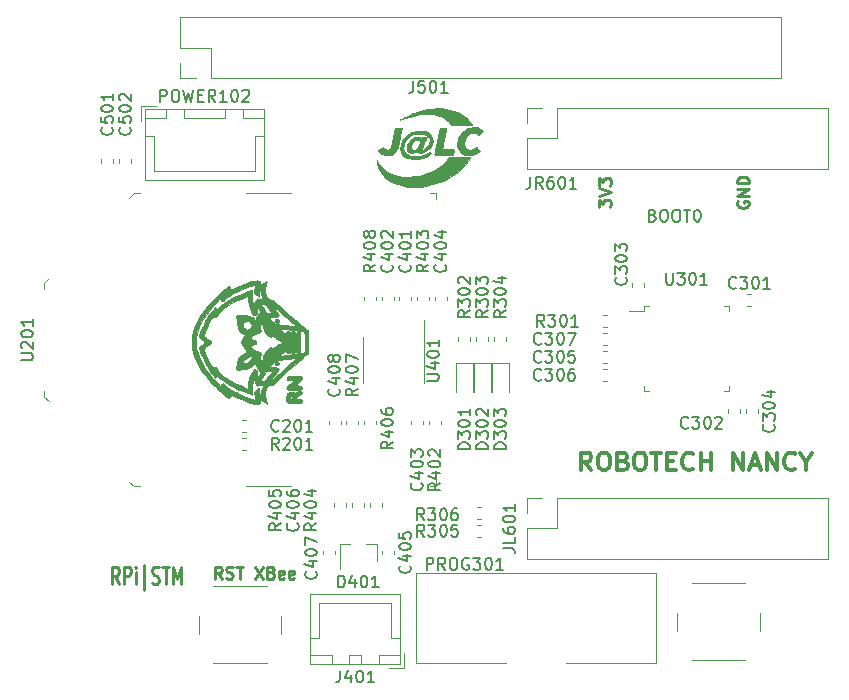
<source format=gbr>
G04 #@! TF.GenerationSoftware,KiCad,Pcbnew,(5.1.5)-3*
G04 #@! TF.CreationDate,2020-11-16T12:55:27+01:00*
G04 #@! TF.ProjectId,bus_raspi,6275735f-7261-4737-9069-2e6b69636164,rev?*
G04 #@! TF.SameCoordinates,Original*
G04 #@! TF.FileFunction,Legend,Top*
G04 #@! TF.FilePolarity,Positive*
%FSLAX46Y46*%
G04 Gerber Fmt 4.6, Leading zero omitted, Abs format (unit mm)*
G04 Created by KiCad (PCBNEW (5.1.5)-3) date 2020-11-16 12:55:27*
%MOMM*%
%LPD*%
G04 APERTURE LIST*
%ADD10C,0.375000*%
%ADD11C,0.250000*%
%ADD12C,0.010000*%
%ADD13C,0.100000*%
%ADD14C,0.120000*%
%ADD15C,0.150000*%
G04 APERTURE END LIST*
D10*
X42232571Y-39540571D02*
X41732571Y-38826285D01*
X41375428Y-39540571D02*
X41375428Y-38040571D01*
X41946857Y-38040571D01*
X42089714Y-38112000D01*
X42161142Y-38183428D01*
X42232571Y-38326285D01*
X42232571Y-38540571D01*
X42161142Y-38683428D01*
X42089714Y-38754857D01*
X41946857Y-38826285D01*
X41375428Y-38826285D01*
X43161142Y-38040571D02*
X43446857Y-38040571D01*
X43589714Y-38112000D01*
X43732571Y-38254857D01*
X43804000Y-38540571D01*
X43804000Y-39040571D01*
X43732571Y-39326285D01*
X43589714Y-39469142D01*
X43446857Y-39540571D01*
X43161142Y-39540571D01*
X43018285Y-39469142D01*
X42875428Y-39326285D01*
X42804000Y-39040571D01*
X42804000Y-38540571D01*
X42875428Y-38254857D01*
X43018285Y-38112000D01*
X43161142Y-38040571D01*
X44946857Y-38754857D02*
X45161142Y-38826285D01*
X45232571Y-38897714D01*
X45304000Y-39040571D01*
X45304000Y-39254857D01*
X45232571Y-39397714D01*
X45161142Y-39469142D01*
X45018285Y-39540571D01*
X44446857Y-39540571D01*
X44446857Y-38040571D01*
X44946857Y-38040571D01*
X45089714Y-38112000D01*
X45161142Y-38183428D01*
X45232571Y-38326285D01*
X45232571Y-38469142D01*
X45161142Y-38612000D01*
X45089714Y-38683428D01*
X44946857Y-38754857D01*
X44446857Y-38754857D01*
X46232571Y-38040571D02*
X46518285Y-38040571D01*
X46661142Y-38112000D01*
X46804000Y-38254857D01*
X46875428Y-38540571D01*
X46875428Y-39040571D01*
X46804000Y-39326285D01*
X46661142Y-39469142D01*
X46518285Y-39540571D01*
X46232571Y-39540571D01*
X46089714Y-39469142D01*
X45946857Y-39326285D01*
X45875428Y-39040571D01*
X45875428Y-38540571D01*
X45946857Y-38254857D01*
X46089714Y-38112000D01*
X46232571Y-38040571D01*
X47304000Y-38040571D02*
X48161142Y-38040571D01*
X47732571Y-39540571D02*
X47732571Y-38040571D01*
X48661142Y-38754857D02*
X49161142Y-38754857D01*
X49375428Y-39540571D02*
X48661142Y-39540571D01*
X48661142Y-38040571D01*
X49375428Y-38040571D01*
X50875428Y-39397714D02*
X50804000Y-39469142D01*
X50589714Y-39540571D01*
X50446857Y-39540571D01*
X50232571Y-39469142D01*
X50089714Y-39326285D01*
X50018285Y-39183428D01*
X49946857Y-38897714D01*
X49946857Y-38683428D01*
X50018285Y-38397714D01*
X50089714Y-38254857D01*
X50232571Y-38112000D01*
X50446857Y-38040571D01*
X50589714Y-38040571D01*
X50804000Y-38112000D01*
X50875428Y-38183428D01*
X51518285Y-39540571D02*
X51518285Y-38040571D01*
X51518285Y-38754857D02*
X52375428Y-38754857D01*
X52375428Y-39540571D02*
X52375428Y-38040571D01*
X54232571Y-39540571D02*
X54232571Y-38040571D01*
X55089714Y-39540571D01*
X55089714Y-38040571D01*
X55732571Y-39112000D02*
X56446857Y-39112000D01*
X55589714Y-39540571D02*
X56089714Y-38040571D01*
X56589714Y-39540571D01*
X57089714Y-39540571D02*
X57089714Y-38040571D01*
X57946857Y-39540571D01*
X57946857Y-38040571D01*
X59518285Y-39397714D02*
X59446857Y-39469142D01*
X59232571Y-39540571D01*
X59089714Y-39540571D01*
X58875428Y-39469142D01*
X58732571Y-39326285D01*
X58661142Y-39183428D01*
X58589714Y-38897714D01*
X58589714Y-38683428D01*
X58661142Y-38397714D01*
X58732571Y-38254857D01*
X58875428Y-38112000D01*
X59089714Y-38040571D01*
X59232571Y-38040571D01*
X59446857Y-38112000D01*
X59518285Y-38183428D01*
X60446857Y-38826285D02*
X60446857Y-39540571D01*
X59946857Y-38040571D02*
X60446857Y-38826285D01*
X60946857Y-38040571D01*
D11*
X54618000Y-16763904D02*
X54570380Y-16859142D01*
X54570380Y-17002000D01*
X54618000Y-17144857D01*
X54713238Y-17240095D01*
X54808476Y-17287714D01*
X54998952Y-17335333D01*
X55141809Y-17335333D01*
X55332285Y-17287714D01*
X55427523Y-17240095D01*
X55522761Y-17144857D01*
X55570380Y-17002000D01*
X55570380Y-16906761D01*
X55522761Y-16763904D01*
X55475142Y-16716285D01*
X55141809Y-16716285D01*
X55141809Y-16906761D01*
X55570380Y-16287714D02*
X54570380Y-16287714D01*
X55570380Y-15716285D01*
X54570380Y-15716285D01*
X55570380Y-15240095D02*
X54570380Y-15240095D01*
X54570380Y-15002000D01*
X54618000Y-14859142D01*
X54713238Y-14763904D01*
X54808476Y-14716285D01*
X54998952Y-14668666D01*
X55141809Y-14668666D01*
X55332285Y-14716285D01*
X55427523Y-14763904D01*
X55522761Y-14859142D01*
X55570380Y-15002000D01*
X55570380Y-15240095D01*
X42886380Y-17240095D02*
X42886380Y-16621047D01*
X43267333Y-16954380D01*
X43267333Y-16811523D01*
X43314952Y-16716285D01*
X43362571Y-16668666D01*
X43457809Y-16621047D01*
X43695904Y-16621047D01*
X43791142Y-16668666D01*
X43838761Y-16716285D01*
X43886380Y-16811523D01*
X43886380Y-17097238D01*
X43838761Y-17192476D01*
X43791142Y-17240095D01*
X42886380Y-16335333D02*
X43886380Y-16002000D01*
X42886380Y-15668666D01*
X42886380Y-15430571D02*
X42886380Y-14811523D01*
X43267333Y-15144857D01*
X43267333Y-15002000D01*
X43314952Y-14906761D01*
X43362571Y-14859142D01*
X43457809Y-14811523D01*
X43695904Y-14811523D01*
X43791142Y-14859142D01*
X43838761Y-14906761D01*
X43886380Y-15002000D01*
X43886380Y-15287714D01*
X43838761Y-15382952D01*
X43791142Y-15430571D01*
X10954095Y-48712380D02*
X10620761Y-48236190D01*
X10382666Y-48712380D02*
X10382666Y-47712380D01*
X10763619Y-47712380D01*
X10858857Y-47760000D01*
X10906476Y-47807619D01*
X10954095Y-47902857D01*
X10954095Y-48045714D01*
X10906476Y-48140952D01*
X10858857Y-48188571D01*
X10763619Y-48236190D01*
X10382666Y-48236190D01*
X11335047Y-48664761D02*
X11477904Y-48712380D01*
X11716000Y-48712380D01*
X11811238Y-48664761D01*
X11858857Y-48617142D01*
X11906476Y-48521904D01*
X11906476Y-48426666D01*
X11858857Y-48331428D01*
X11811238Y-48283809D01*
X11716000Y-48236190D01*
X11525523Y-48188571D01*
X11430285Y-48140952D01*
X11382666Y-48093333D01*
X11335047Y-47998095D01*
X11335047Y-47902857D01*
X11382666Y-47807619D01*
X11430285Y-47760000D01*
X11525523Y-47712380D01*
X11763619Y-47712380D01*
X11906476Y-47760000D01*
X12192190Y-47712380D02*
X12763619Y-47712380D01*
X12477904Y-48712380D02*
X12477904Y-47712380D01*
X13763619Y-47712380D02*
X14430285Y-48712380D01*
X14430285Y-47712380D02*
X13763619Y-48712380D01*
X15144571Y-48188571D02*
X15287428Y-48236190D01*
X15335047Y-48283809D01*
X15382666Y-48379047D01*
X15382666Y-48521904D01*
X15335047Y-48617142D01*
X15287428Y-48664761D01*
X15192190Y-48712380D01*
X14811238Y-48712380D01*
X14811238Y-47712380D01*
X15144571Y-47712380D01*
X15239809Y-47760000D01*
X15287428Y-47807619D01*
X15335047Y-47902857D01*
X15335047Y-47998095D01*
X15287428Y-48093333D01*
X15239809Y-48140952D01*
X15144571Y-48188571D01*
X14811238Y-48188571D01*
X16192190Y-48664761D02*
X16096952Y-48712380D01*
X15906476Y-48712380D01*
X15811238Y-48664761D01*
X15763619Y-48569523D01*
X15763619Y-48188571D01*
X15811238Y-48093333D01*
X15906476Y-48045714D01*
X16096952Y-48045714D01*
X16192190Y-48093333D01*
X16239809Y-48188571D01*
X16239809Y-48283809D01*
X15763619Y-48379047D01*
X17049333Y-48664761D02*
X16954095Y-48712380D01*
X16763619Y-48712380D01*
X16668380Y-48664761D01*
X16620761Y-48569523D01*
X16620761Y-48188571D01*
X16668380Y-48093333D01*
X16763619Y-48045714D01*
X16954095Y-48045714D01*
X17049333Y-48093333D01*
X17096952Y-48188571D01*
X17096952Y-48283809D01*
X16620761Y-48379047D01*
X2238666Y-49192571D02*
X1905333Y-48478285D01*
X1667238Y-49192571D02*
X1667238Y-47692571D01*
X2048190Y-47692571D01*
X2143428Y-47764000D01*
X2191047Y-47835428D01*
X2238666Y-47978285D01*
X2238666Y-48192571D01*
X2191047Y-48335428D01*
X2143428Y-48406857D01*
X2048190Y-48478285D01*
X1667238Y-48478285D01*
X2667238Y-49192571D02*
X2667238Y-47692571D01*
X3048190Y-47692571D01*
X3143428Y-47764000D01*
X3191047Y-47835428D01*
X3238666Y-47978285D01*
X3238666Y-48192571D01*
X3191047Y-48335428D01*
X3143428Y-48406857D01*
X3048190Y-48478285D01*
X2667238Y-48478285D01*
X3667238Y-49192571D02*
X3667238Y-48192571D01*
X3667238Y-47692571D02*
X3619619Y-47764000D01*
X3667238Y-47835428D01*
X3714857Y-47764000D01*
X3667238Y-47692571D01*
X3667238Y-47835428D01*
X4381523Y-49692571D02*
X4381523Y-47549714D01*
X5048190Y-49121142D02*
X5191047Y-49192571D01*
X5429142Y-49192571D01*
X5524380Y-49121142D01*
X5572000Y-49049714D01*
X5619619Y-48906857D01*
X5619619Y-48764000D01*
X5572000Y-48621142D01*
X5524380Y-48549714D01*
X5429142Y-48478285D01*
X5238666Y-48406857D01*
X5143428Y-48335428D01*
X5095809Y-48264000D01*
X5048190Y-48121142D01*
X5048190Y-47978285D01*
X5095809Y-47835428D01*
X5143428Y-47764000D01*
X5238666Y-47692571D01*
X5476761Y-47692571D01*
X5619619Y-47764000D01*
X5905333Y-47692571D02*
X6476761Y-47692571D01*
X6191047Y-49192571D02*
X6191047Y-47692571D01*
X6810095Y-49192571D02*
X6810095Y-47692571D01*
X7143428Y-48764000D01*
X7476761Y-47692571D01*
X7476761Y-49192571D01*
D12*
G36*
X29541305Y-8900478D02*
G01*
X29893845Y-8932847D01*
X30233037Y-8995089D01*
X30558335Y-9087235D01*
X30869194Y-9209320D01*
X31165066Y-9361378D01*
X31245944Y-9409820D01*
X31473920Y-9566088D01*
X31688324Y-9743203D01*
X31883299Y-9935656D01*
X32052987Y-10137939D01*
X32120391Y-10231967D01*
X32174960Y-10312400D01*
X30381373Y-10312400D01*
X30300009Y-10198100D01*
X30144871Y-10009064D01*
X29965408Y-9843389D01*
X29762221Y-9701504D01*
X29535908Y-9583839D01*
X29338184Y-9507294D01*
X29197779Y-9463845D01*
X29063082Y-9430354D01*
X28926614Y-9405789D01*
X28780897Y-9389119D01*
X28618454Y-9379310D01*
X28431805Y-9375332D01*
X28380267Y-9375128D01*
X28067587Y-9383565D01*
X27757551Y-9410220D01*
X27444928Y-9456050D01*
X27124489Y-9522014D01*
X26791004Y-9609068D01*
X26439245Y-9718171D01*
X26358792Y-9745260D01*
X26260744Y-9778696D01*
X26172022Y-9808923D01*
X26098276Y-9834017D01*
X26045157Y-9852056D01*
X26018315Y-9861117D01*
X26018067Y-9861200D01*
X26022292Y-9857480D01*
X26053083Y-9840773D01*
X26106619Y-9813047D01*
X26179082Y-9776270D01*
X26266650Y-9732410D01*
X26305934Y-9712886D01*
X26745613Y-9507487D01*
X27176310Y-9331692D01*
X27597479Y-9185534D01*
X28008575Y-9069047D01*
X28409051Y-8982264D01*
X28798362Y-8925220D01*
X29175962Y-8897946D01*
X29541305Y-8900478D01*
G37*
X29541305Y-8900478D02*
X29893845Y-8932847D01*
X30233037Y-8995089D01*
X30558335Y-9087235D01*
X30869194Y-9209320D01*
X31165066Y-9361378D01*
X31245944Y-9409820D01*
X31473920Y-9566088D01*
X31688324Y-9743203D01*
X31883299Y-9935656D01*
X32052987Y-10137939D01*
X32120391Y-10231967D01*
X32174960Y-10312400D01*
X30381373Y-10312400D01*
X30300009Y-10198100D01*
X30144871Y-10009064D01*
X29965408Y-9843389D01*
X29762221Y-9701504D01*
X29535908Y-9583839D01*
X29338184Y-9507294D01*
X29197779Y-9463845D01*
X29063082Y-9430354D01*
X28926614Y-9405789D01*
X28780897Y-9389119D01*
X28618454Y-9379310D01*
X28431805Y-9375332D01*
X28380267Y-9375128D01*
X28067587Y-9383565D01*
X27757551Y-9410220D01*
X27444928Y-9456050D01*
X27124489Y-9522014D01*
X26791004Y-9609068D01*
X26439245Y-9718171D01*
X26358792Y-9745260D01*
X26260744Y-9778696D01*
X26172022Y-9808923D01*
X26098276Y-9834017D01*
X26045157Y-9852056D01*
X26018315Y-9861117D01*
X26018067Y-9861200D01*
X26022292Y-9857480D01*
X26053083Y-9840773D01*
X26106619Y-9813047D01*
X26179082Y-9776270D01*
X26266650Y-9732410D01*
X26305934Y-9712886D01*
X26745613Y-9507487D01*
X27176310Y-9331692D01*
X27597479Y-9185534D01*
X28008575Y-9069047D01*
X28409051Y-8982264D01*
X28798362Y-8925220D01*
X29175962Y-8897946D01*
X29541305Y-8900478D01*
G36*
X29764404Y-10532680D02*
G01*
X29837757Y-10533566D01*
X29887281Y-10535863D01*
X29917994Y-10540243D01*
X29934915Y-10547378D01*
X29943063Y-10557938D01*
X29946971Y-10570633D01*
X29945586Y-10594249D01*
X29938057Y-10647777D01*
X29924971Y-10727942D01*
X29906916Y-10831465D01*
X29884481Y-10955070D01*
X29858252Y-11095478D01*
X29828818Y-11249413D01*
X29796766Y-11413597D01*
X29786427Y-11465877D01*
X29753573Y-11631859D01*
X29722810Y-11787983D01*
X29694755Y-11931060D01*
X29670026Y-12057903D01*
X29649243Y-12165324D01*
X29633024Y-12250136D01*
X29621986Y-12309151D01*
X29616750Y-12339182D01*
X29616400Y-12342177D01*
X29627499Y-12348323D01*
X29662151Y-12353177D01*
X29722389Y-12356823D01*
X29810244Y-12359342D01*
X29927749Y-12360818D01*
X30076937Y-12361331D01*
X30088460Y-12361334D01*
X30229498Y-12361541D01*
X30340428Y-12362300D01*
X30425004Y-12363814D01*
X30486984Y-12366286D01*
X30530124Y-12369919D01*
X30558178Y-12374917D01*
X30574904Y-12381483D01*
X30582738Y-12388105D01*
X30592271Y-12410196D01*
X30594640Y-12447864D01*
X30589429Y-12505106D01*
X30576222Y-12585917D01*
X30554599Y-12694291D01*
X30547085Y-12729634D01*
X30527994Y-12818534D01*
X29752537Y-12818534D01*
X29562318Y-12818348D01*
X29403453Y-12817745D01*
X29273433Y-12816657D01*
X29169748Y-12815013D01*
X29089887Y-12812744D01*
X29031340Y-12809782D01*
X28991598Y-12806057D01*
X28968150Y-12801501D01*
X28958940Y-12796676D01*
X28957079Y-12781923D01*
X28959944Y-12746655D01*
X28967798Y-12689403D01*
X28980902Y-12608702D01*
X28999521Y-12503083D01*
X29023918Y-12371081D01*
X29054355Y-12211227D01*
X29091095Y-12022056D01*
X29134401Y-11802101D01*
X29163858Y-11653676D01*
X29386917Y-10532533D01*
X29662203Y-10532533D01*
X29764404Y-10532680D01*
G37*
X29764404Y-10532680D02*
X29837757Y-10533566D01*
X29887281Y-10535863D01*
X29917994Y-10540243D01*
X29934915Y-10547378D01*
X29943063Y-10557938D01*
X29946971Y-10570633D01*
X29945586Y-10594249D01*
X29938057Y-10647777D01*
X29924971Y-10727942D01*
X29906916Y-10831465D01*
X29884481Y-10955070D01*
X29858252Y-11095478D01*
X29828818Y-11249413D01*
X29796766Y-11413597D01*
X29786427Y-11465877D01*
X29753573Y-11631859D01*
X29722810Y-11787983D01*
X29694755Y-11931060D01*
X29670026Y-12057903D01*
X29649243Y-12165324D01*
X29633024Y-12250136D01*
X29621986Y-12309151D01*
X29616750Y-12339182D01*
X29616400Y-12342177D01*
X29627499Y-12348323D01*
X29662151Y-12353177D01*
X29722389Y-12356823D01*
X29810244Y-12359342D01*
X29927749Y-12360818D01*
X30076937Y-12361331D01*
X30088460Y-12361334D01*
X30229498Y-12361541D01*
X30340428Y-12362300D01*
X30425004Y-12363814D01*
X30486984Y-12366286D01*
X30530124Y-12369919D01*
X30558178Y-12374917D01*
X30574904Y-12381483D01*
X30582738Y-12388105D01*
X30592271Y-12410196D01*
X30594640Y-12447864D01*
X30589429Y-12505106D01*
X30576222Y-12585917D01*
X30554599Y-12694291D01*
X30547085Y-12729634D01*
X30527994Y-12818534D01*
X29752537Y-12818534D01*
X29562318Y-12818348D01*
X29403453Y-12817745D01*
X29273433Y-12816657D01*
X29169748Y-12815013D01*
X29089887Y-12812744D01*
X29031340Y-12809782D01*
X28991598Y-12806057D01*
X28968150Y-12801501D01*
X28958940Y-12796676D01*
X28957079Y-12781923D01*
X28959944Y-12746655D01*
X28967798Y-12689403D01*
X28980902Y-12608702D01*
X28999521Y-12503083D01*
X29023918Y-12371081D01*
X29054355Y-12211227D01*
X29091095Y-12022056D01*
X29134401Y-11802101D01*
X29163858Y-11653676D01*
X29386917Y-10532533D01*
X29662203Y-10532533D01*
X29764404Y-10532680D01*
G36*
X32545403Y-10509764D02*
G01*
X32709010Y-10556344D01*
X32856449Y-10628582D01*
X32983804Y-10725286D01*
X33008298Y-10749273D01*
X33072796Y-10815405D01*
X32923631Y-10948416D01*
X32860928Y-11004270D01*
X32804164Y-11054728D01*
X32760050Y-11093830D01*
X32737026Y-11114113D01*
X32713700Y-11132488D01*
X32694860Y-11135283D01*
X32670029Y-11120113D01*
X32636198Y-11091145D01*
X32582833Y-11051357D01*
X32517029Y-11011606D01*
X32481498Y-10993686D01*
X32431134Y-10972768D01*
X32385986Y-10961024D01*
X32333988Y-10956692D01*
X32263073Y-10958010D01*
X32243366Y-10958901D01*
X32157214Y-10965534D01*
X32089870Y-10978109D01*
X32026371Y-11000061D01*
X31986774Y-11017796D01*
X31847798Y-11101874D01*
X31728190Y-11212677D01*
X31629872Y-11347899D01*
X31554767Y-11505239D01*
X31536861Y-11557000D01*
X31498900Y-11709668D01*
X31483059Y-11855333D01*
X31488892Y-11989676D01*
X31515955Y-12108377D01*
X31563802Y-12207116D01*
X31609509Y-12262125D01*
X31682883Y-12323134D01*
X31757089Y-12362103D01*
X31843782Y-12383863D01*
X31922111Y-12391684D01*
X32076133Y-12384624D01*
X32226035Y-12344591D01*
X32373285Y-12271172D01*
X32391857Y-12259447D01*
X32447229Y-12226569D01*
X32494426Y-12203748D01*
X32524251Y-12195350D01*
X32526402Y-12195552D01*
X32547277Y-12210542D01*
X32582841Y-12247135D01*
X32627833Y-12299569D01*
X32669686Y-12352456D01*
X32785475Y-12504065D01*
X32729171Y-12551834D01*
X32648814Y-12611377D01*
X32548185Y-12673296D01*
X32439611Y-12730789D01*
X32335421Y-12777059D01*
X32292612Y-12792619D01*
X32097131Y-12843699D01*
X31907028Y-12864486D01*
X31714171Y-12855740D01*
X31674321Y-12850481D01*
X31500682Y-12810866D01*
X31342683Y-12746069D01*
X31203668Y-12658351D01*
X31086980Y-12549974D01*
X30995961Y-12423198D01*
X30970508Y-12374309D01*
X30930728Y-12278445D01*
X30904892Y-12184296D01*
X30891406Y-12082088D01*
X30888677Y-11962047D01*
X30891076Y-11887200D01*
X30917266Y-11664720D01*
X30973642Y-11454947D01*
X31058217Y-11260012D01*
X31169004Y-11082049D01*
X31304015Y-10923190D01*
X31461264Y-10785568D01*
X31638762Y-10671314D01*
X31834523Y-10582562D01*
X32046558Y-10521444D01*
X32185355Y-10498360D01*
X32369546Y-10490038D01*
X32545403Y-10509764D01*
G37*
X32545403Y-10509764D02*
X32709010Y-10556344D01*
X32856449Y-10628582D01*
X32983804Y-10725286D01*
X33008298Y-10749273D01*
X33072796Y-10815405D01*
X32923631Y-10948416D01*
X32860928Y-11004270D01*
X32804164Y-11054728D01*
X32760050Y-11093830D01*
X32737026Y-11114113D01*
X32713700Y-11132488D01*
X32694860Y-11135283D01*
X32670029Y-11120113D01*
X32636198Y-11091145D01*
X32582833Y-11051357D01*
X32517029Y-11011606D01*
X32481498Y-10993686D01*
X32431134Y-10972768D01*
X32385986Y-10961024D01*
X32333988Y-10956692D01*
X32263073Y-10958010D01*
X32243366Y-10958901D01*
X32157214Y-10965534D01*
X32089870Y-10978109D01*
X32026371Y-11000061D01*
X31986774Y-11017796D01*
X31847798Y-11101874D01*
X31728190Y-11212677D01*
X31629872Y-11347899D01*
X31554767Y-11505239D01*
X31536861Y-11557000D01*
X31498900Y-11709668D01*
X31483059Y-11855333D01*
X31488892Y-11989676D01*
X31515955Y-12108377D01*
X31563802Y-12207116D01*
X31609509Y-12262125D01*
X31682883Y-12323134D01*
X31757089Y-12362103D01*
X31843782Y-12383863D01*
X31922111Y-12391684D01*
X32076133Y-12384624D01*
X32226035Y-12344591D01*
X32373285Y-12271172D01*
X32391857Y-12259447D01*
X32447229Y-12226569D01*
X32494426Y-12203748D01*
X32524251Y-12195350D01*
X32526402Y-12195552D01*
X32547277Y-12210542D01*
X32582841Y-12247135D01*
X32627833Y-12299569D01*
X32669686Y-12352456D01*
X32785475Y-12504065D01*
X32729171Y-12551834D01*
X32648814Y-12611377D01*
X32548185Y-12673296D01*
X32439611Y-12730789D01*
X32335421Y-12777059D01*
X32292612Y-12792619D01*
X32097131Y-12843699D01*
X31907028Y-12864486D01*
X31714171Y-12855740D01*
X31674321Y-12850481D01*
X31500682Y-12810866D01*
X31342683Y-12746069D01*
X31203668Y-12658351D01*
X31086980Y-12549974D01*
X30995961Y-12423198D01*
X30970508Y-12374309D01*
X30930728Y-12278445D01*
X30904892Y-12184296D01*
X30891406Y-12082088D01*
X30888677Y-11962047D01*
X30891076Y-11887200D01*
X30917266Y-11664720D01*
X30973642Y-11454947D01*
X31058217Y-11260012D01*
X31169004Y-11082049D01*
X31304015Y-10923190D01*
X31461264Y-10785568D01*
X31638762Y-10671314D01*
X31834523Y-10582562D01*
X32046558Y-10521444D01*
X32185355Y-10498360D01*
X32369546Y-10490038D01*
X32545403Y-10509764D01*
G36*
X26175189Y-10583333D02*
G01*
X26172874Y-10608107D01*
X26164400Y-10662607D01*
X26150405Y-10743384D01*
X26131530Y-10846987D01*
X26108413Y-10969966D01*
X26081694Y-11108870D01*
X26052012Y-11260250D01*
X26020860Y-11416408D01*
X25983005Y-11603858D01*
X25950802Y-11761304D01*
X25923471Y-11891995D01*
X25900235Y-11999178D01*
X25880315Y-12086100D01*
X25862933Y-12156008D01*
X25847310Y-12212151D01*
X25832669Y-12257777D01*
X25818232Y-12296131D01*
X25803219Y-12330463D01*
X25800341Y-12336581D01*
X25735833Y-12447109D01*
X25651219Y-12555076D01*
X25554859Y-12651443D01*
X25455114Y-12727173D01*
X25420136Y-12747565D01*
X25280204Y-12805901D01*
X25122077Y-12844593D01*
X24956117Y-12862198D01*
X24792688Y-12857278D01*
X24714200Y-12845735D01*
X24561574Y-12801782D01*
X24428898Y-12733233D01*
X24318711Y-12641814D01*
X24233553Y-12529251D01*
X24224239Y-12512761D01*
X24204497Y-12477379D01*
X24192128Y-12450757D01*
X24190362Y-12428994D01*
X24202434Y-12408187D01*
X24231575Y-12384435D01*
X24281018Y-12353836D01*
X24353997Y-12312487D01*
X24421471Y-12274689D01*
X24502943Y-12229702D01*
X24561263Y-12201426D01*
X24602526Y-12189489D01*
X24632824Y-12193519D01*
X24658249Y-12213145D01*
X24684893Y-12247997D01*
X24691891Y-12258210D01*
X24740252Y-12319833D01*
X24790286Y-12358647D01*
X24851649Y-12379315D01*
X24934002Y-12386498D01*
X24958132Y-12386734D01*
X25027648Y-12385471D01*
X25074532Y-12379814D01*
X25109979Y-12366955D01*
X25145187Y-12344088D01*
X25153609Y-12337745D01*
X25179492Y-12316305D01*
X25202571Y-12292157D01*
X25223695Y-12262464D01*
X25243712Y-12224389D01*
X25263470Y-12175098D01*
X25283818Y-12111753D01*
X25305604Y-12031519D01*
X25329676Y-11931559D01*
X25356883Y-11809037D01*
X25388073Y-11661117D01*
X25424094Y-11484964D01*
X25455876Y-11327203D01*
X25613650Y-10541000D01*
X26170467Y-10541000D01*
X26175189Y-10583333D01*
G37*
X26175189Y-10583333D02*
X26172874Y-10608107D01*
X26164400Y-10662607D01*
X26150405Y-10743384D01*
X26131530Y-10846987D01*
X26108413Y-10969966D01*
X26081694Y-11108870D01*
X26052012Y-11260250D01*
X26020860Y-11416408D01*
X25983005Y-11603858D01*
X25950802Y-11761304D01*
X25923471Y-11891995D01*
X25900235Y-11999178D01*
X25880315Y-12086100D01*
X25862933Y-12156008D01*
X25847310Y-12212151D01*
X25832669Y-12257777D01*
X25818232Y-12296131D01*
X25803219Y-12330463D01*
X25800341Y-12336581D01*
X25735833Y-12447109D01*
X25651219Y-12555076D01*
X25554859Y-12651443D01*
X25455114Y-12727173D01*
X25420136Y-12747565D01*
X25280204Y-12805901D01*
X25122077Y-12844593D01*
X24956117Y-12862198D01*
X24792688Y-12857278D01*
X24714200Y-12845735D01*
X24561574Y-12801782D01*
X24428898Y-12733233D01*
X24318711Y-12641814D01*
X24233553Y-12529251D01*
X24224239Y-12512761D01*
X24204497Y-12477379D01*
X24192128Y-12450757D01*
X24190362Y-12428994D01*
X24202434Y-12408187D01*
X24231575Y-12384435D01*
X24281018Y-12353836D01*
X24353997Y-12312487D01*
X24421471Y-12274689D01*
X24502943Y-12229702D01*
X24561263Y-12201426D01*
X24602526Y-12189489D01*
X24632824Y-12193519D01*
X24658249Y-12213145D01*
X24684893Y-12247997D01*
X24691891Y-12258210D01*
X24740252Y-12319833D01*
X24790286Y-12358647D01*
X24851649Y-12379315D01*
X24934002Y-12386498D01*
X24958132Y-12386734D01*
X25027648Y-12385471D01*
X25074532Y-12379814D01*
X25109979Y-12366955D01*
X25145187Y-12344088D01*
X25153609Y-12337745D01*
X25179492Y-12316305D01*
X25202571Y-12292157D01*
X25223695Y-12262464D01*
X25243712Y-12224389D01*
X25263470Y-12175098D01*
X25283818Y-12111753D01*
X25305604Y-12031519D01*
X25329676Y-11931559D01*
X25356883Y-11809037D01*
X25388073Y-11661117D01*
X25424094Y-11484964D01*
X25455876Y-11327203D01*
X25613650Y-10541000D01*
X26170467Y-10541000D01*
X26175189Y-10583333D01*
G36*
X27874780Y-10813381D02*
G01*
X27968410Y-10815234D01*
X28041047Y-10819254D01*
X28099118Y-10825892D01*
X28149049Y-10835596D01*
X28177067Y-10842879D01*
X28349310Y-10904618D01*
X28493460Y-10985182D01*
X28609712Y-11084770D01*
X28698257Y-11203582D01*
X28759291Y-11341819D01*
X28790010Y-11476996D01*
X28796242Y-11634485D01*
X28771674Y-11791343D01*
X28719275Y-11944377D01*
X28642016Y-12090394D01*
X28542866Y-12226203D01*
X28424795Y-12348611D01*
X28290772Y-12454426D01*
X28143768Y-12540455D01*
X27986751Y-12603505D01*
X27822692Y-12640386D01*
X27699803Y-12648950D01*
X27608666Y-12644929D01*
X27544053Y-12630888D01*
X27499521Y-12604568D01*
X27471480Y-12568850D01*
X27444626Y-12522060D01*
X27329197Y-12579356D01*
X27203740Y-12627177D01*
X27077809Y-12648576D01*
X26956322Y-12644494D01*
X26844193Y-12615867D01*
X26746339Y-12563635D01*
X26667676Y-12488736D01*
X26639767Y-12447747D01*
X26614093Y-12397268D01*
X26600420Y-12348054D01*
X26595474Y-12285710D01*
X26595213Y-12251825D01*
X26602837Y-12179497D01*
X26960439Y-12179497D01*
X26963702Y-12268253D01*
X26982524Y-12326030D01*
X27025607Y-12377233D01*
X27088090Y-12414143D01*
X27153760Y-12428404D01*
X27189383Y-12424063D01*
X27242788Y-12412216D01*
X27279387Y-12402161D01*
X27366408Y-12360812D01*
X27452507Y-12292057D01*
X27533352Y-12202185D01*
X27604609Y-12097486D01*
X27661946Y-11984249D01*
X27701031Y-11868762D01*
X27717097Y-11766796D01*
X27719762Y-11704695D01*
X27716680Y-11664885D01*
X27704300Y-11635866D01*
X27679068Y-11606133D01*
X27662237Y-11589117D01*
X27627313Y-11556007D01*
X27598609Y-11538284D01*
X27563930Y-11532057D01*
X27511080Y-11533437D01*
X27491469Y-11534650D01*
X27424953Y-11541742D01*
X27372978Y-11556697D01*
X27319813Y-11585128D01*
X27284299Y-11608589D01*
X27202133Y-11678122D01*
X27127858Y-11765952D01*
X27064011Y-11866042D01*
X27013133Y-11972354D01*
X26977762Y-12078852D01*
X26960439Y-12179497D01*
X26602837Y-12179497D01*
X26611444Y-12097859D01*
X26659332Y-11947904D01*
X26739523Y-11800597D01*
X26852666Y-11654579D01*
X26907525Y-11595994D01*
X26981189Y-11523722D01*
X27042942Y-11470660D01*
X27102184Y-11429699D01*
X27168318Y-11393730D01*
X27186864Y-11384763D01*
X27255475Y-11353731D01*
X27311037Y-11334088D01*
X27366681Y-11322739D01*
X27435542Y-11316583D01*
X27485961Y-11314202D01*
X27567239Y-11312026D01*
X27624708Y-11314076D01*
X27668294Y-11321594D01*
X27707925Y-11335822D01*
X27726055Y-11344231D01*
X27777493Y-11375197D01*
X27819130Y-11410660D01*
X27830338Y-11424527D01*
X27858947Y-11468190D01*
X27895739Y-11402529D01*
X27932532Y-11336867D01*
X28114535Y-11332056D01*
X28296537Y-11327245D01*
X28273159Y-11382856D01*
X28260475Y-11412405D01*
X28236157Y-11468490D01*
X28202159Y-11546626D01*
X28160435Y-11642328D01*
X28112940Y-11751110D01*
X28061628Y-11868486D01*
X28050779Y-11893284D01*
X27993282Y-12025183D01*
X27948408Y-12129607D01*
X27914923Y-12209983D01*
X27891591Y-12269739D01*
X27877175Y-12312299D01*
X27870441Y-12341092D01*
X27870152Y-12359543D01*
X27875073Y-12371079D01*
X27877487Y-12373811D01*
X27917509Y-12391358D01*
X27973622Y-12384970D01*
X28041612Y-12357814D01*
X28117264Y-12313059D01*
X28196362Y-12253872D01*
X28274691Y-12183421D01*
X28348037Y-12104874D01*
X28412183Y-12021399D01*
X28462916Y-11936164D01*
X28464772Y-11932429D01*
X28521534Y-11787217D01*
X28546492Y-11649865D01*
X28541128Y-11521984D01*
X28506923Y-11405188D01*
X28445359Y-11301088D01*
X28357918Y-11211297D01*
X28246080Y-11137427D01*
X28111329Y-11081090D01*
X27955145Y-11043899D01*
X27779010Y-11027465D01*
X27635200Y-11029703D01*
X27410469Y-11056473D01*
X27201905Y-11108938D01*
X27011933Y-11186092D01*
X26842976Y-11286931D01*
X26697457Y-11410448D01*
X26684130Y-11424174D01*
X26578176Y-11551455D01*
X26487537Y-11692633D01*
X26414547Y-11841691D01*
X26361543Y-11992614D01*
X26330859Y-12139386D01*
X26324831Y-12275993D01*
X26330995Y-12333856D01*
X26368955Y-12478763D01*
X26432949Y-12604101D01*
X26523815Y-12710692D01*
X26642392Y-12799358D01*
X26789516Y-12870919D01*
X26924000Y-12915218D01*
X27001231Y-12929966D01*
X27104146Y-12940240D01*
X27224872Y-12946119D01*
X27355535Y-12947684D01*
X27488259Y-12945013D01*
X27615171Y-12938186D01*
X27728397Y-12927284D01*
X27820061Y-12912384D01*
X27846867Y-12905894D01*
X27979027Y-12862740D01*
X28109290Y-12807612D01*
X28226432Y-12745723D01*
X28306298Y-12692465D01*
X28347007Y-12662822D01*
X28380726Y-12644954D01*
X28418335Y-12635889D01*
X28470714Y-12632655D01*
X28526635Y-12632267D01*
X28591070Y-12633852D01*
X28640142Y-12638077D01*
X28666011Y-12644146D01*
X28668134Y-12646623D01*
X28656006Y-12666259D01*
X28623760Y-12701459D01*
X28577599Y-12746476D01*
X28523726Y-12795565D01*
X28468344Y-12842978D01*
X28417657Y-12882971D01*
X28397200Y-12897583D01*
X28218302Y-13000680D01*
X28016444Y-13083098D01*
X27797005Y-13142698D01*
X27764065Y-13149315D01*
X27666519Y-13163544D01*
X27546266Y-13174261D01*
X27414193Y-13181106D01*
X27281189Y-13183717D01*
X27158141Y-13181733D01*
X27055938Y-13174794D01*
X27042533Y-13173235D01*
X26823296Y-13134592D01*
X26632082Y-13076931D01*
X26468890Y-13000253D01*
X26333719Y-12904557D01*
X26226568Y-12789840D01*
X26147435Y-12656103D01*
X26096319Y-12503343D01*
X26073219Y-12331561D01*
X26071753Y-12266823D01*
X26089293Y-12074209D01*
X26140257Y-11879062D01*
X26196234Y-11740332D01*
X26253472Y-11625304D01*
X26312719Y-11527405D01*
X26381898Y-11435178D01*
X26468933Y-11337161D01*
X26491101Y-11313852D01*
X26657455Y-11161709D01*
X26838984Y-11037185D01*
X27039410Y-10938121D01*
X27262452Y-10862359D01*
X27276115Y-10858647D01*
X27339072Y-10842580D01*
X27395098Y-10830885D01*
X27451704Y-10822847D01*
X27516401Y-10817752D01*
X27596698Y-10814887D01*
X27700108Y-10813538D01*
X27753733Y-10813245D01*
X27874780Y-10813381D01*
G37*
X27874780Y-10813381D02*
X27968410Y-10815234D01*
X28041047Y-10819254D01*
X28099118Y-10825892D01*
X28149049Y-10835596D01*
X28177067Y-10842879D01*
X28349310Y-10904618D01*
X28493460Y-10985182D01*
X28609712Y-11084770D01*
X28698257Y-11203582D01*
X28759291Y-11341819D01*
X28790010Y-11476996D01*
X28796242Y-11634485D01*
X28771674Y-11791343D01*
X28719275Y-11944377D01*
X28642016Y-12090394D01*
X28542866Y-12226203D01*
X28424795Y-12348611D01*
X28290772Y-12454426D01*
X28143768Y-12540455D01*
X27986751Y-12603505D01*
X27822692Y-12640386D01*
X27699803Y-12648950D01*
X27608666Y-12644929D01*
X27544053Y-12630888D01*
X27499521Y-12604568D01*
X27471480Y-12568850D01*
X27444626Y-12522060D01*
X27329197Y-12579356D01*
X27203740Y-12627177D01*
X27077809Y-12648576D01*
X26956322Y-12644494D01*
X26844193Y-12615867D01*
X26746339Y-12563635D01*
X26667676Y-12488736D01*
X26639767Y-12447747D01*
X26614093Y-12397268D01*
X26600420Y-12348054D01*
X26595474Y-12285710D01*
X26595213Y-12251825D01*
X26602837Y-12179497D01*
X26960439Y-12179497D01*
X26963702Y-12268253D01*
X26982524Y-12326030D01*
X27025607Y-12377233D01*
X27088090Y-12414143D01*
X27153760Y-12428404D01*
X27189383Y-12424063D01*
X27242788Y-12412216D01*
X27279387Y-12402161D01*
X27366408Y-12360812D01*
X27452507Y-12292057D01*
X27533352Y-12202185D01*
X27604609Y-12097486D01*
X27661946Y-11984249D01*
X27701031Y-11868762D01*
X27717097Y-11766796D01*
X27719762Y-11704695D01*
X27716680Y-11664885D01*
X27704300Y-11635866D01*
X27679068Y-11606133D01*
X27662237Y-11589117D01*
X27627313Y-11556007D01*
X27598609Y-11538284D01*
X27563930Y-11532057D01*
X27511080Y-11533437D01*
X27491469Y-11534650D01*
X27424953Y-11541742D01*
X27372978Y-11556697D01*
X27319813Y-11585128D01*
X27284299Y-11608589D01*
X27202133Y-11678122D01*
X27127858Y-11765952D01*
X27064011Y-11866042D01*
X27013133Y-11972354D01*
X26977762Y-12078852D01*
X26960439Y-12179497D01*
X26602837Y-12179497D01*
X26611444Y-12097859D01*
X26659332Y-11947904D01*
X26739523Y-11800597D01*
X26852666Y-11654579D01*
X26907525Y-11595994D01*
X26981189Y-11523722D01*
X27042942Y-11470660D01*
X27102184Y-11429699D01*
X27168318Y-11393730D01*
X27186864Y-11384763D01*
X27255475Y-11353731D01*
X27311037Y-11334088D01*
X27366681Y-11322739D01*
X27435542Y-11316583D01*
X27485961Y-11314202D01*
X27567239Y-11312026D01*
X27624708Y-11314076D01*
X27668294Y-11321594D01*
X27707925Y-11335822D01*
X27726055Y-11344231D01*
X27777493Y-11375197D01*
X27819130Y-11410660D01*
X27830338Y-11424527D01*
X27858947Y-11468190D01*
X27895739Y-11402529D01*
X27932532Y-11336867D01*
X28114535Y-11332056D01*
X28296537Y-11327245D01*
X28273159Y-11382856D01*
X28260475Y-11412405D01*
X28236157Y-11468490D01*
X28202159Y-11546626D01*
X28160435Y-11642328D01*
X28112940Y-11751110D01*
X28061628Y-11868486D01*
X28050779Y-11893284D01*
X27993282Y-12025183D01*
X27948408Y-12129607D01*
X27914923Y-12209983D01*
X27891591Y-12269739D01*
X27877175Y-12312299D01*
X27870441Y-12341092D01*
X27870152Y-12359543D01*
X27875073Y-12371079D01*
X27877487Y-12373811D01*
X27917509Y-12391358D01*
X27973622Y-12384970D01*
X28041612Y-12357814D01*
X28117264Y-12313059D01*
X28196362Y-12253872D01*
X28274691Y-12183421D01*
X28348037Y-12104874D01*
X28412183Y-12021399D01*
X28462916Y-11936164D01*
X28464772Y-11932429D01*
X28521534Y-11787217D01*
X28546492Y-11649865D01*
X28541128Y-11521984D01*
X28506923Y-11405188D01*
X28445359Y-11301088D01*
X28357918Y-11211297D01*
X28246080Y-11137427D01*
X28111329Y-11081090D01*
X27955145Y-11043899D01*
X27779010Y-11027465D01*
X27635200Y-11029703D01*
X27410469Y-11056473D01*
X27201905Y-11108938D01*
X27011933Y-11186092D01*
X26842976Y-11286931D01*
X26697457Y-11410448D01*
X26684130Y-11424174D01*
X26578176Y-11551455D01*
X26487537Y-11692633D01*
X26414547Y-11841691D01*
X26361543Y-11992614D01*
X26330859Y-12139386D01*
X26324831Y-12275993D01*
X26330995Y-12333856D01*
X26368955Y-12478763D01*
X26432949Y-12604101D01*
X26523815Y-12710692D01*
X26642392Y-12799358D01*
X26789516Y-12870919D01*
X26924000Y-12915218D01*
X27001231Y-12929966D01*
X27104146Y-12940240D01*
X27224872Y-12946119D01*
X27355535Y-12947684D01*
X27488259Y-12945013D01*
X27615171Y-12938186D01*
X27728397Y-12927284D01*
X27820061Y-12912384D01*
X27846867Y-12905894D01*
X27979027Y-12862740D01*
X28109290Y-12807612D01*
X28226432Y-12745723D01*
X28306298Y-12692465D01*
X28347007Y-12662822D01*
X28380726Y-12644954D01*
X28418335Y-12635889D01*
X28470714Y-12632655D01*
X28526635Y-12632267D01*
X28591070Y-12633852D01*
X28640142Y-12638077D01*
X28666011Y-12644146D01*
X28668134Y-12646623D01*
X28656006Y-12666259D01*
X28623760Y-12701459D01*
X28577599Y-12746476D01*
X28523726Y-12795565D01*
X28468344Y-12842978D01*
X28417657Y-12882971D01*
X28397200Y-12897583D01*
X28218302Y-13000680D01*
X28016444Y-13083098D01*
X27797005Y-13142698D01*
X27764065Y-13149315D01*
X27666519Y-13163544D01*
X27546266Y-13174261D01*
X27414193Y-13181106D01*
X27281189Y-13183717D01*
X27158141Y-13181733D01*
X27055938Y-13174794D01*
X27042533Y-13173235D01*
X26823296Y-13134592D01*
X26632082Y-13076931D01*
X26468890Y-13000253D01*
X26333719Y-12904557D01*
X26226568Y-12789840D01*
X26147435Y-12656103D01*
X26096319Y-12503343D01*
X26073219Y-12331561D01*
X26071753Y-12266823D01*
X26089293Y-12074209D01*
X26140257Y-11879062D01*
X26196234Y-11740332D01*
X26253472Y-11625304D01*
X26312719Y-11527405D01*
X26381898Y-11435178D01*
X26468933Y-11337161D01*
X26491101Y-11313852D01*
X26657455Y-11161709D01*
X26838984Y-11037185D01*
X27039410Y-10938121D01*
X27262452Y-10862359D01*
X27276115Y-10858647D01*
X27339072Y-10842580D01*
X27395098Y-10830885D01*
X27451704Y-10822847D01*
X27516401Y-10817752D01*
X27596698Y-10814887D01*
X27700108Y-10813538D01*
X27753733Y-10813245D01*
X27874780Y-10813381D01*
G36*
X31968993Y-13085234D02*
G01*
X31769245Y-13388688D01*
X31539927Y-13678309D01*
X31283039Y-13952516D01*
X31000583Y-14209730D01*
X30694559Y-14448373D01*
X30366970Y-14666864D01*
X30019815Y-14863625D01*
X29655097Y-15037077D01*
X29334451Y-15164394D01*
X29056452Y-15257781D01*
X28768499Y-15340668D01*
X28475712Y-15412195D01*
X28183209Y-15471501D01*
X27896112Y-15517722D01*
X27619537Y-15549998D01*
X27358606Y-15567468D01*
X27118437Y-15569269D01*
X26974800Y-15561539D01*
X26660659Y-15527447D01*
X26367713Y-15478025D01*
X26086047Y-15411325D01*
X25852261Y-15340964D01*
X25553873Y-15228085D01*
X25280615Y-15094378D01*
X25033071Y-14940306D01*
X24811824Y-14766334D01*
X24617457Y-14572924D01*
X24450556Y-14360541D01*
X24311702Y-14129649D01*
X24300311Y-14107403D01*
X24256062Y-14008669D01*
X24210283Y-13887443D01*
X24166491Y-13754719D01*
X24128198Y-13621495D01*
X24098920Y-13498767D01*
X24089017Y-13446316D01*
X24073930Y-13351788D01*
X24066113Y-13289041D01*
X24065980Y-13256687D01*
X24073947Y-13253341D01*
X24090429Y-13277617D01*
X24115844Y-13328129D01*
X24121115Y-13339295D01*
X24219189Y-13518871D01*
X24343637Y-13699772D01*
X24488135Y-13874515D01*
X24646356Y-14035619D01*
X24811972Y-14175600D01*
X24855075Y-14207336D01*
X25086269Y-14352077D01*
X25337662Y-14470793D01*
X25609605Y-14563569D01*
X25902452Y-14630487D01*
X26216554Y-14671634D01*
X26552264Y-14687092D01*
X26839507Y-14680877D01*
X27236973Y-14648420D01*
X27619787Y-14591469D01*
X27986515Y-14510699D01*
X28335720Y-14406786D01*
X28665968Y-14280405D01*
X28975823Y-14132231D01*
X29263850Y-13962938D01*
X29528613Y-13773203D01*
X29768678Y-13563700D01*
X29982608Y-13335104D01*
X30141939Y-13127567D01*
X30215734Y-13021734D01*
X32006762Y-13021734D01*
X31968993Y-13085234D01*
G37*
X31968993Y-13085234D02*
X31769245Y-13388688D01*
X31539927Y-13678309D01*
X31283039Y-13952516D01*
X31000583Y-14209730D01*
X30694559Y-14448373D01*
X30366970Y-14666864D01*
X30019815Y-14863625D01*
X29655097Y-15037077D01*
X29334451Y-15164394D01*
X29056452Y-15257781D01*
X28768499Y-15340668D01*
X28475712Y-15412195D01*
X28183209Y-15471501D01*
X27896112Y-15517722D01*
X27619537Y-15549998D01*
X27358606Y-15567468D01*
X27118437Y-15569269D01*
X26974800Y-15561539D01*
X26660659Y-15527447D01*
X26367713Y-15478025D01*
X26086047Y-15411325D01*
X25852261Y-15340964D01*
X25553873Y-15228085D01*
X25280615Y-15094378D01*
X25033071Y-14940306D01*
X24811824Y-14766334D01*
X24617457Y-14572924D01*
X24450556Y-14360541D01*
X24311702Y-14129649D01*
X24300311Y-14107403D01*
X24256062Y-14008669D01*
X24210283Y-13887443D01*
X24166491Y-13754719D01*
X24128198Y-13621495D01*
X24098920Y-13498767D01*
X24089017Y-13446316D01*
X24073930Y-13351788D01*
X24066113Y-13289041D01*
X24065980Y-13256687D01*
X24073947Y-13253341D01*
X24090429Y-13277617D01*
X24115844Y-13328129D01*
X24121115Y-13339295D01*
X24219189Y-13518871D01*
X24343637Y-13699772D01*
X24488135Y-13874515D01*
X24646356Y-14035619D01*
X24811972Y-14175600D01*
X24855075Y-14207336D01*
X25086269Y-14352077D01*
X25337662Y-14470793D01*
X25609605Y-14563569D01*
X25902452Y-14630487D01*
X26216554Y-14671634D01*
X26552264Y-14687092D01*
X26839507Y-14680877D01*
X27236973Y-14648420D01*
X27619787Y-14591469D01*
X27986515Y-14510699D01*
X28335720Y-14406786D01*
X28665968Y-14280405D01*
X28975823Y-14132231D01*
X29263850Y-13962938D01*
X29528613Y-13773203D01*
X29768678Y-13563700D01*
X29982608Y-13335104D01*
X30141939Y-13127567D01*
X30215734Y-13021734D01*
X32006762Y-13021734D01*
X31968993Y-13085234D01*
G36*
X15451958Y-26821897D02*
G01*
X15493880Y-26770381D01*
X15537176Y-26744757D01*
X15608693Y-26730015D01*
X15673258Y-26743279D01*
X15725631Y-26778964D01*
X15760576Y-26831490D01*
X15772854Y-26895273D01*
X15757227Y-26964732D01*
X15752622Y-26974380D01*
X15705662Y-27031746D01*
X15660152Y-27056711D01*
X15615716Y-27070177D01*
X15580441Y-27068253D01*
X15535709Y-27049757D01*
X15533478Y-27048664D01*
X15475526Y-27004588D01*
X15442685Y-26946861D01*
X15434861Y-26883344D01*
X15451958Y-26821897D01*
G37*
X15451958Y-26821897D02*
X15493880Y-26770381D01*
X15537176Y-26744757D01*
X15608693Y-26730015D01*
X15673258Y-26743279D01*
X15725631Y-26778964D01*
X15760576Y-26831490D01*
X15772854Y-26895273D01*
X15757227Y-26964732D01*
X15752622Y-26974380D01*
X15705662Y-27031746D01*
X15660152Y-27056711D01*
X15615716Y-27070177D01*
X15580441Y-27068253D01*
X15535709Y-27049757D01*
X15533478Y-27048664D01*
X15475526Y-27004588D01*
X15442685Y-26946861D01*
X15434861Y-26883344D01*
X15451958Y-26821897D01*
G36*
X15451958Y-30411764D02*
G01*
X15493880Y-30360248D01*
X15537176Y-30334624D01*
X15608693Y-30319882D01*
X15673258Y-30333145D01*
X15725631Y-30368831D01*
X15760576Y-30421357D01*
X15772854Y-30485140D01*
X15757227Y-30554598D01*
X15752622Y-30564247D01*
X15705662Y-30621612D01*
X15660152Y-30646578D01*
X15615716Y-30660043D01*
X15580441Y-30658120D01*
X15535709Y-30639623D01*
X15533478Y-30638531D01*
X15475526Y-30594455D01*
X15442685Y-30536728D01*
X15434861Y-30473210D01*
X15451958Y-30411764D01*
G37*
X15451958Y-30411764D02*
X15493880Y-30360248D01*
X15537176Y-30334624D01*
X15608693Y-30319882D01*
X15673258Y-30333145D01*
X15725631Y-30368831D01*
X15760576Y-30421357D01*
X15772854Y-30485140D01*
X15757227Y-30554598D01*
X15752622Y-30564247D01*
X15705662Y-30621612D01*
X15660152Y-30646578D01*
X15615716Y-30660043D01*
X15580441Y-30658120D01*
X15535709Y-30639623D01*
X15533478Y-30638531D01*
X15475526Y-30594455D01*
X15442685Y-30536728D01*
X15434861Y-30473210D01*
X15451958Y-30411764D01*
G36*
X16437314Y-32496991D02*
G01*
X16461783Y-32454997D01*
X16504552Y-32406061D01*
X16568143Y-32346389D01*
X16655082Y-32272189D01*
X16708860Y-32227827D01*
X16790902Y-32160535D01*
X16867241Y-32097798D01*
X16932697Y-32043884D01*
X16982086Y-32003061D01*
X17009533Y-31980185D01*
X17060333Y-31937294D01*
X16823266Y-31936754D01*
X16704853Y-31934713D01*
X16615341Y-31928170D01*
X16549892Y-31915580D01*
X16503670Y-31895398D01*
X16471837Y-31866079D01*
X16449557Y-31826076D01*
X16445609Y-31816094D01*
X16432198Y-31769400D01*
X16435336Y-31729917D01*
X16448813Y-31692718D01*
X16462236Y-31664239D01*
X16478634Y-31641206D01*
X16501593Y-31622928D01*
X16534702Y-31608716D01*
X16581549Y-31597881D01*
X16645721Y-31589733D01*
X16730807Y-31583582D01*
X16840393Y-31578740D01*
X16978069Y-31574516D01*
X17077266Y-31571951D01*
X17235543Y-31568311D01*
X17363551Y-31566491D01*
X17464867Y-31567065D01*
X17543066Y-31570609D01*
X17601723Y-31577699D01*
X17644416Y-31588910D01*
X17674718Y-31604816D01*
X17696205Y-31625994D01*
X17712455Y-31653018D01*
X17722653Y-31675784D01*
X17737935Y-31719284D01*
X17738873Y-31754477D01*
X17725367Y-31799385D01*
X17721917Y-31808523D01*
X17712460Y-31830055D01*
X17699218Y-31851973D01*
X17679502Y-31876723D01*
X17650624Y-31906752D01*
X17609896Y-31944506D01*
X17554628Y-31992431D01*
X17482133Y-32052974D01*
X17389721Y-32128582D01*
X17274704Y-32221699D01*
X17214236Y-32270466D01*
X17114139Y-32351134D01*
X17366636Y-32359600D01*
X17478833Y-32364334D01*
X17562325Y-32371006D01*
X17622273Y-32381225D01*
X17663838Y-32396601D01*
X17692180Y-32418744D01*
X17712460Y-32449264D01*
X17722166Y-32470486D01*
X17739309Y-32514502D01*
X17743378Y-32544710D01*
X17734185Y-32577930D01*
X17720621Y-32610001D01*
X17707201Y-32636716D01*
X17690169Y-32658344D01*
X17665946Y-32675537D01*
X17630952Y-32688945D01*
X17581610Y-32699219D01*
X17514340Y-32707010D01*
X17425564Y-32712969D01*
X17311703Y-32717746D01*
X17169178Y-32721992D01*
X17094200Y-32723916D01*
X16935947Y-32727560D01*
X16807960Y-32729388D01*
X16706661Y-32728822D01*
X16628472Y-32725280D01*
X16569815Y-32718184D01*
X16527113Y-32706953D01*
X16496786Y-32691007D01*
X16475257Y-32669767D01*
X16458949Y-32642652D01*
X16448468Y-32619257D01*
X16433180Y-32575327D01*
X16428621Y-32535836D01*
X16437314Y-32496991D01*
G37*
X16437314Y-32496991D02*
X16461783Y-32454997D01*
X16504552Y-32406061D01*
X16568143Y-32346389D01*
X16655082Y-32272189D01*
X16708860Y-32227827D01*
X16790902Y-32160535D01*
X16867241Y-32097798D01*
X16932697Y-32043884D01*
X16982086Y-32003061D01*
X17009533Y-31980185D01*
X17060333Y-31937294D01*
X16823266Y-31936754D01*
X16704853Y-31934713D01*
X16615341Y-31928170D01*
X16549892Y-31915580D01*
X16503670Y-31895398D01*
X16471837Y-31866079D01*
X16449557Y-31826076D01*
X16445609Y-31816094D01*
X16432198Y-31769400D01*
X16435336Y-31729917D01*
X16448813Y-31692718D01*
X16462236Y-31664239D01*
X16478634Y-31641206D01*
X16501593Y-31622928D01*
X16534702Y-31608716D01*
X16581549Y-31597881D01*
X16645721Y-31589733D01*
X16730807Y-31583582D01*
X16840393Y-31578740D01*
X16978069Y-31574516D01*
X17077266Y-31571951D01*
X17235543Y-31568311D01*
X17363551Y-31566491D01*
X17464867Y-31567065D01*
X17543066Y-31570609D01*
X17601723Y-31577699D01*
X17644416Y-31588910D01*
X17674718Y-31604816D01*
X17696205Y-31625994D01*
X17712455Y-31653018D01*
X17722653Y-31675784D01*
X17737935Y-31719284D01*
X17738873Y-31754477D01*
X17725367Y-31799385D01*
X17721917Y-31808523D01*
X17712460Y-31830055D01*
X17699218Y-31851973D01*
X17679502Y-31876723D01*
X17650624Y-31906752D01*
X17609896Y-31944506D01*
X17554628Y-31992431D01*
X17482133Y-32052974D01*
X17389721Y-32128582D01*
X17274704Y-32221699D01*
X17214236Y-32270466D01*
X17114139Y-32351134D01*
X17366636Y-32359600D01*
X17478833Y-32364334D01*
X17562325Y-32371006D01*
X17622273Y-32381225D01*
X17663838Y-32396601D01*
X17692180Y-32418744D01*
X17712460Y-32449264D01*
X17722166Y-32470486D01*
X17739309Y-32514502D01*
X17743378Y-32544710D01*
X17734185Y-32577930D01*
X17720621Y-32610001D01*
X17707201Y-32636716D01*
X17690169Y-32658344D01*
X17665946Y-32675537D01*
X17630952Y-32688945D01*
X17581610Y-32699219D01*
X17514340Y-32707010D01*
X17425564Y-32712969D01*
X17311703Y-32717746D01*
X17169178Y-32721992D01*
X17094200Y-32723916D01*
X16935947Y-32727560D01*
X16807960Y-32729388D01*
X16706661Y-32728822D01*
X16628472Y-32725280D01*
X16569815Y-32718184D01*
X16527113Y-32706953D01*
X16496786Y-32691007D01*
X16475257Y-32669767D01*
X16458949Y-32642652D01*
X16448468Y-32619257D01*
X16433180Y-32575327D01*
X16428621Y-32535836D01*
X16437314Y-32496991D01*
G36*
X16409899Y-33460267D02*
G01*
X16411809Y-33366409D01*
X16417003Y-33295182D01*
X16427100Y-33235391D01*
X16443719Y-33175841D01*
X16456439Y-33138534D01*
X16480259Y-33074279D01*
X16500647Y-33032905D01*
X16524910Y-33005172D01*
X16560353Y-32981841D01*
X16594666Y-32963726D01*
X16640136Y-32941698D01*
X16678936Y-32928095D01*
X16721165Y-32921303D01*
X16776920Y-32919703D01*
X16856299Y-32921679D01*
X16857133Y-32921708D01*
X16949532Y-32926860D01*
X17017391Y-32936009D01*
X17069950Y-32950748D01*
X17098770Y-32963324D01*
X17171074Y-32999152D01*
X17281583Y-32917576D01*
X17345944Y-32872596D01*
X17411607Y-32830784D01*
X17465125Y-32800670D01*
X17468422Y-32799049D01*
X17517265Y-32777575D01*
X17551948Y-32771250D01*
X17587807Y-32778585D01*
X17607343Y-32785543D01*
X17669055Y-32824525D01*
X17708091Y-32882219D01*
X17720258Y-32950261D01*
X17712212Y-32994766D01*
X17688938Y-33042272D01*
X17658657Y-33077977D01*
X17655832Y-33080084D01*
X17616760Y-33107700D01*
X17558926Y-33148893D01*
X17491039Y-33197431D01*
X17421803Y-33247080D01*
X17359927Y-33291607D01*
X17318966Y-33321248D01*
X17277029Y-33357514D01*
X17258551Y-33392672D01*
X17255466Y-33422167D01*
X17255066Y-33477201D01*
X17416477Y-33477201D01*
X17524767Y-33480765D01*
X17604806Y-33492644D01*
X17661572Y-33514615D01*
X17700041Y-33548458D01*
X17721342Y-33586114D01*
X17738949Y-33631107D01*
X17743396Y-33661639D01*
X17734598Y-33694490D01*
X17720621Y-33727601D01*
X17706711Y-33755621D01*
X17689495Y-33778186D01*
X17665409Y-33795882D01*
X17630891Y-33809297D01*
X17582378Y-33819018D01*
X17516307Y-33825631D01*
X17429116Y-33829723D01*
X17317242Y-33831880D01*
X17177122Y-33832690D01*
X17082043Y-33832774D01*
X16936733Y-33832575D01*
X16821261Y-33831849D01*
X16764000Y-33830914D01*
X16764000Y-33477201D01*
X16899466Y-33477201D01*
X16899466Y-33274000D01*
X16764000Y-33274000D01*
X16764000Y-33477201D01*
X16764000Y-33830914D01*
X16731601Y-33830384D01*
X16663727Y-33827963D01*
X16613612Y-33824372D01*
X16577230Y-33819395D01*
X16550553Y-33812819D01*
X16529557Y-33804427D01*
X16526933Y-33803141D01*
X16480593Y-33773318D01*
X16447586Y-33733784D01*
X16426044Y-33679073D01*
X16414103Y-33603717D01*
X16409895Y-33502250D01*
X16409899Y-33460267D01*
G37*
X16409899Y-33460267D02*
X16411809Y-33366409D01*
X16417003Y-33295182D01*
X16427100Y-33235391D01*
X16443719Y-33175841D01*
X16456439Y-33138534D01*
X16480259Y-33074279D01*
X16500647Y-33032905D01*
X16524910Y-33005172D01*
X16560353Y-32981841D01*
X16594666Y-32963726D01*
X16640136Y-32941698D01*
X16678936Y-32928095D01*
X16721165Y-32921303D01*
X16776920Y-32919703D01*
X16856299Y-32921679D01*
X16857133Y-32921708D01*
X16949532Y-32926860D01*
X17017391Y-32936009D01*
X17069950Y-32950748D01*
X17098770Y-32963324D01*
X17171074Y-32999152D01*
X17281583Y-32917576D01*
X17345944Y-32872596D01*
X17411607Y-32830784D01*
X17465125Y-32800670D01*
X17468422Y-32799049D01*
X17517265Y-32777575D01*
X17551948Y-32771250D01*
X17587807Y-32778585D01*
X17607343Y-32785543D01*
X17669055Y-32824525D01*
X17708091Y-32882219D01*
X17720258Y-32950261D01*
X17712212Y-32994766D01*
X17688938Y-33042272D01*
X17658657Y-33077977D01*
X17655832Y-33080084D01*
X17616760Y-33107700D01*
X17558926Y-33148893D01*
X17491039Y-33197431D01*
X17421803Y-33247080D01*
X17359927Y-33291607D01*
X17318966Y-33321248D01*
X17277029Y-33357514D01*
X17258551Y-33392672D01*
X17255466Y-33422167D01*
X17255066Y-33477201D01*
X17416477Y-33477201D01*
X17524767Y-33480765D01*
X17604806Y-33492644D01*
X17661572Y-33514615D01*
X17700041Y-33548458D01*
X17721342Y-33586114D01*
X17738949Y-33631107D01*
X17743396Y-33661639D01*
X17734598Y-33694490D01*
X17720621Y-33727601D01*
X17706711Y-33755621D01*
X17689495Y-33778186D01*
X17665409Y-33795882D01*
X17630891Y-33809297D01*
X17582378Y-33819018D01*
X17516307Y-33825631D01*
X17429116Y-33829723D01*
X17317242Y-33831880D01*
X17177122Y-33832690D01*
X17082043Y-33832774D01*
X16936733Y-33832575D01*
X16821261Y-33831849D01*
X16764000Y-33830914D01*
X16764000Y-33477201D01*
X16899466Y-33477201D01*
X16899466Y-33274000D01*
X16764000Y-33274000D01*
X16764000Y-33477201D01*
X16764000Y-33830914D01*
X16731601Y-33830384D01*
X16663727Y-33827963D01*
X16613612Y-33824372D01*
X16577230Y-33819395D01*
X16550553Y-33812819D01*
X16529557Y-33804427D01*
X16526933Y-33803141D01*
X16480593Y-33773318D01*
X16447586Y-33733784D01*
X16426044Y-33679073D01*
X16414103Y-33603717D01*
X16409895Y-33502250D01*
X16409899Y-33460267D01*
G36*
X8428614Y-28484906D02*
G01*
X8436663Y-28333699D01*
X8449241Y-28203021D01*
X8456310Y-28153739D01*
X8523781Y-27833914D01*
X8622547Y-27510357D01*
X8752869Y-27182575D01*
X8915007Y-26850075D01*
X9109221Y-26512367D01*
X9335774Y-26168956D01*
X9594924Y-25819351D01*
X9868452Y-25484667D01*
X10029420Y-25302448D01*
X10209807Y-25109608D01*
X10403335Y-24912251D01*
X10603724Y-24716481D01*
X10804695Y-24528400D01*
X10999968Y-24354112D01*
X11183264Y-24199718D01*
X11225399Y-24165806D01*
X11324018Y-24088863D01*
X11401792Y-24033170D01*
X11463073Y-23997352D01*
X11512216Y-23980033D01*
X11553573Y-23979836D01*
X11591499Y-23995386D01*
X11630347Y-24025307D01*
X11640460Y-24034633D01*
X11687319Y-24096830D01*
X11702034Y-24162391D01*
X11684125Y-24227373D01*
X11667066Y-24253154D01*
X11643657Y-24285726D01*
X11633234Y-24305790D01*
X11633199Y-24306286D01*
X11647332Y-24302322D01*
X11686404Y-24284896D01*
X11745426Y-24256394D01*
X11819410Y-24219204D01*
X11874499Y-24190805D01*
X11973641Y-24140619D01*
X12088170Y-24084947D01*
X12211913Y-24026576D01*
X12338696Y-23968294D01*
X12462347Y-23912890D01*
X12576692Y-23863151D01*
X12675559Y-23821865D01*
X12752774Y-23791819D01*
X12776200Y-23783578D01*
X12823193Y-23767445D01*
X12893551Y-23742811D01*
X12978780Y-23712669D01*
X13070388Y-23680013D01*
X13097933Y-23670143D01*
X13291757Y-23603063D01*
X13459181Y-23550668D01*
X13603874Y-23512058D01*
X13729501Y-23486331D01*
X13839732Y-23472587D01*
X13914460Y-23469600D01*
X14016926Y-23473010D01*
X14091720Y-23485304D01*
X14144537Y-23509583D01*
X14181074Y-23548949D01*
X14207027Y-23606502D01*
X14215155Y-23633268D01*
X14214757Y-23671150D01*
X14201629Y-23731369D01*
X14177951Y-23805857D01*
X14148114Y-23881461D01*
X14157170Y-23881950D01*
X14190164Y-23865473D01*
X14243192Y-23834343D01*
X14312350Y-23790877D01*
X14393734Y-23737388D01*
X14413375Y-23724179D01*
X14522371Y-23651805D01*
X14606730Y-23599011D01*
X14668809Y-23564921D01*
X14710964Y-23548665D01*
X14735553Y-23549369D01*
X14744933Y-23566160D01*
X14741460Y-23598165D01*
X14740256Y-23603129D01*
X14728827Y-23650688D01*
X14712394Y-23722050D01*
X14693038Y-23807900D01*
X14672843Y-23898924D01*
X14653890Y-23985806D01*
X14638261Y-24059233D01*
X14637628Y-24062267D01*
X14618026Y-24208603D01*
X14617003Y-24360833D01*
X14633500Y-24510150D01*
X14666458Y-24647749D01*
X14714821Y-24764824D01*
X14724037Y-24781267D01*
X14764270Y-24837481D01*
X14821113Y-24901322D01*
X14886349Y-24965012D01*
X14951760Y-25020769D01*
X15009127Y-25060814D01*
X15031249Y-25072110D01*
X15083296Y-25086462D01*
X15146948Y-25094546D01*
X15167681Y-25095200D01*
X15248850Y-25095200D01*
X16685018Y-26382134D01*
X16903617Y-26577758D01*
X17108231Y-26760346D01*
X17297810Y-26928978D01*
X17471305Y-27082734D01*
X17627667Y-27220697D01*
X17765846Y-27341947D01*
X17884793Y-27445564D01*
X17983459Y-27530630D01*
X18060795Y-27596226D01*
X18115750Y-27641433D01*
X18147276Y-27665331D01*
X18154388Y-27669067D01*
X18192913Y-27678151D01*
X18229329Y-27696415D01*
X18271066Y-27723762D01*
X18271066Y-29663305D01*
X18229329Y-29690653D01*
X18187300Y-29710964D01*
X18154388Y-29718000D01*
X18136815Y-29729225D01*
X18095208Y-29762287D01*
X18030618Y-29816267D01*
X17944094Y-29890245D01*
X17836685Y-29983304D01*
X17709441Y-30094523D01*
X17563410Y-30222984D01*
X17399642Y-30367768D01*
X17219187Y-30527955D01*
X17023093Y-30702627D01*
X16812411Y-30890865D01*
X16685018Y-31004934D01*
X15248850Y-32291867D01*
X15167681Y-32291867D01*
X15095100Y-32297645D01*
X15078186Y-32302898D01*
X15078186Y-31953201D01*
X15092947Y-31947071D01*
X15121167Y-31928019D01*
X15163999Y-31895051D01*
X15222598Y-31847172D01*
X15298115Y-31783389D01*
X15391705Y-31702707D01*
X15504520Y-31604133D01*
X15637713Y-31486672D01*
X15792439Y-31349330D01*
X15969849Y-31191113D01*
X16170404Y-31011648D01*
X16330895Y-30867664D01*
X16483918Y-30730033D01*
X16627619Y-30600444D01*
X16760143Y-30480585D01*
X16879637Y-30372144D01*
X16984247Y-30276809D01*
X17072118Y-30196268D01*
X17141396Y-30132209D01*
X17190227Y-30086321D01*
X17216757Y-30060292D01*
X17221200Y-30054914D01*
X17207213Y-30042132D01*
X17191566Y-30039933D01*
X17169421Y-30042030D01*
X17116960Y-30047975D01*
X17037463Y-30057370D01*
X16934214Y-30069816D01*
X16810495Y-30084914D01*
X16669589Y-30102264D01*
X16514776Y-30121467D01*
X16349340Y-30142126D01*
X16298419Y-30148511D01*
X15836884Y-30206437D01*
X15836884Y-29863120D01*
X15858066Y-29861081D01*
X15883695Y-29857555D01*
X15939841Y-29850255D01*
X16023410Y-29839571D01*
X16131309Y-29825894D01*
X16260446Y-29809613D01*
X16407727Y-29791118D01*
X16570059Y-29770799D01*
X16744350Y-29749046D01*
X16922789Y-29726836D01*
X17104200Y-29704186D01*
X17275439Y-29682614D01*
X17433584Y-29662501D01*
X17575709Y-29644228D01*
X17698891Y-29628175D01*
X17800206Y-29614724D01*
X17876730Y-29604256D01*
X17925541Y-29597153D01*
X17943713Y-29593794D01*
X17943740Y-29593771D01*
X17946679Y-29575668D01*
X17951052Y-29529224D01*
X17956511Y-29459917D01*
X17962711Y-29373224D01*
X17969303Y-29274624D01*
X17975940Y-29169596D01*
X17982276Y-29063617D01*
X17987963Y-28962166D01*
X17992654Y-28870720D01*
X17996001Y-28794759D01*
X17997575Y-28744334D01*
X17997133Y-28698767D01*
X17994804Y-28625506D01*
X17990854Y-28530651D01*
X17985553Y-28420307D01*
X17979167Y-28300574D01*
X17974582Y-28220926D01*
X17967478Y-28105082D01*
X17960645Y-28000884D01*
X17954421Y-27912957D01*
X17949145Y-27845925D01*
X17945159Y-27804412D01*
X17943137Y-27792693D01*
X17925642Y-27789513D01*
X17877455Y-27782574D01*
X17801498Y-27772258D01*
X17700692Y-27758942D01*
X17577958Y-27743007D01*
X17436219Y-27724831D01*
X17278395Y-27704794D01*
X17196627Y-27694504D01*
X17196627Y-27343972D01*
X17211296Y-27343045D01*
X17218536Y-27340565D01*
X17220965Y-27336795D01*
X17221200Y-27332145D01*
X17208913Y-27318512D01*
X17173457Y-27284262D01*
X17116935Y-27231319D01*
X17041452Y-27161608D01*
X16949114Y-27077055D01*
X16842024Y-26979585D01*
X16722286Y-26871122D01*
X16592007Y-26753591D01*
X16453290Y-26628917D01*
X16404507Y-26585180D01*
X16262537Y-26458226D01*
X16127356Y-26337839D01*
X16001174Y-26225952D01*
X15886201Y-26124504D01*
X15784646Y-26035428D01*
X15698717Y-25960660D01*
X15630624Y-25902137D01*
X15582577Y-25861793D01*
X15556784Y-25841565D01*
X15553607Y-25839663D01*
X15529870Y-25824041D01*
X15486219Y-25789677D01*
X15427678Y-25740740D01*
X15359275Y-25681401D01*
X15310944Y-25638362D01*
X15225496Y-25563296D01*
X15157008Y-25506803D01*
X15106772Y-25469569D01*
X15076086Y-25452283D01*
X15066245Y-25455630D01*
X15078545Y-25480299D01*
X15114281Y-25526976D01*
X15124936Y-25539700D01*
X15256214Y-25695547D01*
X15375165Y-25838558D01*
X15480334Y-25966903D01*
X15570264Y-26078753D01*
X15643500Y-26172277D01*
X15698586Y-26245645D01*
X15734065Y-26297029D01*
X15747962Y-26322755D01*
X15757764Y-26373025D01*
X15748139Y-26422163D01*
X15740976Y-26440558D01*
X15723452Y-26474405D01*
X15699714Y-26500729D01*
X15665371Y-26520733D01*
X15616033Y-26535617D01*
X15547309Y-26546587D01*
X15454807Y-26554843D01*
X15334137Y-26561588D01*
X15292129Y-26563482D01*
X14984293Y-26576867D01*
X15160944Y-26797001D01*
X15224065Y-26875412D01*
X15283532Y-26948834D01*
X15334489Y-27011305D01*
X15372084Y-27056867D01*
X15386249Y-27073656D01*
X15434905Y-27130178D01*
X16298419Y-27238557D01*
X16497736Y-27263567D01*
X16666066Y-27284633D01*
X16806027Y-27302021D01*
X16920237Y-27315996D01*
X17011313Y-27326824D01*
X17081872Y-27334770D01*
X17134532Y-27340100D01*
X17171911Y-27343079D01*
X17196627Y-27343972D01*
X17196627Y-27694504D01*
X17107409Y-27683275D01*
X16926180Y-27660653D01*
X16922789Y-27660232D01*
X16739820Y-27637457D01*
X16565794Y-27615735D01*
X16403804Y-27595458D01*
X16256944Y-27577014D01*
X16128306Y-27560794D01*
X16020983Y-27547187D01*
X15938070Y-27536585D01*
X15882658Y-27529375D01*
X15858066Y-27525987D01*
X15836618Y-27523967D01*
X15830283Y-27529548D01*
X15841566Y-27546533D01*
X15872975Y-27578727D01*
X15925799Y-27628794D01*
X15988672Y-27685797D01*
X16067226Y-27754272D01*
X16150502Y-27824781D01*
X16213643Y-27876703D01*
X16382954Y-28013596D01*
X16394425Y-27933403D01*
X16415058Y-27849839D01*
X16450952Y-27793111D01*
X16505415Y-27758367D01*
X16516414Y-27754411D01*
X16568084Y-27743903D01*
X16616787Y-27753154D01*
X16634184Y-27759933D01*
X16675719Y-27781555D01*
X16704316Y-27809750D01*
X16722031Y-27850538D01*
X16730921Y-27909943D01*
X16733043Y-27993987D01*
X16732211Y-28047006D01*
X16731986Y-28144787D01*
X16737197Y-28212875D01*
X16748690Y-28255134D01*
X16767312Y-28275425D01*
X16783006Y-28278667D01*
X16789098Y-28262901D01*
X16793980Y-28220257D01*
X16797072Y-28157720D01*
X16797866Y-28100323D01*
X16800707Y-27990304D01*
X16810405Y-27908633D01*
X16828726Y-27850175D01*
X16857435Y-27809798D01*
X16898296Y-27782366D01*
X16908776Y-27777690D01*
X16960892Y-27761812D01*
X17007660Y-27765230D01*
X17028518Y-27771344D01*
X17066187Y-27786021D01*
X17094442Y-27804898D01*
X17114544Y-27832620D01*
X17127755Y-27873830D01*
X17135337Y-27933174D01*
X17138551Y-28015294D01*
X17138660Y-28124836D01*
X17138145Y-28174892D01*
X17134564Y-28475534D01*
X17178678Y-28495634D01*
X17213034Y-28510196D01*
X17230463Y-28515734D01*
X17232978Y-28499716D01*
X17235146Y-28455326D01*
X17236822Y-28388055D01*
X17237860Y-28303398D01*
X17238133Y-28227323D01*
X17239168Y-28100510D01*
X17243047Y-28002988D01*
X17250932Y-27930220D01*
X17263987Y-27877672D01*
X17283373Y-27840810D01*
X17310253Y-27815098D01*
X17345790Y-27796002D01*
X17349042Y-27794624D01*
X17401159Y-27778745D01*
X17447927Y-27782163D01*
X17468785Y-27788278D01*
X17493150Y-27796303D01*
X17513601Y-27804818D01*
X17530480Y-27816657D01*
X17544130Y-27834655D01*
X17554893Y-27861646D01*
X17563112Y-27900464D01*
X17569128Y-27953943D01*
X17573285Y-28024918D01*
X17575924Y-28116222D01*
X17577389Y-28230690D01*
X17578021Y-28371157D01*
X17578163Y-28540456D01*
X17578154Y-28693534D01*
X17578156Y-28887164D01*
X17577934Y-29049762D01*
X17577145Y-29184162D01*
X17575447Y-29293198D01*
X17572498Y-29379705D01*
X17567955Y-29446517D01*
X17561475Y-29496467D01*
X17552717Y-29532391D01*
X17541337Y-29557122D01*
X17526994Y-29573495D01*
X17509345Y-29584344D01*
X17488047Y-29592504D01*
X17468785Y-29598790D01*
X17418376Y-29609235D01*
X17370840Y-29600819D01*
X17349042Y-29592444D01*
X17312763Y-29573681D01*
X17285233Y-29548666D01*
X17265290Y-29512862D01*
X17251771Y-29461737D01*
X17243515Y-29390754D01*
X17239358Y-29295379D01*
X17238138Y-29171077D01*
X17238133Y-29159744D01*
X17237707Y-29065182D01*
X17236526Y-28983639D01*
X17234737Y-28920607D01*
X17232486Y-28881580D01*
X17230463Y-28871334D01*
X17211123Y-28877614D01*
X17178678Y-28891434D01*
X17134564Y-28911534D01*
X17138145Y-29212176D01*
X17138891Y-29333418D01*
X17137012Y-29425465D01*
X17131247Y-29492961D01*
X17120335Y-29540550D01*
X17103014Y-29572877D01*
X17078023Y-29594584D01*
X17044099Y-29610317D01*
X17028518Y-29615723D01*
X16978109Y-29626168D01*
X16930574Y-29617752D01*
X16908776Y-29609377D01*
X16865088Y-29584047D01*
X16833930Y-29546868D01*
X16813537Y-29492707D01*
X16802144Y-29416429D01*
X16797985Y-29312901D01*
X16797866Y-29286744D01*
X16796552Y-29213637D01*
X16792999Y-29155039D01*
X16787789Y-29117932D01*
X16783006Y-29108400D01*
X16759481Y-29116886D01*
X16743616Y-29144917D01*
X16734564Y-29196356D01*
X16731480Y-29275064D01*
X16732211Y-29340061D01*
X16732697Y-29438650D01*
X16727441Y-29509595D01*
X16714386Y-29558919D01*
X16691475Y-29592644D01*
X16656652Y-29616792D01*
X16634184Y-29627135D01*
X16581962Y-29642514D01*
X16533557Y-29637816D01*
X16516414Y-29632657D01*
X16458570Y-29601074D01*
X16419840Y-29548306D01*
X16396917Y-29469504D01*
X16394425Y-29453665D01*
X16382954Y-29373472D01*
X16213643Y-29510365D01*
X16134543Y-29575638D01*
X16051325Y-29646490D01*
X15974949Y-29713483D01*
X15925799Y-29758274D01*
X15872199Y-29809095D01*
X15841184Y-29840973D01*
X15830248Y-29857714D01*
X15836884Y-29863120D01*
X15836884Y-30206437D01*
X15434905Y-30256890D01*
X15386249Y-30313412D01*
X15359045Y-30345912D01*
X15315555Y-30398912D01*
X15260633Y-30466451D01*
X15199132Y-30542571D01*
X15160944Y-30590067D01*
X14984293Y-30810200D01*
X15292129Y-30823585D01*
X15422032Y-30830113D01*
X15522460Y-30837794D01*
X15597802Y-30847830D01*
X15652452Y-30861424D01*
X15690799Y-30879778D01*
X15717234Y-30904095D01*
X15736149Y-30935577D01*
X15740976Y-30946510D01*
X15756900Y-30999464D01*
X15753083Y-31046997D01*
X15747878Y-31064570D01*
X15732635Y-31091296D01*
X15698287Y-31140227D01*
X15647634Y-31207736D01*
X15583476Y-31290197D01*
X15508610Y-31383984D01*
X15425837Y-31485472D01*
X15382959Y-31537251D01*
X15286663Y-31653296D01*
X15210497Y-31746046D01*
X15152636Y-31817992D01*
X15111254Y-31871626D01*
X15084527Y-31909439D01*
X15070629Y-31933921D01*
X15067734Y-31947564D01*
X15074019Y-31952858D01*
X15078186Y-31953201D01*
X15078186Y-32302898D01*
X15030440Y-32317728D01*
X14965140Y-32356238D01*
X14890639Y-32417299D01*
X14872107Y-32434222D01*
X14784011Y-32525286D01*
X14720430Y-32616207D01*
X14674230Y-32718903D01*
X14646656Y-32810979D01*
X14625129Y-32911490D01*
X14613722Y-33010139D01*
X14612916Y-33112604D01*
X14623191Y-33224561D01*
X14645026Y-33351687D01*
X14678902Y-33499660D01*
X14717115Y-33644591D01*
X14740284Y-33730834D01*
X14759311Y-33805492D01*
X14772732Y-33862503D01*
X14779080Y-33895806D01*
X14779214Y-33901520D01*
X14764561Y-33896201D01*
X14726178Y-33873957D01*
X14668049Y-33837329D01*
X14594155Y-33788858D01*
X14508481Y-33731085D01*
X14461066Y-33698535D01*
X14370718Y-33636484D01*
X14290099Y-33581763D01*
X14223220Y-33537040D01*
X14174089Y-33504983D01*
X14146714Y-33488259D01*
X14142428Y-33486488D01*
X14146560Y-33502516D01*
X14162731Y-33539821D01*
X14182801Y-33581040D01*
X14220294Y-33679491D01*
X14228345Y-33767334D01*
X14207328Y-33840779D01*
X14177656Y-33881540D01*
X14136019Y-33909205D01*
X14076437Y-33925802D01*
X13992930Y-33933360D01*
X13931393Y-33934400D01*
X13849732Y-33932328D01*
X13810500Y-33928428D01*
X13810500Y-33591544D01*
X13808680Y-33574162D01*
X13799412Y-33532899D01*
X13784655Y-33476408D01*
X13783400Y-33471865D01*
X13763306Y-33383858D01*
X13744800Y-33275062D01*
X13729602Y-33158555D01*
X13719434Y-33047416D01*
X13716000Y-32959781D01*
X13721830Y-32901058D01*
X13736417Y-32848987D01*
X13742620Y-32836347D01*
X13767019Y-32808939D01*
X13812955Y-32768789D01*
X13873546Y-32721580D01*
X13933120Y-32678989D01*
X14097000Y-32566578D01*
X14065846Y-32958332D01*
X14166089Y-33051721D01*
X14266333Y-33145109D01*
X14277109Y-32993109D01*
X14285630Y-32907296D01*
X14298389Y-32818301D01*
X14312896Y-32743020D01*
X14315663Y-32731587D01*
X14338244Y-32658435D01*
X14370450Y-32573940D01*
X14407648Y-32488619D01*
X14445204Y-32412992D01*
X14478487Y-32357577D01*
X14483225Y-32351134D01*
X14492229Y-32337995D01*
X14492722Y-32328670D01*
X14480142Y-32322367D01*
X14449928Y-32318295D01*
X14425291Y-32317058D01*
X14425291Y-31970134D01*
X14627773Y-31970134D01*
X14647273Y-31911047D01*
X14663286Y-31882051D01*
X14698080Y-31831536D01*
X14748447Y-31763735D01*
X14811178Y-31682887D01*
X14883065Y-31593226D01*
X14944625Y-31518463D01*
X15019522Y-31428272D01*
X15086470Y-31347090D01*
X15142643Y-31278388D01*
X15185215Y-31225639D01*
X15211362Y-31192315D01*
X15218538Y-31181814D01*
X15201158Y-31179899D01*
X15156110Y-31176794D01*
X15089555Y-31172877D01*
X15007657Y-31168525D01*
X14975916Y-31166940D01*
X14737233Y-31155219D01*
X14600913Y-31363710D01*
X14539301Y-31458585D01*
X14475558Y-31557871D01*
X14413047Y-31656221D01*
X14386987Y-31697644D01*
X14386987Y-30394781D01*
X14379618Y-30292901D01*
X14382763Y-30197402D01*
X14402391Y-30082822D01*
X14435775Y-29957970D01*
X14480185Y-29831658D01*
X14532896Y-29712694D01*
X14590989Y-29610181D01*
X14693070Y-29460408D01*
X14783929Y-29340676D01*
X14865072Y-29249643D01*
X14938005Y-29185966D01*
X15004235Y-29148302D01*
X15065266Y-29135309D01*
X15115051Y-29142944D01*
X15162643Y-29167446D01*
X15198577Y-29200642D01*
X15200034Y-29202771D01*
X15226603Y-29243320D01*
X15330668Y-29167233D01*
X15419286Y-29105004D01*
X15527610Y-29032860D01*
X15646089Y-28956835D01*
X15765172Y-28882961D01*
X15875310Y-28817271D01*
X15961795Y-28768566D01*
X16099390Y-28694423D01*
X15923450Y-28596773D01*
X15830709Y-28543652D01*
X15727012Y-28481676D01*
X15628434Y-28420545D01*
X15582655Y-28391082D01*
X15504921Y-28339499D01*
X15426374Y-28286298D01*
X15357896Y-28238900D01*
X15322174Y-28213436D01*
X15226549Y-28143830D01*
X15200007Y-28184338D01*
X15152103Y-28228990D01*
X15088339Y-28250512D01*
X15020173Y-28245792D01*
X15000152Y-28238608D01*
X14950588Y-28212310D01*
X14902808Y-28175772D01*
X14850956Y-28123517D01*
X14789180Y-28050067D01*
X14762462Y-28016200D01*
X14738540Y-27983846D01*
X14738540Y-26234341D01*
X14890271Y-26223571D01*
X14972452Y-26218507D01*
X15054519Y-26214722D01*
X15121466Y-26212880D01*
X15133687Y-26212801D01*
X15225372Y-26212801D01*
X15189421Y-26162311D01*
X15162243Y-26130229D01*
X15141227Y-26115723D01*
X15138611Y-26115744D01*
X15122278Y-26104789D01*
X15089058Y-26071382D01*
X15042604Y-26020002D01*
X14986569Y-25955123D01*
X14924606Y-25881223D01*
X14860369Y-25802778D01*
X14797511Y-25724264D01*
X14739684Y-25650156D01*
X14690543Y-25584933D01*
X14653740Y-25533069D01*
X14632928Y-25499041D01*
X14630339Y-25492952D01*
X14610840Y-25433867D01*
X14425886Y-25433867D01*
X14351322Y-25434731D01*
X14291142Y-25437074D01*
X14252205Y-25440520D01*
X14240933Y-25443992D01*
X14249843Y-25463391D01*
X14275075Y-25507490D01*
X14314382Y-25572663D01*
X14365515Y-25655289D01*
X14426229Y-25751743D01*
X14494274Y-25858403D01*
X14567403Y-25971645D01*
X14585333Y-25999204D01*
X14738540Y-26234341D01*
X14738540Y-27983846D01*
X14649660Y-27863637D01*
X14562856Y-27728361D01*
X14500552Y-27607885D01*
X14470824Y-27531353D01*
X14432552Y-27411422D01*
X14405498Y-27316569D01*
X14388331Y-27240414D01*
X14379720Y-27176580D01*
X14378334Y-27118687D01*
X14379618Y-27094166D01*
X14386987Y-26992287D01*
X14336151Y-27031491D01*
X14291588Y-27083837D01*
X14254890Y-27161455D01*
X14227387Y-27256388D01*
X14210407Y-27360678D01*
X14205279Y-27466368D01*
X14213330Y-27565498D01*
X14233777Y-27644742D01*
X14249510Y-27692873D01*
X14250678Y-27728552D01*
X14237409Y-27769843D01*
X14234713Y-27776369D01*
X14222709Y-27802366D01*
X14207984Y-27823390D01*
X14185579Y-27842271D01*
X14150537Y-27861839D01*
X14097901Y-27884925D01*
X14022713Y-27914357D01*
X13935459Y-27947193D01*
X13755834Y-28026224D01*
X13593423Y-28121426D01*
X13455339Y-28228481D01*
X13424954Y-28257082D01*
X13328641Y-28351721D01*
X13382620Y-28381377D01*
X13486629Y-28435876D01*
X13569493Y-28472862D01*
X13637399Y-28494821D01*
X13686122Y-28503343D01*
X13770338Y-28521684D01*
X13828470Y-28558450D01*
X13864464Y-28616406D01*
X13869729Y-28632027D01*
X13880854Y-28693156D01*
X13871716Y-28750860D01*
X13868918Y-28759696D01*
X13835592Y-28821118D01*
X13781139Y-28860923D01*
X13701406Y-28881929D01*
X13686122Y-28883724D01*
X13625851Y-28895243D01*
X13555679Y-28919757D01*
X13469420Y-28959751D01*
X13382620Y-29005691D01*
X13328641Y-29035347D01*
X13424954Y-29129986D01*
X13555716Y-29239367D01*
X13712614Y-29337993D01*
X13888536Y-29421546D01*
X13935459Y-29439875D01*
X14034207Y-29477099D01*
X14106106Y-29505522D01*
X14156112Y-29527976D01*
X14189185Y-29547289D01*
X14210280Y-29566293D01*
X14224357Y-29587816D01*
X14234713Y-29610699D01*
X14249796Y-29653983D01*
X14250458Y-29689375D01*
X14236572Y-29734937D01*
X14233777Y-29742326D01*
X14212293Y-29828237D01*
X14205224Y-29928097D01*
X14211240Y-30033950D01*
X14229012Y-30137837D01*
X14257213Y-30231801D01*
X14294514Y-30307884D01*
X14336151Y-30355577D01*
X14386987Y-30394781D01*
X14386987Y-31697644D01*
X14355129Y-31748285D01*
X14305167Y-31828716D01*
X14266522Y-31892165D01*
X14242557Y-31933284D01*
X14240683Y-31936734D01*
X14234633Y-31950817D01*
X14237788Y-31960257D01*
X14255274Y-31965981D01*
X14292216Y-31968917D01*
X14353738Y-31969991D01*
X14425291Y-31970134D01*
X14425291Y-32317058D01*
X14397517Y-32315662D01*
X14318349Y-32313676D01*
X14260922Y-32312558D01*
X14155280Y-32311723D01*
X14076096Y-32313615D01*
X14025820Y-32318116D01*
X14006923Y-32325031D01*
X13992692Y-32350139D01*
X13971448Y-32378949D01*
X13957633Y-32394362D01*
X13945388Y-32398569D01*
X13930694Y-32387579D01*
X13909530Y-32357402D01*
X13877878Y-32304047D01*
X13853882Y-32262222D01*
X13782562Y-32127269D01*
X13730827Y-32003212D01*
X13693808Y-31877516D01*
X13680349Y-31815533D01*
X13669834Y-31767245D01*
X13660252Y-31741017D01*
X13649946Y-31738908D01*
X13637254Y-31762981D01*
X13620519Y-31815295D01*
X13598082Y-31897911D01*
X13590433Y-31927210D01*
X13558431Y-32064306D01*
X13535857Y-32196816D01*
X13522113Y-32332668D01*
X13516599Y-32479789D01*
X13518719Y-32646106D01*
X13525171Y-32792119D01*
X13530476Y-32895355D01*
X13534570Y-32986490D01*
X13537269Y-33060336D01*
X13538387Y-33111706D01*
X13537741Y-33135411D01*
X13537415Y-33136349D01*
X13520530Y-33132417D01*
X13476710Y-33117894D01*
X13410592Y-33094442D01*
X13326816Y-33063717D01*
X13230019Y-33027380D01*
X13187607Y-33011229D01*
X13169265Y-33003966D01*
X13169265Y-32643492D01*
X13178687Y-32412646D01*
X13206864Y-32113431D01*
X13266942Y-31824437D01*
X13359624Y-31542811D01*
X13437080Y-31363631D01*
X13501049Y-31233346D01*
X13556500Y-31132672D01*
X13605846Y-31059165D01*
X13651502Y-31010383D01*
X13695884Y-30983882D01*
X13741406Y-30977220D01*
X13790482Y-30987954D01*
X13803447Y-30993010D01*
X13848413Y-31016746D01*
X13881334Y-31042516D01*
X13882893Y-31044307D01*
X13892773Y-31069605D01*
X13905790Y-31122397D01*
X13920701Y-31196596D01*
X13936262Y-31286114D01*
X13948308Y-31364430D01*
X13965330Y-31479262D01*
X13978827Y-31563738D01*
X13989541Y-31621098D01*
X13998212Y-31654583D01*
X14005581Y-31667434D01*
X14012388Y-31662892D01*
X14015144Y-31656867D01*
X14026459Y-31636649D01*
X14052286Y-31594270D01*
X14088746Y-31536006D01*
X14130371Y-31470600D01*
X14172755Y-31403853D01*
X14207570Y-31347786D01*
X14231180Y-31308343D01*
X14239945Y-31291519D01*
X14229519Y-31274559D01*
X14202705Y-31245914D01*
X14198330Y-31241747D01*
X14167322Y-31204723D01*
X14125059Y-31143247D01*
X14074956Y-31063392D01*
X14020430Y-30971232D01*
X13964896Y-30872837D01*
X13911770Y-30774282D01*
X13864467Y-30681638D01*
X13826403Y-30600979D01*
X13800993Y-30538377D01*
X13798446Y-30530801D01*
X13780716Y-30480289D01*
X13765999Y-30461225D01*
X13747460Y-30472650D01*
X13718264Y-30513610D01*
X13714638Y-30519077D01*
X13613727Y-30642584D01*
X13488768Y-30748618D01*
X13347534Y-30831305D01*
X13250739Y-30869732D01*
X13193077Y-30892056D01*
X13139675Y-30918281D01*
X13133402Y-30921966D01*
X13096259Y-30940207D01*
X13071429Y-30944673D01*
X13069804Y-30943981D01*
X13047967Y-30944364D01*
X13003220Y-30953248D01*
X12944890Y-30968749D01*
X12939782Y-30970258D01*
X12866488Y-30988368D01*
X12839700Y-30992086D01*
X12839700Y-30496775D01*
X12920662Y-30495958D01*
X12977432Y-30492452D01*
X13019674Y-30484407D01*
X13057051Y-30469977D01*
X13099227Y-30447312D01*
X13099677Y-30447054D01*
X13187634Y-30383713D01*
X13277771Y-30296076D01*
X13362877Y-30192382D01*
X13435742Y-30080873D01*
X13460429Y-30034758D01*
X13499288Y-29953015D01*
X13521515Y-29895495D01*
X13528270Y-29857608D01*
X13520715Y-29834762D01*
X13512728Y-29828023D01*
X13490203Y-29830344D01*
X13444505Y-29846202D01*
X13382019Y-29872599D01*
X13309131Y-29906540D01*
X13232225Y-29945029D01*
X13157686Y-29985070D01*
X13091899Y-30023667D01*
X13089466Y-30025201D01*
X13089466Y-27634883D01*
X13136045Y-27624145D01*
X13197236Y-27595773D01*
X13263167Y-27555529D01*
X13323966Y-27509177D01*
X13354471Y-27480199D01*
X13401431Y-27422144D01*
X13441643Y-27357805D01*
X13469373Y-27297596D01*
X13478933Y-27254201D01*
X13471234Y-27218299D01*
X13451947Y-27169641D01*
X13443371Y-27152350D01*
X13407279Y-27094668D01*
X13363362Y-27038022D01*
X13354471Y-27028202D01*
X13301708Y-26980955D01*
X13237756Y-26936280D01*
X13172486Y-26899941D01*
X13115771Y-26877700D01*
X13089466Y-26873518D01*
X13042888Y-26884256D01*
X12981697Y-26912628D01*
X12915765Y-26952872D01*
X12854967Y-26999224D01*
X12824461Y-27028202D01*
X12777502Y-27086257D01*
X12737289Y-27150596D01*
X12709559Y-27210805D01*
X12700000Y-27254201D01*
X12710839Y-27301096D01*
X12739532Y-27361877D01*
X12780343Y-27426127D01*
X12824461Y-27480199D01*
X12877224Y-27527446D01*
X12941177Y-27572121D01*
X13006446Y-27608460D01*
X13063161Y-27630701D01*
X13089466Y-27634883D01*
X13089466Y-30025201D01*
X13080601Y-30030792D01*
X13005970Y-30084092D01*
X12928706Y-30148825D01*
X12853507Y-30219930D01*
X12785073Y-30292346D01*
X12728103Y-30361009D01*
X12687294Y-30420860D01*
X12667347Y-30466836D01*
X12666133Y-30477250D01*
X12679644Y-30487188D01*
X12721603Y-30493518D01*
X12794146Y-30496479D01*
X12839700Y-30496775D01*
X12839700Y-30992086D01*
X12787725Y-30999300D01*
X12692462Y-31004283D01*
X12628734Y-31004934D01*
X12545499Y-31006479D01*
X12470002Y-31010666D01*
X12411500Y-31016819D01*
X12382658Y-31022874D01*
X12315888Y-31029712D01*
X12252195Y-31007885D01*
X12201245Y-30961946D01*
X12182344Y-30928501D01*
X12169023Y-30890195D01*
X12165548Y-30854067D01*
X12171868Y-30807183D01*
X12181677Y-30762792D01*
X12197507Y-30684963D01*
X12211023Y-30600515D01*
X12216379Y-30556201D01*
X12226462Y-30484555D01*
X12241282Y-30412736D01*
X12250741Y-30378401D01*
X12270308Y-30315878D01*
X12292477Y-30243182D01*
X12302672Y-30209067D01*
X12329120Y-30137912D01*
X12364498Y-30064466D01*
X12381380Y-30035561D01*
X12442217Y-29956085D01*
X12525651Y-29869639D01*
X12623527Y-29783439D01*
X12727691Y-29704703D01*
X12823534Y-29644235D01*
X12913261Y-29589761D01*
X12973571Y-29542572D01*
X13007292Y-29499593D01*
X13017248Y-29457747D01*
X13014282Y-29436618D01*
X12998524Y-29406171D01*
X12965099Y-29359503D01*
X12919977Y-29304646D01*
X12897362Y-29279335D01*
X12842442Y-29214643D01*
X12792193Y-29143694D01*
X12741366Y-29058289D01*
X12684713Y-28950227D01*
X12677649Y-28936100D01*
X12638035Y-28855592D01*
X12604479Y-28785513D01*
X12579639Y-28731567D01*
X12566175Y-28699459D01*
X12564533Y-28693534D01*
X12571733Y-28673670D01*
X12591567Y-28629269D01*
X12621383Y-28566013D01*
X12658529Y-28489586D01*
X12678343Y-28449574D01*
X12736925Y-28336705D01*
X12788638Y-28248429D01*
X12838099Y-28177478D01*
X12889798Y-28116720D01*
X12987444Y-28012337D01*
X12879465Y-28003669D01*
X12750339Y-27978284D01*
X12628160Y-27925962D01*
X12520527Y-27851131D01*
X12435042Y-27758218D01*
X12420139Y-27736071D01*
X12395735Y-27688519D01*
X12368667Y-27622295D01*
X12344697Y-27551526D01*
X12344185Y-27549815D01*
X12326798Y-27483669D01*
X12307001Y-27395839D01*
X12286089Y-27293558D01*
X12265355Y-27184059D01*
X12246094Y-27074578D01*
X12229598Y-26972347D01*
X12217162Y-26884602D01*
X12210079Y-26818575D01*
X12208933Y-26793545D01*
X12204911Y-26735775D01*
X12194476Y-26671813D01*
X12180076Y-26612154D01*
X12164160Y-26567295D01*
X12151911Y-26549065D01*
X12149250Y-26528690D01*
X12160767Y-26490271D01*
X12168563Y-26472865D01*
X12213093Y-26411303D01*
X12271976Y-26371071D01*
X12336874Y-26356456D01*
X12381110Y-26363654D01*
X12417331Y-26370451D01*
X12479420Y-26376122D01*
X12559385Y-26380159D01*
X12649231Y-26382054D01*
X12671490Y-26382134D01*
X12776429Y-26383073D01*
X12858784Y-26386744D01*
X12929807Y-26394424D01*
X13000748Y-26407392D01*
X13082859Y-26426926D01*
X13096530Y-26430423D01*
X13181900Y-26452266D01*
X13264582Y-26473209D01*
X13333550Y-26490469D01*
X13368866Y-26499136D01*
X13461409Y-26531588D01*
X13555877Y-26582007D01*
X13643362Y-26644118D01*
X13714958Y-26711648D01*
X13759864Y-26774561D01*
X13780431Y-26807503D01*
X13796340Y-26821728D01*
X13796868Y-26821742D01*
X13808835Y-26807157D01*
X13831391Y-26768322D01*
X13860928Y-26711736D01*
X13883796Y-26665108D01*
X13968424Y-26495400D01*
X14045213Y-26356121D01*
X14113742Y-26247986D01*
X14173590Y-26171710D01*
X14176725Y-26168343D01*
X14226554Y-26115419D01*
X14106743Y-25923407D01*
X14063016Y-25854467D01*
X14026431Y-25798954D01*
X14000205Y-25761585D01*
X13987557Y-25747076D01*
X13986887Y-25747731D01*
X13984509Y-25769234D01*
X13977961Y-25818269D01*
X13968075Y-25888873D01*
X13955680Y-25975082D01*
X13946120Y-26040403D01*
X13928740Y-26153350D01*
X13913120Y-26237788D01*
X13897052Y-26298843D01*
X13878326Y-26341638D01*
X13854734Y-26371299D01*
X13824067Y-26392950D01*
X13786514Y-26410705D01*
X13736267Y-26425559D01*
X13690137Y-26423564D01*
X13645717Y-26402286D01*
X13600599Y-26359291D01*
X13552376Y-26292146D01*
X13498640Y-26198418D01*
X13436983Y-26075672D01*
X13420146Y-26040370D01*
X13306048Y-25761983D01*
X13225009Y-25478071D01*
X13176324Y-25185779D01*
X13161754Y-24991355D01*
X13152331Y-24760509D01*
X12907573Y-24860372D01*
X12558836Y-25008128D01*
X12232855Y-25157380D01*
X11931673Y-25307053D01*
X11657329Y-25456072D01*
X11411863Y-25603365D01*
X11197316Y-25747857D01*
X11136352Y-25792705D01*
X11039808Y-25870533D01*
X10942273Y-25958301D01*
X10849877Y-26049740D01*
X10768749Y-26138579D01*
X10705020Y-26218550D01*
X10674543Y-26265025D01*
X10636255Y-26331896D01*
X10596067Y-26402498D01*
X10575841Y-26438228D01*
X10529869Y-26506178D01*
X10478180Y-26550455D01*
X10412701Y-26575254D01*
X10325362Y-26584769D01*
X10292818Y-26585271D01*
X10227544Y-26584794D01*
X10189551Y-26581908D01*
X10172255Y-26574552D01*
X10169071Y-26560660D01*
X10171432Y-26547234D01*
X10168476Y-26539030D01*
X10151346Y-26557033D01*
X10122257Y-26597812D01*
X10083422Y-26657936D01*
X10037057Y-26733974D01*
X9985376Y-26822496D01*
X9930593Y-26920070D01*
X9929453Y-26922141D01*
X9875257Y-27025212D01*
X9813468Y-27150202D01*
X9748426Y-27287671D01*
X9684473Y-27428177D01*
X9625949Y-27562281D01*
X9577195Y-27680542D01*
X9558752Y-27728334D01*
X9534018Y-27794350D01*
X9503345Y-27876144D01*
X9472705Y-27957789D01*
X9467824Y-27970789D01*
X9444032Y-28037395D01*
X9425934Y-28094255D01*
X9416338Y-28132284D01*
X9415507Y-28140122D01*
X9428873Y-28160633D01*
X9464974Y-28196111D01*
X9518516Y-28242512D01*
X9584208Y-28295793D01*
X9656757Y-28351907D01*
X9730871Y-28406812D01*
X9801258Y-28456463D01*
X9862624Y-28496814D01*
X9909679Y-28523822D01*
X9927766Y-28531598D01*
X9991763Y-28567305D01*
X10032036Y-28619622D01*
X10048585Y-28680991D01*
X10041411Y-28743854D01*
X10010514Y-28800652D01*
X9955892Y-28843827D01*
X9927766Y-28855470D01*
X9891008Y-28873266D01*
X9836982Y-28906663D01*
X9770980Y-28951619D01*
X9698296Y-29004088D01*
X9624220Y-29060025D01*
X9554046Y-29115387D01*
X9493065Y-29166129D01*
X9446571Y-29208207D01*
X9419855Y-29237575D01*
X9415507Y-29246945D01*
X9420969Y-29275025D01*
X9436042Y-29325527D01*
X9457919Y-29389366D01*
X9467824Y-29416279D01*
X9497848Y-29496273D01*
X9528944Y-29579185D01*
X9555140Y-29649087D01*
X9558752Y-29658734D01*
X9601360Y-29766189D01*
X9655795Y-29893962D01*
X9717717Y-30032611D01*
X9782784Y-30172696D01*
X9846656Y-30304777D01*
X9904991Y-30419412D01*
X9929453Y-30464927D01*
X9984276Y-30562651D01*
X10036043Y-30651392D01*
X10082540Y-30727721D01*
X10121551Y-30788205D01*
X10150862Y-30829415D01*
X10168260Y-30847920D01*
X10171529Y-30840288D01*
X10171432Y-30839834D01*
X10168997Y-30820620D01*
X10176418Y-30809275D01*
X10200279Y-30803735D01*
X10247165Y-30801937D01*
X10292818Y-30801797D01*
X10388514Y-30807450D01*
X10459863Y-30827096D01*
X10514938Y-30864930D01*
X10561810Y-30925144D01*
X10575841Y-30948839D01*
X10611469Y-31011700D01*
X10652284Y-31083303D01*
X10674543Y-31122172D01*
X10720495Y-31189122D01*
X10787783Y-31269928D01*
X10870403Y-31358458D01*
X10962353Y-31448577D01*
X11057630Y-31534152D01*
X11150232Y-31609051D01*
X11153285Y-31611354D01*
X11358208Y-31755058D01*
X11594709Y-31901869D01*
X11860756Y-32050717D01*
X12154319Y-32200533D01*
X12473368Y-32350249D01*
X12815870Y-32498794D01*
X12924506Y-32543629D01*
X13169265Y-32643492D01*
X13169265Y-33003966D01*
X12798822Y-32857264D01*
X12434419Y-32702111D01*
X12095578Y-32546412D01*
X11783483Y-32390806D01*
X11499316Y-32235931D01*
X11244259Y-32082429D01*
X11019495Y-31930938D01*
X10826205Y-31782097D01*
X10689131Y-31659685D01*
X10566330Y-31541010D01*
X10419186Y-31701280D01*
X10308308Y-31585940D01*
X10145587Y-31404629D01*
X9992351Y-31208206D01*
X9845566Y-30992161D01*
X9702194Y-30751986D01*
X9559198Y-30483174D01*
X9540600Y-30446134D01*
X9432338Y-30219873D01*
X9327289Y-29982585D01*
X9229191Y-29743466D01*
X9141779Y-29511709D01*
X9068791Y-29296512D01*
X9053657Y-29247765D01*
X9011070Y-29107730D01*
X9268035Y-28908038D01*
X9347856Y-28845271D01*
X9417576Y-28789041D01*
X9473074Y-28742787D01*
X9510229Y-28709950D01*
X9524918Y-28693971D01*
X9525000Y-28693534D01*
X9512233Y-28679012D01*
X9476680Y-28647364D01*
X9422463Y-28602032D01*
X9353702Y-28546455D01*
X9274520Y-28484074D01*
X9268035Y-28479030D01*
X9011070Y-28279337D01*
X9053657Y-28139302D01*
X9122577Y-27929517D01*
X9206828Y-27700939D01*
X9302673Y-27462762D01*
X9406376Y-27224184D01*
X9514202Y-26994398D01*
X9540600Y-26940934D01*
X9677730Y-26678831D01*
X9814222Y-26444710D01*
X9953841Y-26232974D01*
X10100349Y-26038025D01*
X10257510Y-25854267D01*
X10307660Y-25800100D01*
X10417300Y-25683734D01*
X10566330Y-25846058D01*
X10689131Y-25727382D01*
X10855090Y-25581261D01*
X11053517Y-25431952D01*
X11283228Y-25280094D01*
X11543042Y-25126328D01*
X11831776Y-24971293D01*
X12148248Y-24815629D01*
X12491275Y-24659974D01*
X12859676Y-24504969D01*
X13187607Y-24375838D01*
X13288404Y-24337678D01*
X13378085Y-24304449D01*
X13452011Y-24277812D01*
X13505542Y-24259424D01*
X13534042Y-24250945D01*
X13537415Y-24250719D01*
X13538406Y-24268758D01*
X13537599Y-24315417D01*
X13535178Y-24385510D01*
X13531327Y-24473848D01*
X13526231Y-24575243D01*
X13525171Y-24594949D01*
X13517585Y-24781386D01*
X13517169Y-24942535D01*
X13524522Y-25086330D01*
X13540241Y-25220706D01*
X13564927Y-25353595D01*
X13590452Y-25460021D01*
X13612322Y-25542923D01*
X13627747Y-25596968D01*
X13638347Y-25626189D01*
X13645744Y-25634621D01*
X13651557Y-25626299D01*
X13654043Y-25618324D01*
X13661395Y-25591707D01*
X13675102Y-25541885D01*
X13692564Y-25478315D01*
X13697792Y-25459267D01*
X13717470Y-25400810D01*
X13747242Y-25328219D01*
X13783623Y-25248411D01*
X13823126Y-25168307D01*
X13862266Y-25094824D01*
X13897558Y-25034882D01*
X13925516Y-24995399D01*
X13936894Y-24984664D01*
X13955098Y-24990855D01*
X13978647Y-25019237D01*
X13982857Y-25026263D01*
X14012333Y-25078053D01*
X14243129Y-25078160D01*
X14473926Y-25078267D01*
X14399572Y-24930100D01*
X14337534Y-24790681D01*
X14295423Y-24655082D01*
X14269510Y-24509421D01*
X14260176Y-24411289D01*
X14249400Y-24259685D01*
X14065838Y-24428639D01*
X14081419Y-24627870D01*
X14086981Y-24706134D01*
X14090543Y-24771090D01*
X14091800Y-24815878D01*
X14090509Y-24833585D01*
X14080066Y-24830582D01*
X14080066Y-24824267D01*
X14088533Y-24815800D01*
X14080066Y-24807334D01*
X14071600Y-24815800D01*
X14080066Y-24824267D01*
X14080066Y-24830582D01*
X14073390Y-24828661D01*
X14036051Y-24806964D01*
X13984641Y-24772975D01*
X13925308Y-24731174D01*
X13864198Y-24686043D01*
X13807460Y-24642064D01*
X13761241Y-24603717D01*
X13731689Y-24575484D01*
X13725687Y-24567654D01*
X13709109Y-24522475D01*
X13699801Y-24463752D01*
X13699066Y-24444220D01*
X13702961Y-24349975D01*
X13713498Y-24238111D01*
X13728956Y-24121704D01*
X13747613Y-24013834D01*
X13766466Y-23932136D01*
X13781552Y-23874862D01*
X13791293Y-23832178D01*
X13793730Y-23812734D01*
X13793567Y-23812457D01*
X13774964Y-23814166D01*
X13729765Y-23825147D01*
X13663418Y-23843715D01*
X13581373Y-23868181D01*
X13489078Y-23896860D01*
X13391982Y-23928066D01*
X13295532Y-23960112D01*
X13205179Y-23991312D01*
X13142428Y-24013981D01*
X12883409Y-24113888D01*
X12629269Y-24219509D01*
X12384026Y-24328854D01*
X12151694Y-24439936D01*
X11936290Y-24550766D01*
X11741828Y-24659357D01*
X11572326Y-24763719D01*
X11435477Y-24859090D01*
X11383536Y-24904532D01*
X11323596Y-24966484D01*
X11266632Y-25033404D01*
X11253370Y-25050582D01*
X11175071Y-25141914D01*
X11102350Y-25200083D01*
X11034701Y-25225240D01*
X10971616Y-25217539D01*
X10912589Y-25177131D01*
X10895244Y-25158235D01*
X10865250Y-25114288D01*
X10856579Y-25070490D01*
X10859049Y-25036713D01*
X10867386Y-24983729D01*
X10877236Y-24940357D01*
X10879131Y-24934334D01*
X10872158Y-24934477D01*
X10845181Y-24956307D01*
X10801256Y-24996706D01*
X10743437Y-25052555D01*
X10674780Y-25120736D01*
X10598338Y-25198131D01*
X10517168Y-25281623D01*
X10434323Y-25368092D01*
X10352859Y-25454421D01*
X10275831Y-25537492D01*
X10206292Y-25614187D01*
X10147711Y-25680907D01*
X9865205Y-26025083D01*
X9615217Y-26361747D01*
X9397389Y-26691535D01*
X9211366Y-27015080D01*
X9056792Y-27333015D01*
X8933311Y-27645974D01*
X8840567Y-27954590D01*
X8818820Y-28045814D01*
X8807171Y-28100314D01*
X8798094Y-28150901D01*
X8791274Y-28202848D01*
X8786393Y-28261424D01*
X8783135Y-28331901D01*
X8781185Y-28419550D01*
X8780224Y-28529642D01*
X8779937Y-28667448D01*
X8779933Y-28693534D01*
X8780138Y-28836482D01*
X8780964Y-28950836D01*
X8782727Y-29041866D01*
X8785745Y-29114844D01*
X8790332Y-29175041D01*
X8796807Y-29227728D01*
X8805485Y-29278176D01*
X8816682Y-29331655D01*
X8818820Y-29341253D01*
X8902281Y-29648121D01*
X9016242Y-29959087D01*
X9161072Y-30274813D01*
X9337145Y-30595959D01*
X9544830Y-30923187D01*
X9784499Y-31257155D01*
X10056523Y-31598526D01*
X10147711Y-31706228D01*
X10206010Y-31772606D01*
X10275180Y-31848837D01*
X10352182Y-31931823D01*
X10433978Y-32018465D01*
X10517531Y-32105663D01*
X10599804Y-32190320D01*
X10677758Y-32269335D01*
X10748355Y-32339610D01*
X10808559Y-32398047D01*
X10855330Y-32441546D01*
X10885633Y-32467008D01*
X10896428Y-32471335D01*
X10896078Y-32469667D01*
X10886398Y-32430845D01*
X10877415Y-32378227D01*
X10875983Y-32367288D01*
X10874877Y-32314246D01*
X10891594Y-32272800D01*
X10912178Y-32245766D01*
X10971063Y-32195366D01*
X11034380Y-32178313D01*
X11101562Y-32194457D01*
X11172041Y-32243648D01*
X11245250Y-32325738D01*
X11252309Y-32335219D01*
X11300027Y-32396297D01*
X11349989Y-32454048D01*
X11391823Y-32496521D01*
X11393861Y-32498333D01*
X11489674Y-32573711D01*
X11614181Y-32657430D01*
X11763769Y-32747665D01*
X11934827Y-32842592D01*
X12123743Y-32940387D01*
X12326906Y-33039226D01*
X12540702Y-33137284D01*
X12761521Y-33232738D01*
X12985751Y-33323763D01*
X13159362Y-33390020D01*
X13241175Y-33419389D01*
X13333336Y-33450920D01*
X13430394Y-33482926D01*
X13526903Y-33513721D01*
X13617412Y-33541619D01*
X13696473Y-33564933D01*
X13758638Y-33581977D01*
X13798457Y-33591065D01*
X13810500Y-33591544D01*
X13810500Y-33928428D01*
X13774978Y-33924895D01*
X13695491Y-33910274D01*
X13599629Y-33886640D01*
X13562253Y-33876507D01*
X13341088Y-33810116D01*
X13099361Y-33727679D01*
X12844507Y-33632201D01*
X12583965Y-33526685D01*
X12325171Y-33414138D01*
X12075562Y-33297562D01*
X11857566Y-33187839D01*
X11779535Y-33147607D01*
X11713303Y-33114688D01*
X11664028Y-33091548D01*
X11636871Y-33080654D01*
X11633200Y-33080582D01*
X11642655Y-33099708D01*
X11665562Y-33131991D01*
X11667066Y-33133913D01*
X11698610Y-33197502D01*
X11697331Y-33263301D01*
X11663710Y-33327368D01*
X11640460Y-33352434D01*
X11600727Y-33385653D01*
X11562977Y-33404837D01*
X11522859Y-33408610D01*
X11476017Y-33395595D01*
X11418099Y-33364418D01*
X11344752Y-33313702D01*
X11251620Y-33242071D01*
X11225399Y-33221262D01*
X11042332Y-33069578D01*
X10845982Y-32896363D01*
X10642634Y-32707730D01*
X10438574Y-32509788D01*
X10240087Y-32308648D01*
X10053457Y-32110421D01*
X9884972Y-31921218D01*
X9868826Y-31902401D01*
X9577140Y-31544921D01*
X9318505Y-31193564D01*
X9092731Y-30847970D01*
X8899626Y-30507780D01*
X8739002Y-30172636D01*
X8610668Y-29842177D01*
X8514433Y-29516044D01*
X8456310Y-29233328D01*
X8441712Y-29114709D01*
X8431643Y-28971541D01*
X8426104Y-28812842D01*
X8425094Y-28647625D01*
X8428614Y-28484906D01*
G37*
X8428614Y-28484906D02*
X8436663Y-28333699D01*
X8449241Y-28203021D01*
X8456310Y-28153739D01*
X8523781Y-27833914D01*
X8622547Y-27510357D01*
X8752869Y-27182575D01*
X8915007Y-26850075D01*
X9109221Y-26512367D01*
X9335774Y-26168956D01*
X9594924Y-25819351D01*
X9868452Y-25484667D01*
X10029420Y-25302448D01*
X10209807Y-25109608D01*
X10403335Y-24912251D01*
X10603724Y-24716481D01*
X10804695Y-24528400D01*
X10999968Y-24354112D01*
X11183264Y-24199718D01*
X11225399Y-24165806D01*
X11324018Y-24088863D01*
X11401792Y-24033170D01*
X11463073Y-23997352D01*
X11512216Y-23980033D01*
X11553573Y-23979836D01*
X11591499Y-23995386D01*
X11630347Y-24025307D01*
X11640460Y-24034633D01*
X11687319Y-24096830D01*
X11702034Y-24162391D01*
X11684125Y-24227373D01*
X11667066Y-24253154D01*
X11643657Y-24285726D01*
X11633234Y-24305790D01*
X11633199Y-24306286D01*
X11647332Y-24302322D01*
X11686404Y-24284896D01*
X11745426Y-24256394D01*
X11819410Y-24219204D01*
X11874499Y-24190805D01*
X11973641Y-24140619D01*
X12088170Y-24084947D01*
X12211913Y-24026576D01*
X12338696Y-23968294D01*
X12462347Y-23912890D01*
X12576692Y-23863151D01*
X12675559Y-23821865D01*
X12752774Y-23791819D01*
X12776200Y-23783578D01*
X12823193Y-23767445D01*
X12893551Y-23742811D01*
X12978780Y-23712669D01*
X13070388Y-23680013D01*
X13097933Y-23670143D01*
X13291757Y-23603063D01*
X13459181Y-23550668D01*
X13603874Y-23512058D01*
X13729501Y-23486331D01*
X13839732Y-23472587D01*
X13914460Y-23469600D01*
X14016926Y-23473010D01*
X14091720Y-23485304D01*
X14144537Y-23509583D01*
X14181074Y-23548949D01*
X14207027Y-23606502D01*
X14215155Y-23633268D01*
X14214757Y-23671150D01*
X14201629Y-23731369D01*
X14177951Y-23805857D01*
X14148114Y-23881461D01*
X14157170Y-23881950D01*
X14190164Y-23865473D01*
X14243192Y-23834343D01*
X14312350Y-23790877D01*
X14393734Y-23737388D01*
X14413375Y-23724179D01*
X14522371Y-23651805D01*
X14606730Y-23599011D01*
X14668809Y-23564921D01*
X14710964Y-23548665D01*
X14735553Y-23549369D01*
X14744933Y-23566160D01*
X14741460Y-23598165D01*
X14740256Y-23603129D01*
X14728827Y-23650688D01*
X14712394Y-23722050D01*
X14693038Y-23807900D01*
X14672843Y-23898924D01*
X14653890Y-23985806D01*
X14638261Y-24059233D01*
X14637628Y-24062267D01*
X14618026Y-24208603D01*
X14617003Y-24360833D01*
X14633500Y-24510150D01*
X14666458Y-24647749D01*
X14714821Y-24764824D01*
X14724037Y-24781267D01*
X14764270Y-24837481D01*
X14821113Y-24901322D01*
X14886349Y-24965012D01*
X14951760Y-25020769D01*
X15009127Y-25060814D01*
X15031249Y-25072110D01*
X15083296Y-25086462D01*
X15146948Y-25094546D01*
X15167681Y-25095200D01*
X15248850Y-25095200D01*
X16685018Y-26382134D01*
X16903617Y-26577758D01*
X17108231Y-26760346D01*
X17297810Y-26928978D01*
X17471305Y-27082734D01*
X17627667Y-27220697D01*
X17765846Y-27341947D01*
X17884793Y-27445564D01*
X17983459Y-27530630D01*
X18060795Y-27596226D01*
X18115750Y-27641433D01*
X18147276Y-27665331D01*
X18154388Y-27669067D01*
X18192913Y-27678151D01*
X18229329Y-27696415D01*
X18271066Y-27723762D01*
X18271066Y-29663305D01*
X18229329Y-29690653D01*
X18187300Y-29710964D01*
X18154388Y-29718000D01*
X18136815Y-29729225D01*
X18095208Y-29762287D01*
X18030618Y-29816267D01*
X17944094Y-29890245D01*
X17836685Y-29983304D01*
X17709441Y-30094523D01*
X17563410Y-30222984D01*
X17399642Y-30367768D01*
X17219187Y-30527955D01*
X17023093Y-30702627D01*
X16812411Y-30890865D01*
X16685018Y-31004934D01*
X15248850Y-32291867D01*
X15167681Y-32291867D01*
X15095100Y-32297645D01*
X15078186Y-32302898D01*
X15078186Y-31953201D01*
X15092947Y-31947071D01*
X15121167Y-31928019D01*
X15163999Y-31895051D01*
X15222598Y-31847172D01*
X15298115Y-31783389D01*
X15391705Y-31702707D01*
X15504520Y-31604133D01*
X15637713Y-31486672D01*
X15792439Y-31349330D01*
X15969849Y-31191113D01*
X16170404Y-31011648D01*
X16330895Y-30867664D01*
X16483918Y-30730033D01*
X16627619Y-30600444D01*
X16760143Y-30480585D01*
X16879637Y-30372144D01*
X16984247Y-30276809D01*
X17072118Y-30196268D01*
X17141396Y-30132209D01*
X17190227Y-30086321D01*
X17216757Y-30060292D01*
X17221200Y-30054914D01*
X17207213Y-30042132D01*
X17191566Y-30039933D01*
X17169421Y-30042030D01*
X17116960Y-30047975D01*
X17037463Y-30057370D01*
X16934214Y-30069816D01*
X16810495Y-30084914D01*
X16669589Y-30102264D01*
X16514776Y-30121467D01*
X16349340Y-30142126D01*
X16298419Y-30148511D01*
X15836884Y-30206437D01*
X15836884Y-29863120D01*
X15858066Y-29861081D01*
X15883695Y-29857555D01*
X15939841Y-29850255D01*
X16023410Y-29839571D01*
X16131309Y-29825894D01*
X16260446Y-29809613D01*
X16407727Y-29791118D01*
X16570059Y-29770799D01*
X16744350Y-29749046D01*
X16922789Y-29726836D01*
X17104200Y-29704186D01*
X17275439Y-29682614D01*
X17433584Y-29662501D01*
X17575709Y-29644228D01*
X17698891Y-29628175D01*
X17800206Y-29614724D01*
X17876730Y-29604256D01*
X17925541Y-29597153D01*
X17943713Y-29593794D01*
X17943740Y-29593771D01*
X17946679Y-29575668D01*
X17951052Y-29529224D01*
X17956511Y-29459917D01*
X17962711Y-29373224D01*
X17969303Y-29274624D01*
X17975940Y-29169596D01*
X17982276Y-29063617D01*
X17987963Y-28962166D01*
X17992654Y-28870720D01*
X17996001Y-28794759D01*
X17997575Y-28744334D01*
X17997133Y-28698767D01*
X17994804Y-28625506D01*
X17990854Y-28530651D01*
X17985553Y-28420307D01*
X17979167Y-28300574D01*
X17974582Y-28220926D01*
X17967478Y-28105082D01*
X17960645Y-28000884D01*
X17954421Y-27912957D01*
X17949145Y-27845925D01*
X17945159Y-27804412D01*
X17943137Y-27792693D01*
X17925642Y-27789513D01*
X17877455Y-27782574D01*
X17801498Y-27772258D01*
X17700692Y-27758942D01*
X17577958Y-27743007D01*
X17436219Y-27724831D01*
X17278395Y-27704794D01*
X17196627Y-27694504D01*
X17196627Y-27343972D01*
X17211296Y-27343045D01*
X17218536Y-27340565D01*
X17220965Y-27336795D01*
X17221200Y-27332145D01*
X17208913Y-27318512D01*
X17173457Y-27284262D01*
X17116935Y-27231319D01*
X17041452Y-27161608D01*
X16949114Y-27077055D01*
X16842024Y-26979585D01*
X16722286Y-26871122D01*
X16592007Y-26753591D01*
X16453290Y-26628917D01*
X16404507Y-26585180D01*
X16262537Y-26458226D01*
X16127356Y-26337839D01*
X16001174Y-26225952D01*
X15886201Y-26124504D01*
X15784646Y-26035428D01*
X15698717Y-25960660D01*
X15630624Y-25902137D01*
X15582577Y-25861793D01*
X15556784Y-25841565D01*
X15553607Y-25839663D01*
X15529870Y-25824041D01*
X15486219Y-25789677D01*
X15427678Y-25740740D01*
X15359275Y-25681401D01*
X15310944Y-25638362D01*
X15225496Y-25563296D01*
X15157008Y-25506803D01*
X15106772Y-25469569D01*
X15076086Y-25452283D01*
X15066245Y-25455630D01*
X15078545Y-25480299D01*
X15114281Y-25526976D01*
X15124936Y-25539700D01*
X15256214Y-25695547D01*
X15375165Y-25838558D01*
X15480334Y-25966903D01*
X15570264Y-26078753D01*
X15643500Y-26172277D01*
X15698586Y-26245645D01*
X15734065Y-26297029D01*
X15747962Y-26322755D01*
X15757764Y-26373025D01*
X15748139Y-26422163D01*
X15740976Y-26440558D01*
X15723452Y-26474405D01*
X15699714Y-26500729D01*
X15665371Y-26520733D01*
X15616033Y-26535617D01*
X15547309Y-26546587D01*
X15454807Y-26554843D01*
X15334137Y-26561588D01*
X15292129Y-26563482D01*
X14984293Y-26576867D01*
X15160944Y-26797001D01*
X15224065Y-26875412D01*
X15283532Y-26948834D01*
X15334489Y-27011305D01*
X15372084Y-27056867D01*
X15386249Y-27073656D01*
X15434905Y-27130178D01*
X16298419Y-27238557D01*
X16497736Y-27263567D01*
X16666066Y-27284633D01*
X16806027Y-27302021D01*
X16920237Y-27315996D01*
X17011313Y-27326824D01*
X17081872Y-27334770D01*
X17134532Y-27340100D01*
X17171911Y-27343079D01*
X17196627Y-27343972D01*
X17196627Y-27694504D01*
X17107409Y-27683275D01*
X16926180Y-27660653D01*
X16922789Y-27660232D01*
X16739820Y-27637457D01*
X16565794Y-27615735D01*
X16403804Y-27595458D01*
X16256944Y-27577014D01*
X16128306Y-27560794D01*
X16020983Y-27547187D01*
X15938070Y-27536585D01*
X15882658Y-27529375D01*
X15858066Y-27525987D01*
X15836618Y-27523967D01*
X15830283Y-27529548D01*
X15841566Y-27546533D01*
X15872975Y-27578727D01*
X15925799Y-27628794D01*
X15988672Y-27685797D01*
X16067226Y-27754272D01*
X16150502Y-27824781D01*
X16213643Y-27876703D01*
X16382954Y-28013596D01*
X16394425Y-27933403D01*
X16415058Y-27849839D01*
X16450952Y-27793111D01*
X16505415Y-27758367D01*
X16516414Y-27754411D01*
X16568084Y-27743903D01*
X16616787Y-27753154D01*
X16634184Y-27759933D01*
X16675719Y-27781555D01*
X16704316Y-27809750D01*
X16722031Y-27850538D01*
X16730921Y-27909943D01*
X16733043Y-27993987D01*
X16732211Y-28047006D01*
X16731986Y-28144787D01*
X16737197Y-28212875D01*
X16748690Y-28255134D01*
X16767312Y-28275425D01*
X16783006Y-28278667D01*
X16789098Y-28262901D01*
X16793980Y-28220257D01*
X16797072Y-28157720D01*
X16797866Y-28100323D01*
X16800707Y-27990304D01*
X16810405Y-27908633D01*
X16828726Y-27850175D01*
X16857435Y-27809798D01*
X16898296Y-27782366D01*
X16908776Y-27777690D01*
X16960892Y-27761812D01*
X17007660Y-27765230D01*
X17028518Y-27771344D01*
X17066187Y-27786021D01*
X17094442Y-27804898D01*
X17114544Y-27832620D01*
X17127755Y-27873830D01*
X17135337Y-27933174D01*
X17138551Y-28015294D01*
X17138660Y-28124836D01*
X17138145Y-28174892D01*
X17134564Y-28475534D01*
X17178678Y-28495634D01*
X17213034Y-28510196D01*
X17230463Y-28515734D01*
X17232978Y-28499716D01*
X17235146Y-28455326D01*
X17236822Y-28388055D01*
X17237860Y-28303398D01*
X17238133Y-28227323D01*
X17239168Y-28100510D01*
X17243047Y-28002988D01*
X17250932Y-27930220D01*
X17263987Y-27877672D01*
X17283373Y-27840810D01*
X17310253Y-27815098D01*
X17345790Y-27796002D01*
X17349042Y-27794624D01*
X17401159Y-27778745D01*
X17447927Y-27782163D01*
X17468785Y-27788278D01*
X17493150Y-27796303D01*
X17513601Y-27804818D01*
X17530480Y-27816657D01*
X17544130Y-27834655D01*
X17554893Y-27861646D01*
X17563112Y-27900464D01*
X17569128Y-27953943D01*
X17573285Y-28024918D01*
X17575924Y-28116222D01*
X17577389Y-28230690D01*
X17578021Y-28371157D01*
X17578163Y-28540456D01*
X17578154Y-28693534D01*
X17578156Y-28887164D01*
X17577934Y-29049762D01*
X17577145Y-29184162D01*
X17575447Y-29293198D01*
X17572498Y-29379705D01*
X17567955Y-29446517D01*
X17561475Y-29496467D01*
X17552717Y-29532391D01*
X17541337Y-29557122D01*
X17526994Y-29573495D01*
X17509345Y-29584344D01*
X17488047Y-29592504D01*
X17468785Y-29598790D01*
X17418376Y-29609235D01*
X17370840Y-29600819D01*
X17349042Y-29592444D01*
X17312763Y-29573681D01*
X17285233Y-29548666D01*
X17265290Y-29512862D01*
X17251771Y-29461737D01*
X17243515Y-29390754D01*
X17239358Y-29295379D01*
X17238138Y-29171077D01*
X17238133Y-29159744D01*
X17237707Y-29065182D01*
X17236526Y-28983639D01*
X17234737Y-28920607D01*
X17232486Y-28881580D01*
X17230463Y-28871334D01*
X17211123Y-28877614D01*
X17178678Y-28891434D01*
X17134564Y-28911534D01*
X17138145Y-29212176D01*
X17138891Y-29333418D01*
X17137012Y-29425465D01*
X17131247Y-29492961D01*
X17120335Y-29540550D01*
X17103014Y-29572877D01*
X17078023Y-29594584D01*
X17044099Y-29610317D01*
X17028518Y-29615723D01*
X16978109Y-29626168D01*
X16930574Y-29617752D01*
X16908776Y-29609377D01*
X16865088Y-29584047D01*
X16833930Y-29546868D01*
X16813537Y-29492707D01*
X16802144Y-29416429D01*
X16797985Y-29312901D01*
X16797866Y-29286744D01*
X16796552Y-29213637D01*
X16792999Y-29155039D01*
X16787789Y-29117932D01*
X16783006Y-29108400D01*
X16759481Y-29116886D01*
X16743616Y-29144917D01*
X16734564Y-29196356D01*
X16731480Y-29275064D01*
X16732211Y-29340061D01*
X16732697Y-29438650D01*
X16727441Y-29509595D01*
X16714386Y-29558919D01*
X16691475Y-29592644D01*
X16656652Y-29616792D01*
X16634184Y-29627135D01*
X16581962Y-29642514D01*
X16533557Y-29637816D01*
X16516414Y-29632657D01*
X16458570Y-29601074D01*
X16419840Y-29548306D01*
X16396917Y-29469504D01*
X16394425Y-29453665D01*
X16382954Y-29373472D01*
X16213643Y-29510365D01*
X16134543Y-29575638D01*
X16051325Y-29646490D01*
X15974949Y-29713483D01*
X15925799Y-29758274D01*
X15872199Y-29809095D01*
X15841184Y-29840973D01*
X15830248Y-29857714D01*
X15836884Y-29863120D01*
X15836884Y-30206437D01*
X15434905Y-30256890D01*
X15386249Y-30313412D01*
X15359045Y-30345912D01*
X15315555Y-30398912D01*
X15260633Y-30466451D01*
X15199132Y-30542571D01*
X15160944Y-30590067D01*
X14984293Y-30810200D01*
X15292129Y-30823585D01*
X15422032Y-30830113D01*
X15522460Y-30837794D01*
X15597802Y-30847830D01*
X15652452Y-30861424D01*
X15690799Y-30879778D01*
X15717234Y-30904095D01*
X15736149Y-30935577D01*
X15740976Y-30946510D01*
X15756900Y-30999464D01*
X15753083Y-31046997D01*
X15747878Y-31064570D01*
X15732635Y-31091296D01*
X15698287Y-31140227D01*
X15647634Y-31207736D01*
X15583476Y-31290197D01*
X15508610Y-31383984D01*
X15425837Y-31485472D01*
X15382959Y-31537251D01*
X15286663Y-31653296D01*
X15210497Y-31746046D01*
X15152636Y-31817992D01*
X15111254Y-31871626D01*
X15084527Y-31909439D01*
X15070629Y-31933921D01*
X15067734Y-31947564D01*
X15074019Y-31952858D01*
X15078186Y-31953201D01*
X15078186Y-32302898D01*
X15030440Y-32317728D01*
X14965140Y-32356238D01*
X14890639Y-32417299D01*
X14872107Y-32434222D01*
X14784011Y-32525286D01*
X14720430Y-32616207D01*
X14674230Y-32718903D01*
X14646656Y-32810979D01*
X14625129Y-32911490D01*
X14613722Y-33010139D01*
X14612916Y-33112604D01*
X14623191Y-33224561D01*
X14645026Y-33351687D01*
X14678902Y-33499660D01*
X14717115Y-33644591D01*
X14740284Y-33730834D01*
X14759311Y-33805492D01*
X14772732Y-33862503D01*
X14779080Y-33895806D01*
X14779214Y-33901520D01*
X14764561Y-33896201D01*
X14726178Y-33873957D01*
X14668049Y-33837329D01*
X14594155Y-33788858D01*
X14508481Y-33731085D01*
X14461066Y-33698535D01*
X14370718Y-33636484D01*
X14290099Y-33581763D01*
X14223220Y-33537040D01*
X14174089Y-33504983D01*
X14146714Y-33488259D01*
X14142428Y-33486488D01*
X14146560Y-33502516D01*
X14162731Y-33539821D01*
X14182801Y-33581040D01*
X14220294Y-33679491D01*
X14228345Y-33767334D01*
X14207328Y-33840779D01*
X14177656Y-33881540D01*
X14136019Y-33909205D01*
X14076437Y-33925802D01*
X13992930Y-33933360D01*
X13931393Y-33934400D01*
X13849732Y-33932328D01*
X13810500Y-33928428D01*
X13810500Y-33591544D01*
X13808680Y-33574162D01*
X13799412Y-33532899D01*
X13784655Y-33476408D01*
X13783400Y-33471865D01*
X13763306Y-33383858D01*
X13744800Y-33275062D01*
X13729602Y-33158555D01*
X13719434Y-33047416D01*
X13716000Y-32959781D01*
X13721830Y-32901058D01*
X13736417Y-32848987D01*
X13742620Y-32836347D01*
X13767019Y-32808939D01*
X13812955Y-32768789D01*
X13873546Y-32721580D01*
X13933120Y-32678989D01*
X14097000Y-32566578D01*
X14065846Y-32958332D01*
X14166089Y-33051721D01*
X14266333Y-33145109D01*
X14277109Y-32993109D01*
X14285630Y-32907296D01*
X14298389Y-32818301D01*
X14312896Y-32743020D01*
X14315663Y-32731587D01*
X14338244Y-32658435D01*
X14370450Y-32573940D01*
X14407648Y-32488619D01*
X14445204Y-32412992D01*
X14478487Y-32357577D01*
X14483225Y-32351134D01*
X14492229Y-32337995D01*
X14492722Y-32328670D01*
X14480142Y-32322367D01*
X14449928Y-32318295D01*
X14425291Y-32317058D01*
X14425291Y-31970134D01*
X14627773Y-31970134D01*
X14647273Y-31911047D01*
X14663286Y-31882051D01*
X14698080Y-31831536D01*
X14748447Y-31763735D01*
X14811178Y-31682887D01*
X14883065Y-31593226D01*
X14944625Y-31518463D01*
X15019522Y-31428272D01*
X15086470Y-31347090D01*
X15142643Y-31278388D01*
X15185215Y-31225639D01*
X15211362Y-31192315D01*
X15218538Y-31181814D01*
X15201158Y-31179899D01*
X15156110Y-31176794D01*
X15089555Y-31172877D01*
X15007657Y-31168525D01*
X14975916Y-31166940D01*
X14737233Y-31155219D01*
X14600913Y-31363710D01*
X14539301Y-31458585D01*
X14475558Y-31557871D01*
X14413047Y-31656221D01*
X14386987Y-31697644D01*
X14386987Y-30394781D01*
X14379618Y-30292901D01*
X14382763Y-30197402D01*
X14402391Y-30082822D01*
X14435775Y-29957970D01*
X14480185Y-29831658D01*
X14532896Y-29712694D01*
X14590989Y-29610181D01*
X14693070Y-29460408D01*
X14783929Y-29340676D01*
X14865072Y-29249643D01*
X14938005Y-29185966D01*
X15004235Y-29148302D01*
X15065266Y-29135309D01*
X15115051Y-29142944D01*
X15162643Y-29167446D01*
X15198577Y-29200642D01*
X15200034Y-29202771D01*
X15226603Y-29243320D01*
X15330668Y-29167233D01*
X15419286Y-29105004D01*
X15527610Y-29032860D01*
X15646089Y-28956835D01*
X15765172Y-28882961D01*
X15875310Y-28817271D01*
X15961795Y-28768566D01*
X16099390Y-28694423D01*
X15923450Y-28596773D01*
X15830709Y-28543652D01*
X15727012Y-28481676D01*
X15628434Y-28420545D01*
X15582655Y-28391082D01*
X15504921Y-28339499D01*
X15426374Y-28286298D01*
X15357896Y-28238900D01*
X15322174Y-28213436D01*
X15226549Y-28143830D01*
X15200007Y-28184338D01*
X15152103Y-28228990D01*
X15088339Y-28250512D01*
X15020173Y-28245792D01*
X15000152Y-28238608D01*
X14950588Y-28212310D01*
X14902808Y-28175772D01*
X14850956Y-28123517D01*
X14789180Y-28050067D01*
X14762462Y-28016200D01*
X14738540Y-27983846D01*
X14738540Y-26234341D01*
X14890271Y-26223571D01*
X14972452Y-26218507D01*
X15054519Y-26214722D01*
X15121466Y-26212880D01*
X15133687Y-26212801D01*
X15225372Y-26212801D01*
X15189421Y-26162311D01*
X15162243Y-26130229D01*
X15141227Y-26115723D01*
X15138611Y-26115744D01*
X15122278Y-26104789D01*
X15089058Y-26071382D01*
X15042604Y-26020002D01*
X14986569Y-25955123D01*
X14924606Y-25881223D01*
X14860369Y-25802778D01*
X14797511Y-25724264D01*
X14739684Y-25650156D01*
X14690543Y-25584933D01*
X14653740Y-25533069D01*
X14632928Y-25499041D01*
X14630339Y-25492952D01*
X14610840Y-25433867D01*
X14425886Y-25433867D01*
X14351322Y-25434731D01*
X14291142Y-25437074D01*
X14252205Y-25440520D01*
X14240933Y-25443992D01*
X14249843Y-25463391D01*
X14275075Y-25507490D01*
X14314382Y-25572663D01*
X14365515Y-25655289D01*
X14426229Y-25751743D01*
X14494274Y-25858403D01*
X14567403Y-25971645D01*
X14585333Y-25999204D01*
X14738540Y-26234341D01*
X14738540Y-27983846D01*
X14649660Y-27863637D01*
X14562856Y-27728361D01*
X14500552Y-27607885D01*
X14470824Y-27531353D01*
X14432552Y-27411422D01*
X14405498Y-27316569D01*
X14388331Y-27240414D01*
X14379720Y-27176580D01*
X14378334Y-27118687D01*
X14379618Y-27094166D01*
X14386987Y-26992287D01*
X14336151Y-27031491D01*
X14291588Y-27083837D01*
X14254890Y-27161455D01*
X14227387Y-27256388D01*
X14210407Y-27360678D01*
X14205279Y-27466368D01*
X14213330Y-27565498D01*
X14233777Y-27644742D01*
X14249510Y-27692873D01*
X14250678Y-27728552D01*
X14237409Y-27769843D01*
X14234713Y-27776369D01*
X14222709Y-27802366D01*
X14207984Y-27823390D01*
X14185579Y-27842271D01*
X14150537Y-27861839D01*
X14097901Y-27884925D01*
X14022713Y-27914357D01*
X13935459Y-27947193D01*
X13755834Y-28026224D01*
X13593423Y-28121426D01*
X13455339Y-28228481D01*
X13424954Y-28257082D01*
X13328641Y-28351721D01*
X13382620Y-28381377D01*
X13486629Y-28435876D01*
X13569493Y-28472862D01*
X13637399Y-28494821D01*
X13686122Y-28503343D01*
X13770338Y-28521684D01*
X13828470Y-28558450D01*
X13864464Y-28616406D01*
X13869729Y-28632027D01*
X13880854Y-28693156D01*
X13871716Y-28750860D01*
X13868918Y-28759696D01*
X13835592Y-28821118D01*
X13781139Y-28860923D01*
X13701406Y-28881929D01*
X13686122Y-28883724D01*
X13625851Y-28895243D01*
X13555679Y-28919757D01*
X13469420Y-28959751D01*
X13382620Y-29005691D01*
X13328641Y-29035347D01*
X13424954Y-29129986D01*
X13555716Y-29239367D01*
X13712614Y-29337993D01*
X13888536Y-29421546D01*
X13935459Y-29439875D01*
X14034207Y-29477099D01*
X14106106Y-29505522D01*
X14156112Y-29527976D01*
X14189185Y-29547289D01*
X14210280Y-29566293D01*
X14224357Y-29587816D01*
X14234713Y-29610699D01*
X14249796Y-29653983D01*
X14250458Y-29689375D01*
X14236572Y-29734937D01*
X14233777Y-29742326D01*
X14212293Y-29828237D01*
X14205224Y-29928097D01*
X14211240Y-30033950D01*
X14229012Y-30137837D01*
X14257213Y-30231801D01*
X14294514Y-30307884D01*
X14336151Y-30355577D01*
X14386987Y-30394781D01*
X14386987Y-31697644D01*
X14355129Y-31748285D01*
X14305167Y-31828716D01*
X14266522Y-31892165D01*
X14242557Y-31933284D01*
X14240683Y-31936734D01*
X14234633Y-31950817D01*
X14237788Y-31960257D01*
X14255274Y-31965981D01*
X14292216Y-31968917D01*
X14353738Y-31969991D01*
X14425291Y-31970134D01*
X14425291Y-32317058D01*
X14397517Y-32315662D01*
X14318349Y-32313676D01*
X14260922Y-32312558D01*
X14155280Y-32311723D01*
X14076096Y-32313615D01*
X14025820Y-32318116D01*
X14006923Y-32325031D01*
X13992692Y-32350139D01*
X13971448Y-32378949D01*
X13957633Y-32394362D01*
X13945388Y-32398569D01*
X13930694Y-32387579D01*
X13909530Y-32357402D01*
X13877878Y-32304047D01*
X13853882Y-32262222D01*
X13782562Y-32127269D01*
X13730827Y-32003212D01*
X13693808Y-31877516D01*
X13680349Y-31815533D01*
X13669834Y-31767245D01*
X13660252Y-31741017D01*
X13649946Y-31738908D01*
X13637254Y-31762981D01*
X13620519Y-31815295D01*
X13598082Y-31897911D01*
X13590433Y-31927210D01*
X13558431Y-32064306D01*
X13535857Y-32196816D01*
X13522113Y-32332668D01*
X13516599Y-32479789D01*
X13518719Y-32646106D01*
X13525171Y-32792119D01*
X13530476Y-32895355D01*
X13534570Y-32986490D01*
X13537269Y-33060336D01*
X13538387Y-33111706D01*
X13537741Y-33135411D01*
X13537415Y-33136349D01*
X13520530Y-33132417D01*
X13476710Y-33117894D01*
X13410592Y-33094442D01*
X13326816Y-33063717D01*
X13230019Y-33027380D01*
X13187607Y-33011229D01*
X13169265Y-33003966D01*
X13169265Y-32643492D01*
X13178687Y-32412646D01*
X13206864Y-32113431D01*
X13266942Y-31824437D01*
X13359624Y-31542811D01*
X13437080Y-31363631D01*
X13501049Y-31233346D01*
X13556500Y-31132672D01*
X13605846Y-31059165D01*
X13651502Y-31010383D01*
X13695884Y-30983882D01*
X13741406Y-30977220D01*
X13790482Y-30987954D01*
X13803447Y-30993010D01*
X13848413Y-31016746D01*
X13881334Y-31042516D01*
X13882893Y-31044307D01*
X13892773Y-31069605D01*
X13905790Y-31122397D01*
X13920701Y-31196596D01*
X13936262Y-31286114D01*
X13948308Y-31364430D01*
X13965330Y-31479262D01*
X13978827Y-31563738D01*
X13989541Y-31621098D01*
X13998212Y-31654583D01*
X14005581Y-31667434D01*
X14012388Y-31662892D01*
X14015144Y-31656867D01*
X14026459Y-31636649D01*
X14052286Y-31594270D01*
X14088746Y-31536006D01*
X14130371Y-31470600D01*
X14172755Y-31403853D01*
X14207570Y-31347786D01*
X14231180Y-31308343D01*
X14239945Y-31291519D01*
X14229519Y-31274559D01*
X14202705Y-31245914D01*
X14198330Y-31241747D01*
X14167322Y-31204723D01*
X14125059Y-31143247D01*
X14074956Y-31063392D01*
X14020430Y-30971232D01*
X13964896Y-30872837D01*
X13911770Y-30774282D01*
X13864467Y-30681638D01*
X13826403Y-30600979D01*
X13800993Y-30538377D01*
X13798446Y-30530801D01*
X13780716Y-30480289D01*
X13765999Y-30461225D01*
X13747460Y-30472650D01*
X13718264Y-30513610D01*
X13714638Y-30519077D01*
X13613727Y-30642584D01*
X13488768Y-30748618D01*
X13347534Y-30831305D01*
X13250739Y-30869732D01*
X13193077Y-30892056D01*
X13139675Y-30918281D01*
X13133402Y-30921966D01*
X13096259Y-30940207D01*
X13071429Y-30944673D01*
X13069804Y-30943981D01*
X13047967Y-30944364D01*
X13003220Y-30953248D01*
X12944890Y-30968749D01*
X12939782Y-30970258D01*
X12866488Y-30988368D01*
X12839700Y-30992086D01*
X12839700Y-30496775D01*
X12920662Y-30495958D01*
X12977432Y-30492452D01*
X13019674Y-30484407D01*
X13057051Y-30469977D01*
X13099227Y-30447312D01*
X13099677Y-30447054D01*
X13187634Y-30383713D01*
X13277771Y-30296076D01*
X13362877Y-30192382D01*
X13435742Y-30080873D01*
X13460429Y-30034758D01*
X13499288Y-29953015D01*
X13521515Y-29895495D01*
X13528270Y-29857608D01*
X13520715Y-29834762D01*
X13512728Y-29828023D01*
X13490203Y-29830344D01*
X13444505Y-29846202D01*
X13382019Y-29872599D01*
X13309131Y-29906540D01*
X13232225Y-29945029D01*
X13157686Y-29985070D01*
X13091899Y-30023667D01*
X13089466Y-30025201D01*
X13089466Y-27634883D01*
X13136045Y-27624145D01*
X13197236Y-27595773D01*
X13263167Y-27555529D01*
X13323966Y-27509177D01*
X13354471Y-27480199D01*
X13401431Y-27422144D01*
X13441643Y-27357805D01*
X13469373Y-27297596D01*
X13478933Y-27254201D01*
X13471234Y-27218299D01*
X13451947Y-27169641D01*
X13443371Y-27152350D01*
X13407279Y-27094668D01*
X13363362Y-27038022D01*
X13354471Y-27028202D01*
X13301708Y-26980955D01*
X13237756Y-26936280D01*
X13172486Y-26899941D01*
X13115771Y-26877700D01*
X13089466Y-26873518D01*
X13042888Y-26884256D01*
X12981697Y-26912628D01*
X12915765Y-26952872D01*
X12854967Y-26999224D01*
X12824461Y-27028202D01*
X12777502Y-27086257D01*
X12737289Y-27150596D01*
X12709559Y-27210805D01*
X12700000Y-27254201D01*
X12710839Y-27301096D01*
X12739532Y-27361877D01*
X12780343Y-27426127D01*
X12824461Y-27480199D01*
X12877224Y-27527446D01*
X12941177Y-27572121D01*
X13006446Y-27608460D01*
X13063161Y-27630701D01*
X13089466Y-27634883D01*
X13089466Y-30025201D01*
X13080601Y-30030792D01*
X13005970Y-30084092D01*
X12928706Y-30148825D01*
X12853507Y-30219930D01*
X12785073Y-30292346D01*
X12728103Y-30361009D01*
X12687294Y-30420860D01*
X12667347Y-30466836D01*
X12666133Y-30477250D01*
X12679644Y-30487188D01*
X12721603Y-30493518D01*
X12794146Y-30496479D01*
X12839700Y-30496775D01*
X12839700Y-30992086D01*
X12787725Y-30999300D01*
X12692462Y-31004283D01*
X12628734Y-31004934D01*
X12545499Y-31006479D01*
X12470002Y-31010666D01*
X12411500Y-31016819D01*
X12382658Y-31022874D01*
X12315888Y-31029712D01*
X12252195Y-31007885D01*
X12201245Y-30961946D01*
X12182344Y-30928501D01*
X12169023Y-30890195D01*
X12165548Y-30854067D01*
X12171868Y-30807183D01*
X12181677Y-30762792D01*
X12197507Y-30684963D01*
X12211023Y-30600515D01*
X12216379Y-30556201D01*
X12226462Y-30484555D01*
X12241282Y-30412736D01*
X12250741Y-30378401D01*
X12270308Y-30315878D01*
X12292477Y-30243182D01*
X12302672Y-30209067D01*
X12329120Y-30137912D01*
X12364498Y-30064466D01*
X12381380Y-30035561D01*
X12442217Y-29956085D01*
X12525651Y-29869639D01*
X12623527Y-29783439D01*
X12727691Y-29704703D01*
X12823534Y-29644235D01*
X12913261Y-29589761D01*
X12973571Y-29542572D01*
X13007292Y-29499593D01*
X13017248Y-29457747D01*
X13014282Y-29436618D01*
X12998524Y-29406171D01*
X12965099Y-29359503D01*
X12919977Y-29304646D01*
X12897362Y-29279335D01*
X12842442Y-29214643D01*
X12792193Y-29143694D01*
X12741366Y-29058289D01*
X12684713Y-28950227D01*
X12677649Y-28936100D01*
X12638035Y-28855592D01*
X12604479Y-28785513D01*
X12579639Y-28731567D01*
X12566175Y-28699459D01*
X12564533Y-28693534D01*
X12571733Y-28673670D01*
X12591567Y-28629269D01*
X12621383Y-28566013D01*
X12658529Y-28489586D01*
X12678343Y-28449574D01*
X12736925Y-28336705D01*
X12788638Y-28248429D01*
X12838099Y-28177478D01*
X12889798Y-28116720D01*
X12987444Y-28012337D01*
X12879465Y-28003669D01*
X12750339Y-27978284D01*
X12628160Y-27925962D01*
X12520527Y-27851131D01*
X12435042Y-27758218D01*
X12420139Y-27736071D01*
X12395735Y-27688519D01*
X12368667Y-27622295D01*
X12344697Y-27551526D01*
X12344185Y-27549815D01*
X12326798Y-27483669D01*
X12307001Y-27395839D01*
X12286089Y-27293558D01*
X12265355Y-27184059D01*
X12246094Y-27074578D01*
X12229598Y-26972347D01*
X12217162Y-26884602D01*
X12210079Y-26818575D01*
X12208933Y-26793545D01*
X12204911Y-26735775D01*
X12194476Y-26671813D01*
X12180076Y-26612154D01*
X12164160Y-26567295D01*
X12151911Y-26549065D01*
X12149250Y-26528690D01*
X12160767Y-26490271D01*
X12168563Y-26472865D01*
X12213093Y-26411303D01*
X12271976Y-26371071D01*
X12336874Y-26356456D01*
X12381110Y-26363654D01*
X12417331Y-26370451D01*
X12479420Y-26376122D01*
X12559385Y-26380159D01*
X12649231Y-26382054D01*
X12671490Y-26382134D01*
X12776429Y-26383073D01*
X12858784Y-26386744D01*
X12929807Y-26394424D01*
X13000748Y-26407392D01*
X13082859Y-26426926D01*
X13096530Y-26430423D01*
X13181900Y-26452266D01*
X13264582Y-26473209D01*
X13333550Y-26490469D01*
X13368866Y-26499136D01*
X13461409Y-26531588D01*
X13555877Y-26582007D01*
X13643362Y-26644118D01*
X13714958Y-26711648D01*
X13759864Y-26774561D01*
X13780431Y-26807503D01*
X13796340Y-26821728D01*
X13796868Y-26821742D01*
X13808835Y-26807157D01*
X13831391Y-26768322D01*
X13860928Y-26711736D01*
X13883796Y-26665108D01*
X13968424Y-26495400D01*
X14045213Y-26356121D01*
X14113742Y-26247986D01*
X14173590Y-26171710D01*
X14176725Y-26168343D01*
X14226554Y-26115419D01*
X14106743Y-25923407D01*
X14063016Y-25854467D01*
X14026431Y-25798954D01*
X14000205Y-25761585D01*
X13987557Y-25747076D01*
X13986887Y-25747731D01*
X13984509Y-25769234D01*
X13977961Y-25818269D01*
X13968075Y-25888873D01*
X13955680Y-25975082D01*
X13946120Y-26040403D01*
X13928740Y-26153350D01*
X13913120Y-26237788D01*
X13897052Y-26298843D01*
X13878326Y-26341638D01*
X13854734Y-26371299D01*
X13824067Y-26392950D01*
X13786514Y-26410705D01*
X13736267Y-26425559D01*
X13690137Y-26423564D01*
X13645717Y-26402286D01*
X13600599Y-26359291D01*
X13552376Y-26292146D01*
X13498640Y-26198418D01*
X13436983Y-26075672D01*
X13420146Y-26040370D01*
X13306048Y-25761983D01*
X13225009Y-25478071D01*
X13176324Y-25185779D01*
X13161754Y-24991355D01*
X13152331Y-24760509D01*
X12907573Y-24860372D01*
X12558836Y-25008128D01*
X12232855Y-25157380D01*
X11931673Y-25307053D01*
X11657329Y-25456072D01*
X11411863Y-25603365D01*
X11197316Y-25747857D01*
X11136352Y-25792705D01*
X11039808Y-25870533D01*
X10942273Y-25958301D01*
X10849877Y-26049740D01*
X10768749Y-26138579D01*
X10705020Y-26218550D01*
X10674543Y-26265025D01*
X10636255Y-26331896D01*
X10596067Y-26402498D01*
X10575841Y-26438228D01*
X10529869Y-26506178D01*
X10478180Y-26550455D01*
X10412701Y-26575254D01*
X10325362Y-26584769D01*
X10292818Y-26585271D01*
X10227544Y-26584794D01*
X10189551Y-26581908D01*
X10172255Y-26574552D01*
X10169071Y-26560660D01*
X10171432Y-26547234D01*
X10168476Y-26539030D01*
X10151346Y-26557033D01*
X10122257Y-26597812D01*
X10083422Y-26657936D01*
X10037057Y-26733974D01*
X9985376Y-26822496D01*
X9930593Y-26920070D01*
X9929453Y-26922141D01*
X9875257Y-27025212D01*
X9813468Y-27150202D01*
X9748426Y-27287671D01*
X9684473Y-27428177D01*
X9625949Y-27562281D01*
X9577195Y-27680542D01*
X9558752Y-27728334D01*
X9534018Y-27794350D01*
X9503345Y-27876144D01*
X9472705Y-27957789D01*
X9467824Y-27970789D01*
X9444032Y-28037395D01*
X9425934Y-28094255D01*
X9416338Y-28132284D01*
X9415507Y-28140122D01*
X9428873Y-28160633D01*
X9464974Y-28196111D01*
X9518516Y-28242512D01*
X9584208Y-28295793D01*
X9656757Y-28351907D01*
X9730871Y-28406812D01*
X9801258Y-28456463D01*
X9862624Y-28496814D01*
X9909679Y-28523822D01*
X9927766Y-28531598D01*
X9991763Y-28567305D01*
X10032036Y-28619622D01*
X10048585Y-28680991D01*
X10041411Y-28743854D01*
X10010514Y-28800652D01*
X9955892Y-28843827D01*
X9927766Y-28855470D01*
X9891008Y-28873266D01*
X9836982Y-28906663D01*
X9770980Y-28951619D01*
X9698296Y-29004088D01*
X9624220Y-29060025D01*
X9554046Y-29115387D01*
X9493065Y-29166129D01*
X9446571Y-29208207D01*
X9419855Y-29237575D01*
X9415507Y-29246945D01*
X9420969Y-29275025D01*
X9436042Y-29325527D01*
X9457919Y-29389366D01*
X9467824Y-29416279D01*
X9497848Y-29496273D01*
X9528944Y-29579185D01*
X9555140Y-29649087D01*
X9558752Y-29658734D01*
X9601360Y-29766189D01*
X9655795Y-29893962D01*
X9717717Y-30032611D01*
X9782784Y-30172696D01*
X9846656Y-30304777D01*
X9904991Y-30419412D01*
X9929453Y-30464927D01*
X9984276Y-30562651D01*
X10036043Y-30651392D01*
X10082540Y-30727721D01*
X10121551Y-30788205D01*
X10150862Y-30829415D01*
X10168260Y-30847920D01*
X10171529Y-30840288D01*
X10171432Y-30839834D01*
X10168997Y-30820620D01*
X10176418Y-30809275D01*
X10200279Y-30803735D01*
X10247165Y-30801937D01*
X10292818Y-30801797D01*
X10388514Y-30807450D01*
X10459863Y-30827096D01*
X10514938Y-30864930D01*
X10561810Y-30925144D01*
X10575841Y-30948839D01*
X10611469Y-31011700D01*
X10652284Y-31083303D01*
X10674543Y-31122172D01*
X10720495Y-31189122D01*
X10787783Y-31269928D01*
X10870403Y-31358458D01*
X10962353Y-31448577D01*
X11057630Y-31534152D01*
X11150232Y-31609051D01*
X11153285Y-31611354D01*
X11358208Y-31755058D01*
X11594709Y-31901869D01*
X11860756Y-32050717D01*
X12154319Y-32200533D01*
X12473368Y-32350249D01*
X12815870Y-32498794D01*
X12924506Y-32543629D01*
X13169265Y-32643492D01*
X13169265Y-33003966D01*
X12798822Y-32857264D01*
X12434419Y-32702111D01*
X12095578Y-32546412D01*
X11783483Y-32390806D01*
X11499316Y-32235931D01*
X11244259Y-32082429D01*
X11019495Y-31930938D01*
X10826205Y-31782097D01*
X10689131Y-31659685D01*
X10566330Y-31541010D01*
X10419186Y-31701280D01*
X10308308Y-31585940D01*
X10145587Y-31404629D01*
X9992351Y-31208206D01*
X9845566Y-30992161D01*
X9702194Y-30751986D01*
X9559198Y-30483174D01*
X9540600Y-30446134D01*
X9432338Y-30219873D01*
X9327289Y-29982585D01*
X9229191Y-29743466D01*
X9141779Y-29511709D01*
X9068791Y-29296512D01*
X9053657Y-29247765D01*
X9011070Y-29107730D01*
X9268035Y-28908038D01*
X9347856Y-28845271D01*
X9417576Y-28789041D01*
X9473074Y-28742787D01*
X9510229Y-28709950D01*
X9524918Y-28693971D01*
X9525000Y-28693534D01*
X9512233Y-28679012D01*
X9476680Y-28647364D01*
X9422463Y-28602032D01*
X9353702Y-28546455D01*
X9274520Y-28484074D01*
X9268035Y-28479030D01*
X9011070Y-28279337D01*
X9053657Y-28139302D01*
X9122577Y-27929517D01*
X9206828Y-27700939D01*
X9302673Y-27462762D01*
X9406376Y-27224184D01*
X9514202Y-26994398D01*
X9540600Y-26940934D01*
X9677730Y-26678831D01*
X9814222Y-26444710D01*
X9953841Y-26232974D01*
X10100349Y-26038025D01*
X10257510Y-25854267D01*
X10307660Y-25800100D01*
X10417300Y-25683734D01*
X10566330Y-25846058D01*
X10689131Y-25727382D01*
X10855090Y-25581261D01*
X11053517Y-25431952D01*
X11283228Y-25280094D01*
X11543042Y-25126328D01*
X11831776Y-24971293D01*
X12148248Y-24815629D01*
X12491275Y-24659974D01*
X12859676Y-24504969D01*
X13187607Y-24375838D01*
X13288404Y-24337678D01*
X13378085Y-24304449D01*
X13452011Y-24277812D01*
X13505542Y-24259424D01*
X13534042Y-24250945D01*
X13537415Y-24250719D01*
X13538406Y-24268758D01*
X13537599Y-24315417D01*
X13535178Y-24385510D01*
X13531327Y-24473848D01*
X13526231Y-24575243D01*
X13525171Y-24594949D01*
X13517585Y-24781386D01*
X13517169Y-24942535D01*
X13524522Y-25086330D01*
X13540241Y-25220706D01*
X13564927Y-25353595D01*
X13590452Y-25460021D01*
X13612322Y-25542923D01*
X13627747Y-25596968D01*
X13638347Y-25626189D01*
X13645744Y-25634621D01*
X13651557Y-25626299D01*
X13654043Y-25618324D01*
X13661395Y-25591707D01*
X13675102Y-25541885D01*
X13692564Y-25478315D01*
X13697792Y-25459267D01*
X13717470Y-25400810D01*
X13747242Y-25328219D01*
X13783623Y-25248411D01*
X13823126Y-25168307D01*
X13862266Y-25094824D01*
X13897558Y-25034882D01*
X13925516Y-24995399D01*
X13936894Y-24984664D01*
X13955098Y-24990855D01*
X13978647Y-25019237D01*
X13982857Y-25026263D01*
X14012333Y-25078053D01*
X14243129Y-25078160D01*
X14473926Y-25078267D01*
X14399572Y-24930100D01*
X14337534Y-24790681D01*
X14295423Y-24655082D01*
X14269510Y-24509421D01*
X14260176Y-24411289D01*
X14249400Y-24259685D01*
X14065838Y-24428639D01*
X14081419Y-24627870D01*
X14086981Y-24706134D01*
X14090543Y-24771090D01*
X14091800Y-24815878D01*
X14090509Y-24833585D01*
X14080066Y-24830582D01*
X14080066Y-24824267D01*
X14088533Y-24815800D01*
X14080066Y-24807334D01*
X14071600Y-24815800D01*
X14080066Y-24824267D01*
X14080066Y-24830582D01*
X14073390Y-24828661D01*
X14036051Y-24806964D01*
X13984641Y-24772975D01*
X13925308Y-24731174D01*
X13864198Y-24686043D01*
X13807460Y-24642064D01*
X13761241Y-24603717D01*
X13731689Y-24575484D01*
X13725687Y-24567654D01*
X13709109Y-24522475D01*
X13699801Y-24463752D01*
X13699066Y-24444220D01*
X13702961Y-24349975D01*
X13713498Y-24238111D01*
X13728956Y-24121704D01*
X13747613Y-24013834D01*
X13766466Y-23932136D01*
X13781552Y-23874862D01*
X13791293Y-23832178D01*
X13793730Y-23812734D01*
X13793567Y-23812457D01*
X13774964Y-23814166D01*
X13729765Y-23825147D01*
X13663418Y-23843715D01*
X13581373Y-23868181D01*
X13489078Y-23896860D01*
X13391982Y-23928066D01*
X13295532Y-23960112D01*
X13205179Y-23991312D01*
X13142428Y-24013981D01*
X12883409Y-24113888D01*
X12629269Y-24219509D01*
X12384026Y-24328854D01*
X12151694Y-24439936D01*
X11936290Y-24550766D01*
X11741828Y-24659357D01*
X11572326Y-24763719D01*
X11435477Y-24859090D01*
X11383536Y-24904532D01*
X11323596Y-24966484D01*
X11266632Y-25033404D01*
X11253370Y-25050582D01*
X11175071Y-25141914D01*
X11102350Y-25200083D01*
X11034701Y-25225240D01*
X10971616Y-25217539D01*
X10912589Y-25177131D01*
X10895244Y-25158235D01*
X10865250Y-25114288D01*
X10856579Y-25070490D01*
X10859049Y-25036713D01*
X10867386Y-24983729D01*
X10877236Y-24940357D01*
X10879131Y-24934334D01*
X10872158Y-24934477D01*
X10845181Y-24956307D01*
X10801256Y-24996706D01*
X10743437Y-25052555D01*
X10674780Y-25120736D01*
X10598338Y-25198131D01*
X10517168Y-25281623D01*
X10434323Y-25368092D01*
X10352859Y-25454421D01*
X10275831Y-25537492D01*
X10206292Y-25614187D01*
X10147711Y-25680907D01*
X9865205Y-26025083D01*
X9615217Y-26361747D01*
X9397389Y-26691535D01*
X9211366Y-27015080D01*
X9056792Y-27333015D01*
X8933311Y-27645974D01*
X8840567Y-27954590D01*
X8818820Y-28045814D01*
X8807171Y-28100314D01*
X8798094Y-28150901D01*
X8791274Y-28202848D01*
X8786393Y-28261424D01*
X8783135Y-28331901D01*
X8781185Y-28419550D01*
X8780224Y-28529642D01*
X8779937Y-28667448D01*
X8779933Y-28693534D01*
X8780138Y-28836482D01*
X8780964Y-28950836D01*
X8782727Y-29041866D01*
X8785745Y-29114844D01*
X8790332Y-29175041D01*
X8796807Y-29227728D01*
X8805485Y-29278176D01*
X8816682Y-29331655D01*
X8818820Y-29341253D01*
X8902281Y-29648121D01*
X9016242Y-29959087D01*
X9161072Y-30274813D01*
X9337145Y-30595959D01*
X9544830Y-30923187D01*
X9784499Y-31257155D01*
X10056523Y-31598526D01*
X10147711Y-31706228D01*
X10206010Y-31772606D01*
X10275180Y-31848837D01*
X10352182Y-31931823D01*
X10433978Y-32018465D01*
X10517531Y-32105663D01*
X10599804Y-32190320D01*
X10677758Y-32269335D01*
X10748355Y-32339610D01*
X10808559Y-32398047D01*
X10855330Y-32441546D01*
X10885633Y-32467008D01*
X10896428Y-32471335D01*
X10896078Y-32469667D01*
X10886398Y-32430845D01*
X10877415Y-32378227D01*
X10875983Y-32367288D01*
X10874877Y-32314246D01*
X10891594Y-32272800D01*
X10912178Y-32245766D01*
X10971063Y-32195366D01*
X11034380Y-32178313D01*
X11101562Y-32194457D01*
X11172041Y-32243648D01*
X11245250Y-32325738D01*
X11252309Y-32335219D01*
X11300027Y-32396297D01*
X11349989Y-32454048D01*
X11391823Y-32496521D01*
X11393861Y-32498333D01*
X11489674Y-32573711D01*
X11614181Y-32657430D01*
X11763769Y-32747665D01*
X11934827Y-32842592D01*
X12123743Y-32940387D01*
X12326906Y-33039226D01*
X12540702Y-33137284D01*
X12761521Y-33232738D01*
X12985751Y-33323763D01*
X13159362Y-33390020D01*
X13241175Y-33419389D01*
X13333336Y-33450920D01*
X13430394Y-33482926D01*
X13526903Y-33513721D01*
X13617412Y-33541619D01*
X13696473Y-33564933D01*
X13758638Y-33581977D01*
X13798457Y-33591065D01*
X13810500Y-33591544D01*
X13810500Y-33928428D01*
X13774978Y-33924895D01*
X13695491Y-33910274D01*
X13599629Y-33886640D01*
X13562253Y-33876507D01*
X13341088Y-33810116D01*
X13099361Y-33727679D01*
X12844507Y-33632201D01*
X12583965Y-33526685D01*
X12325171Y-33414138D01*
X12075562Y-33297562D01*
X11857566Y-33187839D01*
X11779535Y-33147607D01*
X11713303Y-33114688D01*
X11664028Y-33091548D01*
X11636871Y-33080654D01*
X11633200Y-33080582D01*
X11642655Y-33099708D01*
X11665562Y-33131991D01*
X11667066Y-33133913D01*
X11698610Y-33197502D01*
X11697331Y-33263301D01*
X11663710Y-33327368D01*
X11640460Y-33352434D01*
X11600727Y-33385653D01*
X11562977Y-33404837D01*
X11522859Y-33408610D01*
X11476017Y-33395595D01*
X11418099Y-33364418D01*
X11344752Y-33313702D01*
X11251620Y-33242071D01*
X11225399Y-33221262D01*
X11042332Y-33069578D01*
X10845982Y-32896363D01*
X10642634Y-32707730D01*
X10438574Y-32509788D01*
X10240087Y-32308648D01*
X10053457Y-32110421D01*
X9884972Y-31921218D01*
X9868826Y-31902401D01*
X9577140Y-31544921D01*
X9318505Y-31193564D01*
X9092731Y-30847970D01*
X8899626Y-30507780D01*
X8739002Y-30172636D01*
X8610668Y-29842177D01*
X8514433Y-29516044D01*
X8456310Y-29233328D01*
X8441712Y-29114709D01*
X8431643Y-28971541D01*
X8426104Y-28812842D01*
X8425094Y-28647625D01*
X8428614Y-28484906D01*
D13*
X29100000Y-16100000D02*
X29100000Y-16600000D01*
X29100000Y-16100000D02*
X28600000Y-16100000D01*
X29100000Y-40900000D02*
X29100000Y-40400000D01*
X29100000Y-40900000D02*
X28600000Y-40900000D01*
X3500000Y-40900000D02*
X4000000Y-40900000D01*
X3500000Y-40900000D02*
X3100000Y-40500000D01*
X3500000Y-16100000D02*
X3100000Y-16500000D01*
X3500000Y-16100000D02*
X4000000Y-16100000D01*
X-4100000Y-33300000D02*
X-3700000Y-33700000D01*
X-4100000Y-33300000D02*
X-4100000Y-32800000D01*
X-4100000Y-23700000D02*
X-4100000Y-24200000D01*
X-4100000Y-23700000D02*
X-3700000Y-23300000D01*
X13000000Y-40900000D02*
X16800000Y-40900000D01*
X13000000Y-16100000D02*
X16800000Y-16100000D01*
D14*
X43271221Y-27434000D02*
X43596779Y-27434000D01*
X43271221Y-26414000D02*
X43596779Y-26414000D01*
X12989779Y-36828000D02*
X12664221Y-36828000D01*
X12989779Y-37848000D02*
X12664221Y-37848000D01*
X28040000Y-30230000D02*
X28040000Y-26780000D01*
X28040000Y-30230000D02*
X28040000Y-32180000D01*
X22920000Y-30230000D02*
X22920000Y-28280000D01*
X22920000Y-30230000D02*
X22920000Y-32180000D01*
X46682000Y-26050000D02*
X45392000Y-26050000D01*
X46682000Y-25600000D02*
X46682000Y-26050000D01*
X47132000Y-25600000D02*
X46682000Y-25600000D01*
X53902000Y-25600000D02*
X53902000Y-26050000D01*
X53452000Y-25600000D02*
X53902000Y-25600000D01*
X46682000Y-32820000D02*
X46682000Y-32370000D01*
X47132000Y-32820000D02*
X46682000Y-32820000D01*
X53902000Y-32820000D02*
X53902000Y-32370000D01*
X53452000Y-32820000D02*
X53902000Y-32820000D01*
X8998000Y-51864000D02*
X8998000Y-53364000D01*
X10248000Y-55864000D02*
X14748000Y-55864000D01*
X15998000Y-53364000D02*
X15998000Y-51864000D01*
X14748000Y-49364000D02*
X10248000Y-49364000D01*
X49534000Y-51610000D02*
X49534000Y-53110000D01*
X50784000Y-55610000D02*
X55284000Y-55610000D01*
X56534000Y-53110000D02*
X56534000Y-51610000D01*
X55284000Y-49110000D02*
X50784000Y-49110000D01*
X22990000Y-24837221D02*
X22990000Y-25162779D01*
X24010000Y-24837221D02*
X24010000Y-25162779D01*
X21490000Y-35337221D02*
X21490000Y-35662779D01*
X22510000Y-35337221D02*
X22510000Y-35662779D01*
X24010000Y-35662779D02*
X24010000Y-35337221D01*
X22990000Y-35662779D02*
X22990000Y-35337221D01*
X20490000Y-42337221D02*
X20490000Y-42662779D01*
X21510000Y-42337221D02*
X21510000Y-42662779D01*
X24510000Y-42662779D02*
X24510000Y-42337221D01*
X23490000Y-42662779D02*
X23490000Y-42337221D01*
X28510000Y-25162779D02*
X28510000Y-24837221D01*
X27490000Y-25162779D02*
X27490000Y-24837221D01*
X28490000Y-35337221D02*
X28490000Y-35662779D01*
X29510000Y-35337221D02*
X29510000Y-35662779D01*
X32928779Y-42670000D02*
X32603221Y-42670000D01*
X32928779Y-43690000D02*
X32603221Y-43690000D01*
X32603221Y-45214000D02*
X32928779Y-45214000D01*
X32603221Y-44194000D02*
X32928779Y-44194000D01*
X34034000Y-28285221D02*
X34034000Y-28610779D01*
X35054000Y-28285221D02*
X35054000Y-28610779D01*
X32510000Y-28285221D02*
X32510000Y-28610779D01*
X33530000Y-28285221D02*
X33530000Y-28610779D01*
X30986000Y-28285221D02*
X30986000Y-28610779D01*
X32006000Y-28285221D02*
X32006000Y-28610779D01*
X40132000Y-55880000D02*
X47752000Y-55880000D01*
X27432000Y-55880000D02*
X35052000Y-55880000D01*
X27432000Y-48260000D02*
X27432000Y-55880000D01*
X47752000Y-48260000D02*
X27432000Y-48260000D01*
X47752000Y-55880000D02*
X47752000Y-48260000D01*
X4135000Y-8680000D02*
X4135000Y-9930000D01*
X5385000Y-8680000D02*
X4135000Y-8680000D01*
X13785000Y-14180000D02*
X9485000Y-14180000D01*
X13785000Y-11230000D02*
X13785000Y-14180000D01*
X14535000Y-11230000D02*
X13785000Y-11230000D01*
X5185000Y-14180000D02*
X9485000Y-14180000D01*
X5185000Y-11230000D02*
X5185000Y-14180000D01*
X4435000Y-11230000D02*
X5185000Y-11230000D01*
X14535000Y-8980000D02*
X12735000Y-8980000D01*
X14535000Y-9730000D02*
X14535000Y-8980000D01*
X12735000Y-9730000D02*
X14535000Y-9730000D01*
X12735000Y-8980000D02*
X12735000Y-9730000D01*
X6235000Y-8980000D02*
X4435000Y-8980000D01*
X6235000Y-9730000D02*
X6235000Y-8980000D01*
X4435000Y-9730000D02*
X6235000Y-9730000D01*
X4435000Y-8980000D02*
X4435000Y-9730000D01*
X11235000Y-8980000D02*
X7735000Y-8980000D01*
X11235000Y-9730000D02*
X11235000Y-8980000D01*
X7735000Y-9730000D02*
X11235000Y-9730000D01*
X7735000Y-8980000D02*
X7735000Y-9730000D01*
X14545000Y-8970000D02*
X4425000Y-8970000D01*
X14545000Y-14940000D02*
X14545000Y-8970000D01*
X4425000Y-14940000D02*
X14545000Y-14940000D01*
X4425000Y-8970000D02*
X4425000Y-14940000D01*
X36770000Y-10160000D02*
X36770000Y-8830000D01*
X36770000Y-8830000D02*
X38100000Y-8830000D01*
X36770000Y-11430000D02*
X39370000Y-11430000D01*
X39370000Y-11430000D02*
X39370000Y-8830000D01*
X39370000Y-8830000D02*
X62290000Y-8830000D01*
X62290000Y-14030000D02*
X62290000Y-8830000D01*
X36770000Y-14030000D02*
X62290000Y-14030000D01*
X36770000Y-14030000D02*
X36770000Y-11430000D01*
X36770000Y-43180000D02*
X36770000Y-41850000D01*
X36770000Y-41850000D02*
X38100000Y-41850000D01*
X36770000Y-44450000D02*
X39370000Y-44450000D01*
X39370000Y-44450000D02*
X39370000Y-41850000D01*
X39370000Y-41850000D02*
X62290000Y-41850000D01*
X62290000Y-47050000D02*
X62290000Y-41850000D01*
X36770000Y-47050000D02*
X62290000Y-47050000D01*
X36770000Y-47050000D02*
X36770000Y-44450000D01*
X7420000Y-6360000D02*
X7420000Y-5030000D01*
X8750000Y-6360000D02*
X7420000Y-6360000D01*
X7420000Y-3760000D02*
X7420000Y-1160000D01*
X10020000Y-3760000D02*
X7420000Y-3760000D01*
X10020000Y-6360000D02*
X10020000Y-3760000D01*
X7420000Y-1160000D02*
X58340000Y-1160000D01*
X10020000Y-6360000D02*
X58340000Y-6360000D01*
X58340000Y-6360000D02*
X58340000Y-1160000D01*
X26350000Y-56250000D02*
X26350000Y-55000000D01*
X25100000Y-56250000D02*
X26350000Y-56250000D01*
X19200000Y-50750000D02*
X22250000Y-50750000D01*
X19200000Y-53700000D02*
X19200000Y-50750000D01*
X18450000Y-53700000D02*
X19200000Y-53700000D01*
X25300000Y-50750000D02*
X22250000Y-50750000D01*
X25300000Y-53700000D02*
X25300000Y-50750000D01*
X26050000Y-53700000D02*
X25300000Y-53700000D01*
X18450000Y-55950000D02*
X20250000Y-55950000D01*
X18450000Y-55200000D02*
X18450000Y-55950000D01*
X20250000Y-55200000D02*
X18450000Y-55200000D01*
X20250000Y-55950000D02*
X20250000Y-55200000D01*
X24250000Y-55950000D02*
X26050000Y-55950000D01*
X24250000Y-55200000D02*
X24250000Y-55950000D01*
X26050000Y-55200000D02*
X24250000Y-55200000D01*
X26050000Y-55950000D02*
X26050000Y-55200000D01*
X21750000Y-55950000D02*
X22750000Y-55950000D01*
X21750000Y-55200000D02*
X21750000Y-55950000D01*
X22750000Y-55200000D02*
X21750000Y-55200000D01*
X22750000Y-55950000D02*
X22750000Y-55200000D01*
X18440000Y-55960000D02*
X26060000Y-55960000D01*
X18440000Y-49990000D02*
X18440000Y-55960000D01*
X26060000Y-49990000D02*
X18440000Y-49990000D01*
X26060000Y-55960000D02*
X26060000Y-49990000D01*
X24080000Y-45740000D02*
X24080000Y-47200000D01*
X20920000Y-45740000D02*
X20920000Y-47900000D01*
X20920000Y-45740000D02*
X21850000Y-45740000D01*
X24080000Y-45740000D02*
X23150000Y-45740000D01*
X33809000Y-30471000D02*
X33809000Y-32931000D01*
X35279000Y-30471000D02*
X33809000Y-30471000D01*
X35279000Y-32931000D02*
X35279000Y-30471000D01*
X32285000Y-30471000D02*
X32285000Y-32931000D01*
X33755000Y-30471000D02*
X32285000Y-30471000D01*
X33755000Y-32931000D02*
X33755000Y-30471000D01*
X30761000Y-30471000D02*
X30761000Y-32931000D01*
X32231000Y-30471000D02*
X30761000Y-30471000D01*
X32231000Y-32931000D02*
X32231000Y-30471000D01*
X2284000Y-13172221D02*
X2284000Y-13497779D01*
X3304000Y-13172221D02*
X3304000Y-13497779D01*
X760000Y-13172221D02*
X760000Y-13497779D01*
X1780000Y-13172221D02*
X1780000Y-13497779D01*
X21010000Y-35662779D02*
X21010000Y-35337221D01*
X19990000Y-35662779D02*
X19990000Y-35337221D01*
X19490000Y-46337221D02*
X19490000Y-46662779D01*
X20510000Y-46337221D02*
X20510000Y-46662779D01*
X21990000Y-42337221D02*
X21990000Y-42662779D01*
X23010000Y-42337221D02*
X23010000Y-42662779D01*
X25510000Y-46662779D02*
X25510000Y-46337221D01*
X24490000Y-46662779D02*
X24490000Y-46337221D01*
X30010000Y-25162779D02*
X30010000Y-24837221D01*
X28990000Y-25162779D02*
X28990000Y-24837221D01*
X26990000Y-35337221D02*
X26990000Y-35662779D01*
X28010000Y-35337221D02*
X28010000Y-35662779D01*
X25510000Y-25162779D02*
X25510000Y-24837221D01*
X24490000Y-25162779D02*
X24490000Y-24837221D01*
X27010000Y-25162779D02*
X27010000Y-24837221D01*
X25990000Y-25162779D02*
X25990000Y-24837221D01*
X43596779Y-27938000D02*
X43271221Y-27938000D01*
X43596779Y-28958000D02*
X43271221Y-28958000D01*
X43596779Y-30986000D02*
X43271221Y-30986000D01*
X43596779Y-32006000D02*
X43271221Y-32006000D01*
X43571279Y-29462000D02*
X43245721Y-29462000D01*
X43571279Y-30482000D02*
X43245721Y-30482000D01*
X55370000Y-34381221D02*
X55370000Y-34706779D01*
X56390000Y-34381221D02*
X56390000Y-34706779D01*
X46738000Y-24038779D02*
X46738000Y-23713221D01*
X45718000Y-24038779D02*
X45718000Y-23713221D01*
X53846000Y-34381221D02*
X53846000Y-34706779D01*
X54866000Y-34381221D02*
X54866000Y-34706779D01*
X55463221Y-25656000D02*
X55788779Y-25656000D01*
X55463221Y-24636000D02*
X55788779Y-24636000D01*
X12664221Y-36324000D02*
X12989779Y-36324000D01*
X12664221Y-35304000D02*
X12989779Y-35304000D01*
D15*
X-6037619Y-30214285D02*
X-5228095Y-30214285D01*
X-5132857Y-30166666D01*
X-5085238Y-30119047D01*
X-5037619Y-30023809D01*
X-5037619Y-29833333D01*
X-5085238Y-29738095D01*
X-5132857Y-29690476D01*
X-5228095Y-29642857D01*
X-6037619Y-29642857D01*
X-5942380Y-29214285D02*
X-5990000Y-29166666D01*
X-6037619Y-29071428D01*
X-6037619Y-28833333D01*
X-5990000Y-28738095D01*
X-5942380Y-28690476D01*
X-5847142Y-28642857D01*
X-5751904Y-28642857D01*
X-5609047Y-28690476D01*
X-5037619Y-29261904D01*
X-5037619Y-28642857D01*
X-6037619Y-28023809D02*
X-6037619Y-27928571D01*
X-5990000Y-27833333D01*
X-5942380Y-27785714D01*
X-5847142Y-27738095D01*
X-5656666Y-27690476D01*
X-5418571Y-27690476D01*
X-5228095Y-27738095D01*
X-5132857Y-27785714D01*
X-5085238Y-27833333D01*
X-5037619Y-27928571D01*
X-5037619Y-28023809D01*
X-5085238Y-28119047D01*
X-5132857Y-28166666D01*
X-5228095Y-28214285D01*
X-5418571Y-28261904D01*
X-5656666Y-28261904D01*
X-5847142Y-28214285D01*
X-5942380Y-28166666D01*
X-5990000Y-28119047D01*
X-6037619Y-28023809D01*
X-5037619Y-26738095D02*
X-5037619Y-27309523D01*
X-5037619Y-27023809D02*
X-6037619Y-27023809D01*
X-5894761Y-27119047D01*
X-5799523Y-27214285D01*
X-5751904Y-27309523D01*
X47442666Y-17962571D02*
X47585523Y-18010190D01*
X47633142Y-18057809D01*
X47680761Y-18153047D01*
X47680761Y-18295904D01*
X47633142Y-18391142D01*
X47585523Y-18438761D01*
X47490285Y-18486380D01*
X47109333Y-18486380D01*
X47109333Y-17486380D01*
X47442666Y-17486380D01*
X47537904Y-17534000D01*
X47585523Y-17581619D01*
X47633142Y-17676857D01*
X47633142Y-17772095D01*
X47585523Y-17867333D01*
X47537904Y-17914952D01*
X47442666Y-17962571D01*
X47109333Y-17962571D01*
X48299809Y-17486380D02*
X48490285Y-17486380D01*
X48585523Y-17534000D01*
X48680761Y-17629238D01*
X48728380Y-17819714D01*
X48728380Y-18153047D01*
X48680761Y-18343523D01*
X48585523Y-18438761D01*
X48490285Y-18486380D01*
X48299809Y-18486380D01*
X48204571Y-18438761D01*
X48109333Y-18343523D01*
X48061714Y-18153047D01*
X48061714Y-17819714D01*
X48109333Y-17629238D01*
X48204571Y-17534000D01*
X48299809Y-17486380D01*
X49347428Y-17486380D02*
X49537904Y-17486380D01*
X49633142Y-17534000D01*
X49728380Y-17629238D01*
X49776000Y-17819714D01*
X49776000Y-18153047D01*
X49728380Y-18343523D01*
X49633142Y-18438761D01*
X49537904Y-18486380D01*
X49347428Y-18486380D01*
X49252190Y-18438761D01*
X49156952Y-18343523D01*
X49109333Y-18153047D01*
X49109333Y-17819714D01*
X49156952Y-17629238D01*
X49252190Y-17534000D01*
X49347428Y-17486380D01*
X50061714Y-17486380D02*
X50633142Y-17486380D01*
X50347428Y-18486380D02*
X50347428Y-17486380D01*
X51156952Y-17486380D02*
X51252190Y-17486380D01*
X51347428Y-17534000D01*
X51395047Y-17581619D01*
X51442666Y-17676857D01*
X51490285Y-17867333D01*
X51490285Y-18105428D01*
X51442666Y-18295904D01*
X51395047Y-18391142D01*
X51347428Y-18438761D01*
X51252190Y-18486380D01*
X51156952Y-18486380D01*
X51061714Y-18438761D01*
X51014095Y-18391142D01*
X50966476Y-18295904D01*
X50918857Y-18105428D01*
X50918857Y-17867333D01*
X50966476Y-17676857D01*
X51014095Y-17581619D01*
X51061714Y-17534000D01*
X51156952Y-17486380D01*
X38250952Y-27376380D02*
X37917619Y-26900190D01*
X37679523Y-27376380D02*
X37679523Y-26376380D01*
X38060476Y-26376380D01*
X38155714Y-26424000D01*
X38203333Y-26471619D01*
X38250952Y-26566857D01*
X38250952Y-26709714D01*
X38203333Y-26804952D01*
X38155714Y-26852571D01*
X38060476Y-26900190D01*
X37679523Y-26900190D01*
X38584285Y-26376380D02*
X39203333Y-26376380D01*
X38870000Y-26757333D01*
X39012857Y-26757333D01*
X39108095Y-26804952D01*
X39155714Y-26852571D01*
X39203333Y-26947809D01*
X39203333Y-27185904D01*
X39155714Y-27281142D01*
X39108095Y-27328761D01*
X39012857Y-27376380D01*
X38727142Y-27376380D01*
X38631904Y-27328761D01*
X38584285Y-27281142D01*
X39822380Y-26376380D02*
X39917619Y-26376380D01*
X40012857Y-26424000D01*
X40060476Y-26471619D01*
X40108095Y-26566857D01*
X40155714Y-26757333D01*
X40155714Y-26995428D01*
X40108095Y-27185904D01*
X40060476Y-27281142D01*
X40012857Y-27328761D01*
X39917619Y-27376380D01*
X39822380Y-27376380D01*
X39727142Y-27328761D01*
X39679523Y-27281142D01*
X39631904Y-27185904D01*
X39584285Y-26995428D01*
X39584285Y-26757333D01*
X39631904Y-26566857D01*
X39679523Y-26471619D01*
X39727142Y-26424000D01*
X39822380Y-26376380D01*
X41108095Y-27376380D02*
X40536666Y-27376380D01*
X40822380Y-27376380D02*
X40822380Y-26376380D01*
X40727142Y-26519238D01*
X40631904Y-26614476D01*
X40536666Y-26662095D01*
X15771952Y-37790380D02*
X15438619Y-37314190D01*
X15200523Y-37790380D02*
X15200523Y-36790380D01*
X15581476Y-36790380D01*
X15676714Y-36838000D01*
X15724333Y-36885619D01*
X15771952Y-36980857D01*
X15771952Y-37123714D01*
X15724333Y-37218952D01*
X15676714Y-37266571D01*
X15581476Y-37314190D01*
X15200523Y-37314190D01*
X16152904Y-36885619D02*
X16200523Y-36838000D01*
X16295761Y-36790380D01*
X16533857Y-36790380D01*
X16629095Y-36838000D01*
X16676714Y-36885619D01*
X16724333Y-36980857D01*
X16724333Y-37076095D01*
X16676714Y-37218952D01*
X16105285Y-37790380D01*
X16724333Y-37790380D01*
X17343380Y-36790380D02*
X17438619Y-36790380D01*
X17533857Y-36838000D01*
X17581476Y-36885619D01*
X17629095Y-36980857D01*
X17676714Y-37171333D01*
X17676714Y-37409428D01*
X17629095Y-37599904D01*
X17581476Y-37695142D01*
X17533857Y-37742761D01*
X17438619Y-37790380D01*
X17343380Y-37790380D01*
X17248142Y-37742761D01*
X17200523Y-37695142D01*
X17152904Y-37599904D01*
X17105285Y-37409428D01*
X17105285Y-37171333D01*
X17152904Y-36980857D01*
X17200523Y-36885619D01*
X17248142Y-36838000D01*
X17343380Y-36790380D01*
X18629095Y-37790380D02*
X18057666Y-37790380D01*
X18343380Y-37790380D02*
X18343380Y-36790380D01*
X18248142Y-36933238D01*
X18152904Y-37028476D01*
X18057666Y-37076095D01*
X28332380Y-31944285D02*
X29141904Y-31944285D01*
X29237142Y-31896666D01*
X29284761Y-31849047D01*
X29332380Y-31753809D01*
X29332380Y-31563333D01*
X29284761Y-31468095D01*
X29237142Y-31420476D01*
X29141904Y-31372857D01*
X28332380Y-31372857D01*
X28665714Y-30468095D02*
X29332380Y-30468095D01*
X28284761Y-30706190D02*
X28999047Y-30944285D01*
X28999047Y-30325238D01*
X28332380Y-29753809D02*
X28332380Y-29658571D01*
X28380000Y-29563333D01*
X28427619Y-29515714D01*
X28522857Y-29468095D01*
X28713333Y-29420476D01*
X28951428Y-29420476D01*
X29141904Y-29468095D01*
X29237142Y-29515714D01*
X29284761Y-29563333D01*
X29332380Y-29658571D01*
X29332380Y-29753809D01*
X29284761Y-29849047D01*
X29237142Y-29896666D01*
X29141904Y-29944285D01*
X28951428Y-29991904D01*
X28713333Y-29991904D01*
X28522857Y-29944285D01*
X28427619Y-29896666D01*
X28380000Y-29849047D01*
X28332380Y-29753809D01*
X29332380Y-28468095D02*
X29332380Y-29039523D01*
X29332380Y-28753809D02*
X28332380Y-28753809D01*
X28475238Y-28849047D01*
X28570476Y-28944285D01*
X28618095Y-29039523D01*
X48577714Y-22812380D02*
X48577714Y-23621904D01*
X48625333Y-23717142D01*
X48672952Y-23764761D01*
X48768190Y-23812380D01*
X48958666Y-23812380D01*
X49053904Y-23764761D01*
X49101523Y-23717142D01*
X49149142Y-23621904D01*
X49149142Y-22812380D01*
X49530095Y-22812380D02*
X50149142Y-22812380D01*
X49815809Y-23193333D01*
X49958666Y-23193333D01*
X50053904Y-23240952D01*
X50101523Y-23288571D01*
X50149142Y-23383809D01*
X50149142Y-23621904D01*
X50101523Y-23717142D01*
X50053904Y-23764761D01*
X49958666Y-23812380D01*
X49672952Y-23812380D01*
X49577714Y-23764761D01*
X49530095Y-23717142D01*
X50768190Y-22812380D02*
X50863428Y-22812380D01*
X50958666Y-22860000D01*
X51006285Y-22907619D01*
X51053904Y-23002857D01*
X51101523Y-23193333D01*
X51101523Y-23431428D01*
X51053904Y-23621904D01*
X51006285Y-23717142D01*
X50958666Y-23764761D01*
X50863428Y-23812380D01*
X50768190Y-23812380D01*
X50672952Y-23764761D01*
X50625333Y-23717142D01*
X50577714Y-23621904D01*
X50530095Y-23431428D01*
X50530095Y-23193333D01*
X50577714Y-23002857D01*
X50625333Y-22907619D01*
X50672952Y-22860000D01*
X50768190Y-22812380D01*
X52053904Y-23812380D02*
X51482476Y-23812380D01*
X51768190Y-23812380D02*
X51768190Y-22812380D01*
X51672952Y-22955238D01*
X51577714Y-23050476D01*
X51482476Y-23098095D01*
X23952380Y-22119047D02*
X23476190Y-22452380D01*
X23952380Y-22690476D02*
X22952380Y-22690476D01*
X22952380Y-22309523D01*
X23000000Y-22214285D01*
X23047619Y-22166666D01*
X23142857Y-22119047D01*
X23285714Y-22119047D01*
X23380952Y-22166666D01*
X23428571Y-22214285D01*
X23476190Y-22309523D01*
X23476190Y-22690476D01*
X23285714Y-21261904D02*
X23952380Y-21261904D01*
X22904761Y-21500000D02*
X23619047Y-21738095D01*
X23619047Y-21119047D01*
X22952380Y-20547619D02*
X22952380Y-20452380D01*
X23000000Y-20357142D01*
X23047619Y-20309523D01*
X23142857Y-20261904D01*
X23333333Y-20214285D01*
X23571428Y-20214285D01*
X23761904Y-20261904D01*
X23857142Y-20309523D01*
X23904761Y-20357142D01*
X23952380Y-20452380D01*
X23952380Y-20547619D01*
X23904761Y-20642857D01*
X23857142Y-20690476D01*
X23761904Y-20738095D01*
X23571428Y-20785714D01*
X23333333Y-20785714D01*
X23142857Y-20738095D01*
X23047619Y-20690476D01*
X23000000Y-20642857D01*
X22952380Y-20547619D01*
X23380952Y-19642857D02*
X23333333Y-19738095D01*
X23285714Y-19785714D01*
X23190476Y-19833333D01*
X23142857Y-19833333D01*
X23047619Y-19785714D01*
X23000000Y-19738095D01*
X22952380Y-19642857D01*
X22952380Y-19452380D01*
X23000000Y-19357142D01*
X23047619Y-19309523D01*
X23142857Y-19261904D01*
X23190476Y-19261904D01*
X23285714Y-19309523D01*
X23333333Y-19357142D01*
X23380952Y-19452380D01*
X23380952Y-19642857D01*
X23428571Y-19738095D01*
X23476190Y-19785714D01*
X23571428Y-19833333D01*
X23761904Y-19833333D01*
X23857142Y-19785714D01*
X23904761Y-19738095D01*
X23952380Y-19642857D01*
X23952380Y-19452380D01*
X23904761Y-19357142D01*
X23857142Y-19309523D01*
X23761904Y-19261904D01*
X23571428Y-19261904D01*
X23476190Y-19309523D01*
X23428571Y-19357142D01*
X23380952Y-19452380D01*
X22452380Y-32619047D02*
X21976190Y-32952380D01*
X22452380Y-33190476D02*
X21452380Y-33190476D01*
X21452380Y-32809523D01*
X21500000Y-32714285D01*
X21547619Y-32666666D01*
X21642857Y-32619047D01*
X21785714Y-32619047D01*
X21880952Y-32666666D01*
X21928571Y-32714285D01*
X21976190Y-32809523D01*
X21976190Y-33190476D01*
X21785714Y-31761904D02*
X22452380Y-31761904D01*
X21404761Y-32000000D02*
X22119047Y-32238095D01*
X22119047Y-31619047D01*
X21452380Y-31047619D02*
X21452380Y-30952380D01*
X21500000Y-30857142D01*
X21547619Y-30809523D01*
X21642857Y-30761904D01*
X21833333Y-30714285D01*
X22071428Y-30714285D01*
X22261904Y-30761904D01*
X22357142Y-30809523D01*
X22404761Y-30857142D01*
X22452380Y-30952380D01*
X22452380Y-31047619D01*
X22404761Y-31142857D01*
X22357142Y-31190476D01*
X22261904Y-31238095D01*
X22071428Y-31285714D01*
X21833333Y-31285714D01*
X21642857Y-31238095D01*
X21547619Y-31190476D01*
X21500000Y-31142857D01*
X21452380Y-31047619D01*
X21452380Y-30380952D02*
X21452380Y-29714285D01*
X22452380Y-30142857D01*
X25452380Y-37119047D02*
X24976190Y-37452380D01*
X25452380Y-37690476D02*
X24452380Y-37690476D01*
X24452380Y-37309523D01*
X24500000Y-37214285D01*
X24547619Y-37166666D01*
X24642857Y-37119047D01*
X24785714Y-37119047D01*
X24880952Y-37166666D01*
X24928571Y-37214285D01*
X24976190Y-37309523D01*
X24976190Y-37690476D01*
X24785714Y-36261904D02*
X25452380Y-36261904D01*
X24404761Y-36500000D02*
X25119047Y-36738095D01*
X25119047Y-36119047D01*
X24452380Y-35547619D02*
X24452380Y-35452380D01*
X24500000Y-35357142D01*
X24547619Y-35309523D01*
X24642857Y-35261904D01*
X24833333Y-35214285D01*
X25071428Y-35214285D01*
X25261904Y-35261904D01*
X25357142Y-35309523D01*
X25404761Y-35357142D01*
X25452380Y-35452380D01*
X25452380Y-35547619D01*
X25404761Y-35642857D01*
X25357142Y-35690476D01*
X25261904Y-35738095D01*
X25071428Y-35785714D01*
X24833333Y-35785714D01*
X24642857Y-35738095D01*
X24547619Y-35690476D01*
X24500000Y-35642857D01*
X24452380Y-35547619D01*
X24452380Y-34357142D02*
X24452380Y-34547619D01*
X24500000Y-34642857D01*
X24547619Y-34690476D01*
X24690476Y-34785714D01*
X24880952Y-34833333D01*
X25261904Y-34833333D01*
X25357142Y-34785714D01*
X25404761Y-34738095D01*
X25452380Y-34642857D01*
X25452380Y-34452380D01*
X25404761Y-34357142D01*
X25357142Y-34309523D01*
X25261904Y-34261904D01*
X25023809Y-34261904D01*
X24928571Y-34309523D01*
X24880952Y-34357142D01*
X24833333Y-34452380D01*
X24833333Y-34642857D01*
X24880952Y-34738095D01*
X24928571Y-34785714D01*
X25023809Y-34833333D01*
X15946380Y-44045047D02*
X15470190Y-44378380D01*
X15946380Y-44616476D02*
X14946380Y-44616476D01*
X14946380Y-44235523D01*
X14994000Y-44140285D01*
X15041619Y-44092666D01*
X15136857Y-44045047D01*
X15279714Y-44045047D01*
X15374952Y-44092666D01*
X15422571Y-44140285D01*
X15470190Y-44235523D01*
X15470190Y-44616476D01*
X15279714Y-43187904D02*
X15946380Y-43187904D01*
X14898761Y-43426000D02*
X15613047Y-43664095D01*
X15613047Y-43045047D01*
X14946380Y-42473619D02*
X14946380Y-42378380D01*
X14994000Y-42283142D01*
X15041619Y-42235523D01*
X15136857Y-42187904D01*
X15327333Y-42140285D01*
X15565428Y-42140285D01*
X15755904Y-42187904D01*
X15851142Y-42235523D01*
X15898761Y-42283142D01*
X15946380Y-42378380D01*
X15946380Y-42473619D01*
X15898761Y-42568857D01*
X15851142Y-42616476D01*
X15755904Y-42664095D01*
X15565428Y-42711714D01*
X15327333Y-42711714D01*
X15136857Y-42664095D01*
X15041619Y-42616476D01*
X14994000Y-42568857D01*
X14946380Y-42473619D01*
X14946380Y-41235523D02*
X14946380Y-41711714D01*
X15422571Y-41759333D01*
X15374952Y-41711714D01*
X15327333Y-41616476D01*
X15327333Y-41378380D01*
X15374952Y-41283142D01*
X15422571Y-41235523D01*
X15517809Y-41187904D01*
X15755904Y-41187904D01*
X15851142Y-41235523D01*
X15898761Y-41283142D01*
X15946380Y-41378380D01*
X15946380Y-41616476D01*
X15898761Y-41711714D01*
X15851142Y-41759333D01*
X18952380Y-44045047D02*
X18476190Y-44378380D01*
X18952380Y-44616476D02*
X17952380Y-44616476D01*
X17952380Y-44235523D01*
X18000000Y-44140285D01*
X18047619Y-44092666D01*
X18142857Y-44045047D01*
X18285714Y-44045047D01*
X18380952Y-44092666D01*
X18428571Y-44140285D01*
X18476190Y-44235523D01*
X18476190Y-44616476D01*
X18285714Y-43187904D02*
X18952380Y-43187904D01*
X17904761Y-43426000D02*
X18619047Y-43664095D01*
X18619047Y-43045047D01*
X17952380Y-42473619D02*
X17952380Y-42378380D01*
X18000000Y-42283142D01*
X18047619Y-42235523D01*
X18142857Y-42187904D01*
X18333333Y-42140285D01*
X18571428Y-42140285D01*
X18761904Y-42187904D01*
X18857142Y-42235523D01*
X18904761Y-42283142D01*
X18952380Y-42378380D01*
X18952380Y-42473619D01*
X18904761Y-42568857D01*
X18857142Y-42616476D01*
X18761904Y-42664095D01*
X18571428Y-42711714D01*
X18333333Y-42711714D01*
X18142857Y-42664095D01*
X18047619Y-42616476D01*
X18000000Y-42568857D01*
X17952380Y-42473619D01*
X18285714Y-41283142D02*
X18952380Y-41283142D01*
X17904761Y-41521238D02*
X18619047Y-41759333D01*
X18619047Y-41140285D01*
X28452380Y-22119047D02*
X27976190Y-22452380D01*
X28452380Y-22690476D02*
X27452380Y-22690476D01*
X27452380Y-22309523D01*
X27500000Y-22214285D01*
X27547619Y-22166666D01*
X27642857Y-22119047D01*
X27785714Y-22119047D01*
X27880952Y-22166666D01*
X27928571Y-22214285D01*
X27976190Y-22309523D01*
X27976190Y-22690476D01*
X27785714Y-21261904D02*
X28452380Y-21261904D01*
X27404761Y-21500000D02*
X28119047Y-21738095D01*
X28119047Y-21119047D01*
X27452380Y-20547619D02*
X27452380Y-20452380D01*
X27500000Y-20357142D01*
X27547619Y-20309523D01*
X27642857Y-20261904D01*
X27833333Y-20214285D01*
X28071428Y-20214285D01*
X28261904Y-20261904D01*
X28357142Y-20309523D01*
X28404761Y-20357142D01*
X28452380Y-20452380D01*
X28452380Y-20547619D01*
X28404761Y-20642857D01*
X28357142Y-20690476D01*
X28261904Y-20738095D01*
X28071428Y-20785714D01*
X27833333Y-20785714D01*
X27642857Y-20738095D01*
X27547619Y-20690476D01*
X27500000Y-20642857D01*
X27452380Y-20547619D01*
X27452380Y-19880952D02*
X27452380Y-19261904D01*
X27833333Y-19595238D01*
X27833333Y-19452380D01*
X27880952Y-19357142D01*
X27928571Y-19309523D01*
X28023809Y-19261904D01*
X28261904Y-19261904D01*
X28357142Y-19309523D01*
X28404761Y-19357142D01*
X28452380Y-19452380D01*
X28452380Y-19738095D01*
X28404761Y-19833333D01*
X28357142Y-19880952D01*
X29452380Y-40619047D02*
X28976190Y-40952380D01*
X29452380Y-41190476D02*
X28452380Y-41190476D01*
X28452380Y-40809523D01*
X28500000Y-40714285D01*
X28547619Y-40666666D01*
X28642857Y-40619047D01*
X28785714Y-40619047D01*
X28880952Y-40666666D01*
X28928571Y-40714285D01*
X28976190Y-40809523D01*
X28976190Y-41190476D01*
X28785714Y-39761904D02*
X29452380Y-39761904D01*
X28404761Y-40000000D02*
X29119047Y-40238095D01*
X29119047Y-39619047D01*
X28452380Y-39047619D02*
X28452380Y-38952380D01*
X28500000Y-38857142D01*
X28547619Y-38809523D01*
X28642857Y-38761904D01*
X28833333Y-38714285D01*
X29071428Y-38714285D01*
X29261904Y-38761904D01*
X29357142Y-38809523D01*
X29404761Y-38857142D01*
X29452380Y-38952380D01*
X29452380Y-39047619D01*
X29404761Y-39142857D01*
X29357142Y-39190476D01*
X29261904Y-39238095D01*
X29071428Y-39285714D01*
X28833333Y-39285714D01*
X28642857Y-39238095D01*
X28547619Y-39190476D01*
X28500000Y-39142857D01*
X28452380Y-39047619D01*
X28547619Y-38333333D02*
X28500000Y-38285714D01*
X28452380Y-38190476D01*
X28452380Y-37952380D01*
X28500000Y-37857142D01*
X28547619Y-37809523D01*
X28642857Y-37761904D01*
X28738095Y-37761904D01*
X28880952Y-37809523D01*
X29452380Y-38380952D01*
X29452380Y-37761904D01*
X28090952Y-43759380D02*
X27757619Y-43283190D01*
X27519523Y-43759380D02*
X27519523Y-42759380D01*
X27900476Y-42759380D01*
X27995714Y-42807000D01*
X28043333Y-42854619D01*
X28090952Y-42949857D01*
X28090952Y-43092714D01*
X28043333Y-43187952D01*
X27995714Y-43235571D01*
X27900476Y-43283190D01*
X27519523Y-43283190D01*
X28424285Y-42759380D02*
X29043333Y-42759380D01*
X28710000Y-43140333D01*
X28852857Y-43140333D01*
X28948095Y-43187952D01*
X28995714Y-43235571D01*
X29043333Y-43330809D01*
X29043333Y-43568904D01*
X28995714Y-43664142D01*
X28948095Y-43711761D01*
X28852857Y-43759380D01*
X28567142Y-43759380D01*
X28471904Y-43711761D01*
X28424285Y-43664142D01*
X29662380Y-42759380D02*
X29757619Y-42759380D01*
X29852857Y-42807000D01*
X29900476Y-42854619D01*
X29948095Y-42949857D01*
X29995714Y-43140333D01*
X29995714Y-43378428D01*
X29948095Y-43568904D01*
X29900476Y-43664142D01*
X29852857Y-43711761D01*
X29757619Y-43759380D01*
X29662380Y-43759380D01*
X29567142Y-43711761D01*
X29519523Y-43664142D01*
X29471904Y-43568904D01*
X29424285Y-43378428D01*
X29424285Y-43140333D01*
X29471904Y-42949857D01*
X29519523Y-42854619D01*
X29567142Y-42807000D01*
X29662380Y-42759380D01*
X30852857Y-42759380D02*
X30662380Y-42759380D01*
X30567142Y-42807000D01*
X30519523Y-42854619D01*
X30424285Y-42997476D01*
X30376666Y-43187952D01*
X30376666Y-43568904D01*
X30424285Y-43664142D01*
X30471904Y-43711761D01*
X30567142Y-43759380D01*
X30757619Y-43759380D01*
X30852857Y-43711761D01*
X30900476Y-43664142D01*
X30948095Y-43568904D01*
X30948095Y-43330809D01*
X30900476Y-43235571D01*
X30852857Y-43187952D01*
X30757619Y-43140333D01*
X30567142Y-43140333D01*
X30471904Y-43187952D01*
X30424285Y-43235571D01*
X30376666Y-43330809D01*
X28090952Y-45156380D02*
X27757619Y-44680190D01*
X27519523Y-45156380D02*
X27519523Y-44156380D01*
X27900476Y-44156380D01*
X27995714Y-44204000D01*
X28043333Y-44251619D01*
X28090952Y-44346857D01*
X28090952Y-44489714D01*
X28043333Y-44584952D01*
X27995714Y-44632571D01*
X27900476Y-44680190D01*
X27519523Y-44680190D01*
X28424285Y-44156380D02*
X29043333Y-44156380D01*
X28710000Y-44537333D01*
X28852857Y-44537333D01*
X28948095Y-44584952D01*
X28995714Y-44632571D01*
X29043333Y-44727809D01*
X29043333Y-44965904D01*
X28995714Y-45061142D01*
X28948095Y-45108761D01*
X28852857Y-45156380D01*
X28567142Y-45156380D01*
X28471904Y-45108761D01*
X28424285Y-45061142D01*
X29662380Y-44156380D02*
X29757619Y-44156380D01*
X29852857Y-44204000D01*
X29900476Y-44251619D01*
X29948095Y-44346857D01*
X29995714Y-44537333D01*
X29995714Y-44775428D01*
X29948095Y-44965904D01*
X29900476Y-45061142D01*
X29852857Y-45108761D01*
X29757619Y-45156380D01*
X29662380Y-45156380D01*
X29567142Y-45108761D01*
X29519523Y-45061142D01*
X29471904Y-44965904D01*
X29424285Y-44775428D01*
X29424285Y-44537333D01*
X29471904Y-44346857D01*
X29519523Y-44251619D01*
X29567142Y-44204000D01*
X29662380Y-44156380D01*
X30900476Y-44156380D02*
X30424285Y-44156380D01*
X30376666Y-44632571D01*
X30424285Y-44584952D01*
X30519523Y-44537333D01*
X30757619Y-44537333D01*
X30852857Y-44584952D01*
X30900476Y-44632571D01*
X30948095Y-44727809D01*
X30948095Y-44965904D01*
X30900476Y-45061142D01*
X30852857Y-45108761D01*
X30757619Y-45156380D01*
X30519523Y-45156380D01*
X30424285Y-45108761D01*
X30376666Y-45061142D01*
X34996380Y-26011047D02*
X34520190Y-26344380D01*
X34996380Y-26582476D02*
X33996380Y-26582476D01*
X33996380Y-26201523D01*
X34044000Y-26106285D01*
X34091619Y-26058666D01*
X34186857Y-26011047D01*
X34329714Y-26011047D01*
X34424952Y-26058666D01*
X34472571Y-26106285D01*
X34520190Y-26201523D01*
X34520190Y-26582476D01*
X33996380Y-25677714D02*
X33996380Y-25058666D01*
X34377333Y-25392000D01*
X34377333Y-25249142D01*
X34424952Y-25153904D01*
X34472571Y-25106285D01*
X34567809Y-25058666D01*
X34805904Y-25058666D01*
X34901142Y-25106285D01*
X34948761Y-25153904D01*
X34996380Y-25249142D01*
X34996380Y-25534857D01*
X34948761Y-25630095D01*
X34901142Y-25677714D01*
X33996380Y-24439619D02*
X33996380Y-24344380D01*
X34044000Y-24249142D01*
X34091619Y-24201523D01*
X34186857Y-24153904D01*
X34377333Y-24106285D01*
X34615428Y-24106285D01*
X34805904Y-24153904D01*
X34901142Y-24201523D01*
X34948761Y-24249142D01*
X34996380Y-24344380D01*
X34996380Y-24439619D01*
X34948761Y-24534857D01*
X34901142Y-24582476D01*
X34805904Y-24630095D01*
X34615428Y-24677714D01*
X34377333Y-24677714D01*
X34186857Y-24630095D01*
X34091619Y-24582476D01*
X34044000Y-24534857D01*
X33996380Y-24439619D01*
X34329714Y-23249142D02*
X34996380Y-23249142D01*
X33948761Y-23487238D02*
X34663047Y-23725333D01*
X34663047Y-23106285D01*
X33472380Y-26011047D02*
X32996190Y-26344380D01*
X33472380Y-26582476D02*
X32472380Y-26582476D01*
X32472380Y-26201523D01*
X32520000Y-26106285D01*
X32567619Y-26058666D01*
X32662857Y-26011047D01*
X32805714Y-26011047D01*
X32900952Y-26058666D01*
X32948571Y-26106285D01*
X32996190Y-26201523D01*
X32996190Y-26582476D01*
X32472380Y-25677714D02*
X32472380Y-25058666D01*
X32853333Y-25392000D01*
X32853333Y-25249142D01*
X32900952Y-25153904D01*
X32948571Y-25106285D01*
X33043809Y-25058666D01*
X33281904Y-25058666D01*
X33377142Y-25106285D01*
X33424761Y-25153904D01*
X33472380Y-25249142D01*
X33472380Y-25534857D01*
X33424761Y-25630095D01*
X33377142Y-25677714D01*
X32472380Y-24439619D02*
X32472380Y-24344380D01*
X32520000Y-24249142D01*
X32567619Y-24201523D01*
X32662857Y-24153904D01*
X32853333Y-24106285D01*
X33091428Y-24106285D01*
X33281904Y-24153904D01*
X33377142Y-24201523D01*
X33424761Y-24249142D01*
X33472380Y-24344380D01*
X33472380Y-24439619D01*
X33424761Y-24534857D01*
X33377142Y-24582476D01*
X33281904Y-24630095D01*
X33091428Y-24677714D01*
X32853333Y-24677714D01*
X32662857Y-24630095D01*
X32567619Y-24582476D01*
X32520000Y-24534857D01*
X32472380Y-24439619D01*
X32472380Y-23772952D02*
X32472380Y-23153904D01*
X32853333Y-23487238D01*
X32853333Y-23344380D01*
X32900952Y-23249142D01*
X32948571Y-23201523D01*
X33043809Y-23153904D01*
X33281904Y-23153904D01*
X33377142Y-23201523D01*
X33424761Y-23249142D01*
X33472380Y-23344380D01*
X33472380Y-23630095D01*
X33424761Y-23725333D01*
X33377142Y-23772952D01*
X31948380Y-26011047D02*
X31472190Y-26344380D01*
X31948380Y-26582476D02*
X30948380Y-26582476D01*
X30948380Y-26201523D01*
X30996000Y-26106285D01*
X31043619Y-26058666D01*
X31138857Y-26011047D01*
X31281714Y-26011047D01*
X31376952Y-26058666D01*
X31424571Y-26106285D01*
X31472190Y-26201523D01*
X31472190Y-26582476D01*
X30948380Y-25677714D02*
X30948380Y-25058666D01*
X31329333Y-25392000D01*
X31329333Y-25249142D01*
X31376952Y-25153904D01*
X31424571Y-25106285D01*
X31519809Y-25058666D01*
X31757904Y-25058666D01*
X31853142Y-25106285D01*
X31900761Y-25153904D01*
X31948380Y-25249142D01*
X31948380Y-25534857D01*
X31900761Y-25630095D01*
X31853142Y-25677714D01*
X30948380Y-24439619D02*
X30948380Y-24344380D01*
X30996000Y-24249142D01*
X31043619Y-24201523D01*
X31138857Y-24153904D01*
X31329333Y-24106285D01*
X31567428Y-24106285D01*
X31757904Y-24153904D01*
X31853142Y-24201523D01*
X31900761Y-24249142D01*
X31948380Y-24344380D01*
X31948380Y-24439619D01*
X31900761Y-24534857D01*
X31853142Y-24582476D01*
X31757904Y-24630095D01*
X31567428Y-24677714D01*
X31329333Y-24677714D01*
X31138857Y-24630095D01*
X31043619Y-24582476D01*
X30996000Y-24534857D01*
X30948380Y-24439619D01*
X31043619Y-23725333D02*
X30996000Y-23677714D01*
X30948380Y-23582476D01*
X30948380Y-23344380D01*
X30996000Y-23249142D01*
X31043619Y-23201523D01*
X31138857Y-23153904D01*
X31234095Y-23153904D01*
X31376952Y-23201523D01*
X31948380Y-23772952D01*
X31948380Y-23153904D01*
X28285714Y-47952380D02*
X28285714Y-46952380D01*
X28666666Y-46952380D01*
X28761904Y-47000000D01*
X28809523Y-47047619D01*
X28857142Y-47142857D01*
X28857142Y-47285714D01*
X28809523Y-47380952D01*
X28761904Y-47428571D01*
X28666666Y-47476190D01*
X28285714Y-47476190D01*
X29857142Y-47952380D02*
X29523809Y-47476190D01*
X29285714Y-47952380D02*
X29285714Y-46952380D01*
X29666666Y-46952380D01*
X29761904Y-47000000D01*
X29809523Y-47047619D01*
X29857142Y-47142857D01*
X29857142Y-47285714D01*
X29809523Y-47380952D01*
X29761904Y-47428571D01*
X29666666Y-47476190D01*
X29285714Y-47476190D01*
X30476190Y-46952380D02*
X30666666Y-46952380D01*
X30761904Y-47000000D01*
X30857142Y-47095238D01*
X30904761Y-47285714D01*
X30904761Y-47619047D01*
X30857142Y-47809523D01*
X30761904Y-47904761D01*
X30666666Y-47952380D01*
X30476190Y-47952380D01*
X30380952Y-47904761D01*
X30285714Y-47809523D01*
X30238095Y-47619047D01*
X30238095Y-47285714D01*
X30285714Y-47095238D01*
X30380952Y-47000000D01*
X30476190Y-46952380D01*
X31857142Y-47000000D02*
X31761904Y-46952380D01*
X31619047Y-46952380D01*
X31476190Y-47000000D01*
X31380952Y-47095238D01*
X31333333Y-47190476D01*
X31285714Y-47380952D01*
X31285714Y-47523809D01*
X31333333Y-47714285D01*
X31380952Y-47809523D01*
X31476190Y-47904761D01*
X31619047Y-47952380D01*
X31714285Y-47952380D01*
X31857142Y-47904761D01*
X31904761Y-47857142D01*
X31904761Y-47523809D01*
X31714285Y-47523809D01*
X32238095Y-46952380D02*
X32857142Y-46952380D01*
X32523809Y-47333333D01*
X32666666Y-47333333D01*
X32761904Y-47380952D01*
X32809523Y-47428571D01*
X32857142Y-47523809D01*
X32857142Y-47761904D01*
X32809523Y-47857142D01*
X32761904Y-47904761D01*
X32666666Y-47952380D01*
X32380952Y-47952380D01*
X32285714Y-47904761D01*
X32238095Y-47857142D01*
X33476190Y-46952380D02*
X33571428Y-46952380D01*
X33666666Y-47000000D01*
X33714285Y-47047619D01*
X33761904Y-47142857D01*
X33809523Y-47333333D01*
X33809523Y-47571428D01*
X33761904Y-47761904D01*
X33714285Y-47857142D01*
X33666666Y-47904761D01*
X33571428Y-47952380D01*
X33476190Y-47952380D01*
X33380952Y-47904761D01*
X33333333Y-47857142D01*
X33285714Y-47761904D01*
X33238095Y-47571428D01*
X33238095Y-47333333D01*
X33285714Y-47142857D01*
X33333333Y-47047619D01*
X33380952Y-47000000D01*
X33476190Y-46952380D01*
X34761904Y-47952380D02*
X34190476Y-47952380D01*
X34476190Y-47952380D02*
X34476190Y-46952380D01*
X34380952Y-47095238D01*
X34285714Y-47190476D01*
X34190476Y-47238095D01*
X5746904Y-8332380D02*
X5746904Y-7332380D01*
X6127857Y-7332380D01*
X6223095Y-7380000D01*
X6270714Y-7427619D01*
X6318333Y-7522857D01*
X6318333Y-7665714D01*
X6270714Y-7760952D01*
X6223095Y-7808571D01*
X6127857Y-7856190D01*
X5746904Y-7856190D01*
X6937380Y-7332380D02*
X7127857Y-7332380D01*
X7223095Y-7380000D01*
X7318333Y-7475238D01*
X7365952Y-7665714D01*
X7365952Y-7999047D01*
X7318333Y-8189523D01*
X7223095Y-8284761D01*
X7127857Y-8332380D01*
X6937380Y-8332380D01*
X6842142Y-8284761D01*
X6746904Y-8189523D01*
X6699285Y-7999047D01*
X6699285Y-7665714D01*
X6746904Y-7475238D01*
X6842142Y-7380000D01*
X6937380Y-7332380D01*
X7699285Y-7332380D02*
X7937380Y-8332380D01*
X8127857Y-7618095D01*
X8318333Y-8332380D01*
X8556428Y-7332380D01*
X8937380Y-7808571D02*
X9270714Y-7808571D01*
X9413571Y-8332380D02*
X8937380Y-8332380D01*
X8937380Y-7332380D01*
X9413571Y-7332380D01*
X10413571Y-8332380D02*
X10080238Y-7856190D01*
X9842142Y-8332380D02*
X9842142Y-7332380D01*
X10223095Y-7332380D01*
X10318333Y-7380000D01*
X10365952Y-7427619D01*
X10413571Y-7522857D01*
X10413571Y-7665714D01*
X10365952Y-7760952D01*
X10318333Y-7808571D01*
X10223095Y-7856190D01*
X9842142Y-7856190D01*
X11365952Y-8332380D02*
X10794523Y-8332380D01*
X11080238Y-8332380D02*
X11080238Y-7332380D01*
X10985000Y-7475238D01*
X10889761Y-7570476D01*
X10794523Y-7618095D01*
X11985000Y-7332380D02*
X12080238Y-7332380D01*
X12175476Y-7380000D01*
X12223095Y-7427619D01*
X12270714Y-7522857D01*
X12318333Y-7713333D01*
X12318333Y-7951428D01*
X12270714Y-8141904D01*
X12223095Y-8237142D01*
X12175476Y-8284761D01*
X12080238Y-8332380D01*
X11985000Y-8332380D01*
X11889761Y-8284761D01*
X11842142Y-8237142D01*
X11794523Y-8141904D01*
X11746904Y-7951428D01*
X11746904Y-7713333D01*
X11794523Y-7522857D01*
X11842142Y-7427619D01*
X11889761Y-7380000D01*
X11985000Y-7332380D01*
X12699285Y-7427619D02*
X12746904Y-7380000D01*
X12842142Y-7332380D01*
X13080238Y-7332380D01*
X13175476Y-7380000D01*
X13223095Y-7427619D01*
X13270714Y-7522857D01*
X13270714Y-7618095D01*
X13223095Y-7760952D01*
X12651666Y-8332380D01*
X13270714Y-8332380D01*
X37076285Y-14692380D02*
X37076285Y-15406666D01*
X37028666Y-15549523D01*
X36933428Y-15644761D01*
X36790571Y-15692380D01*
X36695333Y-15692380D01*
X38123904Y-15692380D02*
X37790571Y-15216190D01*
X37552476Y-15692380D02*
X37552476Y-14692380D01*
X37933428Y-14692380D01*
X38028666Y-14740000D01*
X38076285Y-14787619D01*
X38123904Y-14882857D01*
X38123904Y-15025714D01*
X38076285Y-15120952D01*
X38028666Y-15168571D01*
X37933428Y-15216190D01*
X37552476Y-15216190D01*
X38981047Y-14692380D02*
X38790571Y-14692380D01*
X38695333Y-14740000D01*
X38647714Y-14787619D01*
X38552476Y-14930476D01*
X38504857Y-15120952D01*
X38504857Y-15501904D01*
X38552476Y-15597142D01*
X38600095Y-15644761D01*
X38695333Y-15692380D01*
X38885809Y-15692380D01*
X38981047Y-15644761D01*
X39028666Y-15597142D01*
X39076285Y-15501904D01*
X39076285Y-15263809D01*
X39028666Y-15168571D01*
X38981047Y-15120952D01*
X38885809Y-15073333D01*
X38695333Y-15073333D01*
X38600095Y-15120952D01*
X38552476Y-15168571D01*
X38504857Y-15263809D01*
X39695333Y-14692380D02*
X39790571Y-14692380D01*
X39885809Y-14740000D01*
X39933428Y-14787619D01*
X39981047Y-14882857D01*
X40028666Y-15073333D01*
X40028666Y-15311428D01*
X39981047Y-15501904D01*
X39933428Y-15597142D01*
X39885809Y-15644761D01*
X39790571Y-15692380D01*
X39695333Y-15692380D01*
X39600095Y-15644761D01*
X39552476Y-15597142D01*
X39504857Y-15501904D01*
X39457238Y-15311428D01*
X39457238Y-15073333D01*
X39504857Y-14882857D01*
X39552476Y-14787619D01*
X39600095Y-14740000D01*
X39695333Y-14692380D01*
X40981047Y-15692380D02*
X40409619Y-15692380D01*
X40695333Y-15692380D02*
X40695333Y-14692380D01*
X40600095Y-14835238D01*
X40504857Y-14930476D01*
X40409619Y-14978095D01*
X34782380Y-46140476D02*
X35496666Y-46140476D01*
X35639523Y-46188095D01*
X35734761Y-46283333D01*
X35782380Y-46426190D01*
X35782380Y-46521428D01*
X35782380Y-45188095D02*
X35782380Y-45664285D01*
X34782380Y-45664285D01*
X34782380Y-44426190D02*
X34782380Y-44616666D01*
X34830000Y-44711904D01*
X34877619Y-44759523D01*
X35020476Y-44854761D01*
X35210952Y-44902380D01*
X35591904Y-44902380D01*
X35687142Y-44854761D01*
X35734761Y-44807142D01*
X35782380Y-44711904D01*
X35782380Y-44521428D01*
X35734761Y-44426190D01*
X35687142Y-44378571D01*
X35591904Y-44330952D01*
X35353809Y-44330952D01*
X35258571Y-44378571D01*
X35210952Y-44426190D01*
X35163333Y-44521428D01*
X35163333Y-44711904D01*
X35210952Y-44807142D01*
X35258571Y-44854761D01*
X35353809Y-44902380D01*
X34782380Y-43711904D02*
X34782380Y-43616666D01*
X34830000Y-43521428D01*
X34877619Y-43473809D01*
X34972857Y-43426190D01*
X35163333Y-43378571D01*
X35401428Y-43378571D01*
X35591904Y-43426190D01*
X35687142Y-43473809D01*
X35734761Y-43521428D01*
X35782380Y-43616666D01*
X35782380Y-43711904D01*
X35734761Y-43807142D01*
X35687142Y-43854761D01*
X35591904Y-43902380D01*
X35401428Y-43950000D01*
X35163333Y-43950000D01*
X34972857Y-43902380D01*
X34877619Y-43854761D01*
X34830000Y-43807142D01*
X34782380Y-43711904D01*
X35782380Y-42426190D02*
X35782380Y-42997619D01*
X35782380Y-42711904D02*
X34782380Y-42711904D01*
X34925238Y-42807142D01*
X35020476Y-42902380D01*
X35068095Y-42997619D01*
X27162285Y-6564380D02*
X27162285Y-7278666D01*
X27114666Y-7421523D01*
X27019428Y-7516761D01*
X26876571Y-7564380D01*
X26781333Y-7564380D01*
X28114666Y-6564380D02*
X27638476Y-6564380D01*
X27590857Y-7040571D01*
X27638476Y-6992952D01*
X27733714Y-6945333D01*
X27971809Y-6945333D01*
X28067047Y-6992952D01*
X28114666Y-7040571D01*
X28162285Y-7135809D01*
X28162285Y-7373904D01*
X28114666Y-7469142D01*
X28067047Y-7516761D01*
X27971809Y-7564380D01*
X27733714Y-7564380D01*
X27638476Y-7516761D01*
X27590857Y-7469142D01*
X28781333Y-6564380D02*
X28876571Y-6564380D01*
X28971809Y-6612000D01*
X29019428Y-6659619D01*
X29067047Y-6754857D01*
X29114666Y-6945333D01*
X29114666Y-7183428D01*
X29067047Y-7373904D01*
X29019428Y-7469142D01*
X28971809Y-7516761D01*
X28876571Y-7564380D01*
X28781333Y-7564380D01*
X28686095Y-7516761D01*
X28638476Y-7469142D01*
X28590857Y-7373904D01*
X28543238Y-7183428D01*
X28543238Y-6945333D01*
X28590857Y-6754857D01*
X28638476Y-6659619D01*
X28686095Y-6612000D01*
X28781333Y-6564380D01*
X30067047Y-7564380D02*
X29495619Y-7564380D01*
X29781333Y-7564380D02*
X29781333Y-6564380D01*
X29686095Y-6707238D01*
X29590857Y-6802476D01*
X29495619Y-6850095D01*
X20964285Y-56502380D02*
X20964285Y-57216666D01*
X20916666Y-57359523D01*
X20821428Y-57454761D01*
X20678571Y-57502380D01*
X20583333Y-57502380D01*
X21869047Y-56835714D02*
X21869047Y-57502380D01*
X21630952Y-56454761D02*
X21392857Y-57169047D01*
X22011904Y-57169047D01*
X22583333Y-56502380D02*
X22678571Y-56502380D01*
X22773809Y-56550000D01*
X22821428Y-56597619D01*
X22869047Y-56692857D01*
X22916666Y-56883333D01*
X22916666Y-57121428D01*
X22869047Y-57311904D01*
X22821428Y-57407142D01*
X22773809Y-57454761D01*
X22678571Y-57502380D01*
X22583333Y-57502380D01*
X22488095Y-57454761D01*
X22440476Y-57407142D01*
X22392857Y-57311904D01*
X22345238Y-57121428D01*
X22345238Y-56883333D01*
X22392857Y-56692857D01*
X22440476Y-56597619D01*
X22488095Y-56550000D01*
X22583333Y-56502380D01*
X23869047Y-57502380D02*
X23297619Y-57502380D01*
X23583333Y-57502380D02*
X23583333Y-56502380D01*
X23488095Y-56645238D01*
X23392857Y-56740476D01*
X23297619Y-56788095D01*
X20809523Y-49452380D02*
X20809523Y-48452380D01*
X21047619Y-48452380D01*
X21190476Y-48500000D01*
X21285714Y-48595238D01*
X21333333Y-48690476D01*
X21380952Y-48880952D01*
X21380952Y-49023809D01*
X21333333Y-49214285D01*
X21285714Y-49309523D01*
X21190476Y-49404761D01*
X21047619Y-49452380D01*
X20809523Y-49452380D01*
X22238095Y-48785714D02*
X22238095Y-49452380D01*
X22000000Y-48404761D02*
X21761904Y-49119047D01*
X22380952Y-49119047D01*
X22952380Y-48452380D02*
X23047619Y-48452380D01*
X23142857Y-48500000D01*
X23190476Y-48547619D01*
X23238095Y-48642857D01*
X23285714Y-48833333D01*
X23285714Y-49071428D01*
X23238095Y-49261904D01*
X23190476Y-49357142D01*
X23142857Y-49404761D01*
X23047619Y-49452380D01*
X22952380Y-49452380D01*
X22857142Y-49404761D01*
X22809523Y-49357142D01*
X22761904Y-49261904D01*
X22714285Y-49071428D01*
X22714285Y-48833333D01*
X22761904Y-48642857D01*
X22809523Y-48547619D01*
X22857142Y-48500000D01*
X22952380Y-48452380D01*
X24238095Y-49452380D02*
X23666666Y-49452380D01*
X23952380Y-49452380D02*
X23952380Y-48452380D01*
X23857142Y-48595238D01*
X23761904Y-48690476D01*
X23666666Y-48738095D01*
X34996380Y-37758476D02*
X33996380Y-37758476D01*
X33996380Y-37520380D01*
X34044000Y-37377523D01*
X34139238Y-37282285D01*
X34234476Y-37234666D01*
X34424952Y-37187047D01*
X34567809Y-37187047D01*
X34758285Y-37234666D01*
X34853523Y-37282285D01*
X34948761Y-37377523D01*
X34996380Y-37520380D01*
X34996380Y-37758476D01*
X33996380Y-36853714D02*
X33996380Y-36234666D01*
X34377333Y-36568000D01*
X34377333Y-36425142D01*
X34424952Y-36329904D01*
X34472571Y-36282285D01*
X34567809Y-36234666D01*
X34805904Y-36234666D01*
X34901142Y-36282285D01*
X34948761Y-36329904D01*
X34996380Y-36425142D01*
X34996380Y-36710857D01*
X34948761Y-36806095D01*
X34901142Y-36853714D01*
X33996380Y-35615619D02*
X33996380Y-35520380D01*
X34044000Y-35425142D01*
X34091619Y-35377523D01*
X34186857Y-35329904D01*
X34377333Y-35282285D01*
X34615428Y-35282285D01*
X34805904Y-35329904D01*
X34901142Y-35377523D01*
X34948761Y-35425142D01*
X34996380Y-35520380D01*
X34996380Y-35615619D01*
X34948761Y-35710857D01*
X34901142Y-35758476D01*
X34805904Y-35806095D01*
X34615428Y-35853714D01*
X34377333Y-35853714D01*
X34186857Y-35806095D01*
X34091619Y-35758476D01*
X34044000Y-35710857D01*
X33996380Y-35615619D01*
X33996380Y-34948952D02*
X33996380Y-34329904D01*
X34377333Y-34663238D01*
X34377333Y-34520380D01*
X34424952Y-34425142D01*
X34472571Y-34377523D01*
X34567809Y-34329904D01*
X34805904Y-34329904D01*
X34901142Y-34377523D01*
X34948761Y-34425142D01*
X34996380Y-34520380D01*
X34996380Y-34806095D01*
X34948761Y-34901333D01*
X34901142Y-34948952D01*
X33472380Y-37758476D02*
X32472380Y-37758476D01*
X32472380Y-37520380D01*
X32520000Y-37377523D01*
X32615238Y-37282285D01*
X32710476Y-37234666D01*
X32900952Y-37187047D01*
X33043809Y-37187047D01*
X33234285Y-37234666D01*
X33329523Y-37282285D01*
X33424761Y-37377523D01*
X33472380Y-37520380D01*
X33472380Y-37758476D01*
X32472380Y-36853714D02*
X32472380Y-36234666D01*
X32853333Y-36568000D01*
X32853333Y-36425142D01*
X32900952Y-36329904D01*
X32948571Y-36282285D01*
X33043809Y-36234666D01*
X33281904Y-36234666D01*
X33377142Y-36282285D01*
X33424761Y-36329904D01*
X33472380Y-36425142D01*
X33472380Y-36710857D01*
X33424761Y-36806095D01*
X33377142Y-36853714D01*
X32472380Y-35615619D02*
X32472380Y-35520380D01*
X32520000Y-35425142D01*
X32567619Y-35377523D01*
X32662857Y-35329904D01*
X32853333Y-35282285D01*
X33091428Y-35282285D01*
X33281904Y-35329904D01*
X33377142Y-35377523D01*
X33424761Y-35425142D01*
X33472380Y-35520380D01*
X33472380Y-35615619D01*
X33424761Y-35710857D01*
X33377142Y-35758476D01*
X33281904Y-35806095D01*
X33091428Y-35853714D01*
X32853333Y-35853714D01*
X32662857Y-35806095D01*
X32567619Y-35758476D01*
X32520000Y-35710857D01*
X32472380Y-35615619D01*
X32567619Y-34901333D02*
X32520000Y-34853714D01*
X32472380Y-34758476D01*
X32472380Y-34520380D01*
X32520000Y-34425142D01*
X32567619Y-34377523D01*
X32662857Y-34329904D01*
X32758095Y-34329904D01*
X32900952Y-34377523D01*
X33472380Y-34948952D01*
X33472380Y-34329904D01*
X31948380Y-37758476D02*
X30948380Y-37758476D01*
X30948380Y-37520380D01*
X30996000Y-37377523D01*
X31091238Y-37282285D01*
X31186476Y-37234666D01*
X31376952Y-37187047D01*
X31519809Y-37187047D01*
X31710285Y-37234666D01*
X31805523Y-37282285D01*
X31900761Y-37377523D01*
X31948380Y-37520380D01*
X31948380Y-37758476D01*
X30948380Y-36853714D02*
X30948380Y-36234666D01*
X31329333Y-36568000D01*
X31329333Y-36425142D01*
X31376952Y-36329904D01*
X31424571Y-36282285D01*
X31519809Y-36234666D01*
X31757904Y-36234666D01*
X31853142Y-36282285D01*
X31900761Y-36329904D01*
X31948380Y-36425142D01*
X31948380Y-36710857D01*
X31900761Y-36806095D01*
X31853142Y-36853714D01*
X30948380Y-35615619D02*
X30948380Y-35520380D01*
X30996000Y-35425142D01*
X31043619Y-35377523D01*
X31138857Y-35329904D01*
X31329333Y-35282285D01*
X31567428Y-35282285D01*
X31757904Y-35329904D01*
X31853142Y-35377523D01*
X31900761Y-35425142D01*
X31948380Y-35520380D01*
X31948380Y-35615619D01*
X31900761Y-35710857D01*
X31853142Y-35758476D01*
X31757904Y-35806095D01*
X31567428Y-35853714D01*
X31329333Y-35853714D01*
X31138857Y-35806095D01*
X31043619Y-35758476D01*
X30996000Y-35710857D01*
X30948380Y-35615619D01*
X31948380Y-34329904D02*
X31948380Y-34901333D01*
X31948380Y-34615619D02*
X30948380Y-34615619D01*
X31091238Y-34710857D01*
X31186476Y-34806095D01*
X31234095Y-34901333D01*
X3151142Y-10517047D02*
X3198761Y-10564666D01*
X3246380Y-10707523D01*
X3246380Y-10802761D01*
X3198761Y-10945619D01*
X3103523Y-11040857D01*
X3008285Y-11088476D01*
X2817809Y-11136095D01*
X2674952Y-11136095D01*
X2484476Y-11088476D01*
X2389238Y-11040857D01*
X2294000Y-10945619D01*
X2246380Y-10802761D01*
X2246380Y-10707523D01*
X2294000Y-10564666D01*
X2341619Y-10517047D01*
X2246380Y-9612285D02*
X2246380Y-10088476D01*
X2722571Y-10136095D01*
X2674952Y-10088476D01*
X2627333Y-9993238D01*
X2627333Y-9755142D01*
X2674952Y-9659904D01*
X2722571Y-9612285D01*
X2817809Y-9564666D01*
X3055904Y-9564666D01*
X3151142Y-9612285D01*
X3198761Y-9659904D01*
X3246380Y-9755142D01*
X3246380Y-9993238D01*
X3198761Y-10088476D01*
X3151142Y-10136095D01*
X2246380Y-8945619D02*
X2246380Y-8850380D01*
X2294000Y-8755142D01*
X2341619Y-8707523D01*
X2436857Y-8659904D01*
X2627333Y-8612285D01*
X2865428Y-8612285D01*
X3055904Y-8659904D01*
X3151142Y-8707523D01*
X3198761Y-8755142D01*
X3246380Y-8850380D01*
X3246380Y-8945619D01*
X3198761Y-9040857D01*
X3151142Y-9088476D01*
X3055904Y-9136095D01*
X2865428Y-9183714D01*
X2627333Y-9183714D01*
X2436857Y-9136095D01*
X2341619Y-9088476D01*
X2294000Y-9040857D01*
X2246380Y-8945619D01*
X2341619Y-8231333D02*
X2294000Y-8183714D01*
X2246380Y-8088476D01*
X2246380Y-7850380D01*
X2294000Y-7755142D01*
X2341619Y-7707523D01*
X2436857Y-7659904D01*
X2532095Y-7659904D01*
X2674952Y-7707523D01*
X3246380Y-8278952D01*
X3246380Y-7659904D01*
X1627142Y-10517047D02*
X1674761Y-10564666D01*
X1722380Y-10707523D01*
X1722380Y-10802761D01*
X1674761Y-10945619D01*
X1579523Y-11040857D01*
X1484285Y-11088476D01*
X1293809Y-11136095D01*
X1150952Y-11136095D01*
X960476Y-11088476D01*
X865238Y-11040857D01*
X769999Y-10945619D01*
X722380Y-10802761D01*
X722380Y-10707523D01*
X770000Y-10564666D01*
X817619Y-10517047D01*
X722380Y-9612285D02*
X722380Y-10088476D01*
X1198571Y-10136095D01*
X1150952Y-10088476D01*
X1103333Y-9993238D01*
X1103333Y-9755142D01*
X1150952Y-9659904D01*
X1198571Y-9612285D01*
X1293809Y-9564666D01*
X1531904Y-9564666D01*
X1627142Y-9612285D01*
X1674761Y-9659904D01*
X1722380Y-9755142D01*
X1722380Y-9993238D01*
X1674761Y-10088476D01*
X1627142Y-10136095D01*
X722380Y-8945619D02*
X722380Y-8850380D01*
X770000Y-8755142D01*
X817619Y-8707523D01*
X912857Y-8659904D01*
X1103333Y-8612285D01*
X1341428Y-8612285D01*
X1531904Y-8659904D01*
X1627142Y-8707523D01*
X1674761Y-8755142D01*
X1722380Y-8850380D01*
X1722380Y-8945619D01*
X1674761Y-9040857D01*
X1627142Y-9088476D01*
X1531904Y-9136095D01*
X1341428Y-9183714D01*
X1103333Y-9183714D01*
X912857Y-9136095D01*
X817619Y-9088476D01*
X770000Y-9040857D01*
X722380Y-8945619D01*
X1722380Y-7659904D02*
X1722380Y-8231333D01*
X1722380Y-7945619D02*
X722380Y-7945619D01*
X865238Y-8040857D01*
X960476Y-8136095D01*
X1008095Y-8231333D01*
X20857142Y-32619047D02*
X20904761Y-32666666D01*
X20952380Y-32809523D01*
X20952380Y-32904761D01*
X20904761Y-33047619D01*
X20809523Y-33142857D01*
X20714285Y-33190476D01*
X20523809Y-33238095D01*
X20380952Y-33238095D01*
X20190476Y-33190476D01*
X20095238Y-33142857D01*
X20000000Y-33047619D01*
X19952380Y-32904761D01*
X19952380Y-32809523D01*
X20000000Y-32666666D01*
X20047619Y-32619047D01*
X20285714Y-31761904D02*
X20952380Y-31761904D01*
X19904761Y-32000000D02*
X20619047Y-32238095D01*
X20619047Y-31619047D01*
X19952380Y-31047619D02*
X19952380Y-30952380D01*
X20000000Y-30857142D01*
X20047619Y-30809523D01*
X20142857Y-30761904D01*
X20333333Y-30714285D01*
X20571428Y-30714285D01*
X20761904Y-30761904D01*
X20857142Y-30809523D01*
X20904761Y-30857142D01*
X20952380Y-30952380D01*
X20952380Y-31047619D01*
X20904761Y-31142857D01*
X20857142Y-31190476D01*
X20761904Y-31238095D01*
X20571428Y-31285714D01*
X20333333Y-31285714D01*
X20142857Y-31238095D01*
X20047619Y-31190476D01*
X20000000Y-31142857D01*
X19952380Y-31047619D01*
X20380952Y-30142857D02*
X20333333Y-30238095D01*
X20285714Y-30285714D01*
X20190476Y-30333333D01*
X20142857Y-30333333D01*
X20047619Y-30285714D01*
X20000000Y-30238095D01*
X19952380Y-30142857D01*
X19952380Y-29952380D01*
X20000000Y-29857142D01*
X20047619Y-29809523D01*
X20142857Y-29761904D01*
X20190476Y-29761904D01*
X20285714Y-29809523D01*
X20333333Y-29857142D01*
X20380952Y-29952380D01*
X20380952Y-30142857D01*
X20428571Y-30238095D01*
X20476190Y-30285714D01*
X20571428Y-30333333D01*
X20761904Y-30333333D01*
X20857142Y-30285714D01*
X20904761Y-30238095D01*
X20952380Y-30142857D01*
X20952380Y-29952380D01*
X20904761Y-29857142D01*
X20857142Y-29809523D01*
X20761904Y-29761904D01*
X20571428Y-29761904D01*
X20476190Y-29809523D01*
X20428571Y-29857142D01*
X20380952Y-29952380D01*
X18899142Y-48109047D02*
X18946761Y-48156666D01*
X18994380Y-48299523D01*
X18994380Y-48394761D01*
X18946761Y-48537619D01*
X18851523Y-48632857D01*
X18756285Y-48680476D01*
X18565809Y-48728095D01*
X18422952Y-48728095D01*
X18232476Y-48680476D01*
X18137238Y-48632857D01*
X18042000Y-48537619D01*
X17994380Y-48394761D01*
X17994380Y-48299523D01*
X18042000Y-48156666D01*
X18089619Y-48109047D01*
X18327714Y-47251904D02*
X18994380Y-47251904D01*
X17946761Y-47490000D02*
X18661047Y-47728095D01*
X18661047Y-47109047D01*
X17994380Y-46537619D02*
X17994380Y-46442380D01*
X18042000Y-46347142D01*
X18089619Y-46299523D01*
X18184857Y-46251904D01*
X18375333Y-46204285D01*
X18613428Y-46204285D01*
X18803904Y-46251904D01*
X18899142Y-46299523D01*
X18946761Y-46347142D01*
X18994380Y-46442380D01*
X18994380Y-46537619D01*
X18946761Y-46632857D01*
X18899142Y-46680476D01*
X18803904Y-46728095D01*
X18613428Y-46775714D01*
X18375333Y-46775714D01*
X18184857Y-46728095D01*
X18089619Y-46680476D01*
X18042000Y-46632857D01*
X17994380Y-46537619D01*
X17994380Y-45870952D02*
X17994380Y-45204285D01*
X18994380Y-45632857D01*
X17357142Y-44045047D02*
X17404761Y-44092666D01*
X17452380Y-44235523D01*
X17452380Y-44330761D01*
X17404761Y-44473619D01*
X17309523Y-44568857D01*
X17214285Y-44616476D01*
X17023809Y-44664095D01*
X16880952Y-44664095D01*
X16690476Y-44616476D01*
X16595238Y-44568857D01*
X16500000Y-44473619D01*
X16452380Y-44330761D01*
X16452380Y-44235523D01*
X16500000Y-44092666D01*
X16547619Y-44045047D01*
X16785714Y-43187904D02*
X17452380Y-43187904D01*
X16404761Y-43426000D02*
X17119047Y-43664095D01*
X17119047Y-43045047D01*
X16452380Y-42473619D02*
X16452380Y-42378380D01*
X16500000Y-42283142D01*
X16547619Y-42235523D01*
X16642857Y-42187904D01*
X16833333Y-42140285D01*
X17071428Y-42140285D01*
X17261904Y-42187904D01*
X17357142Y-42235523D01*
X17404761Y-42283142D01*
X17452380Y-42378380D01*
X17452380Y-42473619D01*
X17404761Y-42568857D01*
X17357142Y-42616476D01*
X17261904Y-42664095D01*
X17071428Y-42711714D01*
X16833333Y-42711714D01*
X16642857Y-42664095D01*
X16547619Y-42616476D01*
X16500000Y-42568857D01*
X16452380Y-42473619D01*
X16452380Y-41283142D02*
X16452380Y-41473619D01*
X16500000Y-41568857D01*
X16547619Y-41616476D01*
X16690476Y-41711714D01*
X16880952Y-41759333D01*
X17261904Y-41759333D01*
X17357142Y-41711714D01*
X17404761Y-41664095D01*
X17452380Y-41568857D01*
X17452380Y-41378380D01*
X17404761Y-41283142D01*
X17357142Y-41235523D01*
X17261904Y-41187904D01*
X17023809Y-41187904D01*
X16928571Y-41235523D01*
X16880952Y-41283142D01*
X16833333Y-41378380D01*
X16833333Y-41568857D01*
X16880952Y-41664095D01*
X16928571Y-41711714D01*
X17023809Y-41759333D01*
X26857142Y-47619047D02*
X26904761Y-47666666D01*
X26952380Y-47809523D01*
X26952380Y-47904761D01*
X26904761Y-48047619D01*
X26809523Y-48142857D01*
X26714285Y-48190476D01*
X26523809Y-48238095D01*
X26380952Y-48238095D01*
X26190476Y-48190476D01*
X26095238Y-48142857D01*
X26000000Y-48047619D01*
X25952380Y-47904761D01*
X25952380Y-47809523D01*
X26000000Y-47666666D01*
X26047619Y-47619047D01*
X26285714Y-46761904D02*
X26952380Y-46761904D01*
X25904761Y-47000000D02*
X26619047Y-47238095D01*
X26619047Y-46619047D01*
X25952380Y-46047619D02*
X25952380Y-45952380D01*
X26000000Y-45857142D01*
X26047619Y-45809523D01*
X26142857Y-45761904D01*
X26333333Y-45714285D01*
X26571428Y-45714285D01*
X26761904Y-45761904D01*
X26857142Y-45809523D01*
X26904761Y-45857142D01*
X26952380Y-45952380D01*
X26952380Y-46047619D01*
X26904761Y-46142857D01*
X26857142Y-46190476D01*
X26761904Y-46238095D01*
X26571428Y-46285714D01*
X26333333Y-46285714D01*
X26142857Y-46238095D01*
X26047619Y-46190476D01*
X26000000Y-46142857D01*
X25952380Y-46047619D01*
X25952380Y-44809523D02*
X25952380Y-45285714D01*
X26428571Y-45333333D01*
X26380952Y-45285714D01*
X26333333Y-45190476D01*
X26333333Y-44952380D01*
X26380952Y-44857142D01*
X26428571Y-44809523D01*
X26523809Y-44761904D01*
X26761904Y-44761904D01*
X26857142Y-44809523D01*
X26904761Y-44857142D01*
X26952380Y-44952380D01*
X26952380Y-45190476D01*
X26904761Y-45285714D01*
X26857142Y-45333333D01*
X29857142Y-22119047D02*
X29904761Y-22166666D01*
X29952380Y-22309523D01*
X29952380Y-22404761D01*
X29904761Y-22547619D01*
X29809523Y-22642857D01*
X29714285Y-22690476D01*
X29523809Y-22738095D01*
X29380952Y-22738095D01*
X29190476Y-22690476D01*
X29095238Y-22642857D01*
X29000000Y-22547619D01*
X28952380Y-22404761D01*
X28952380Y-22309523D01*
X29000000Y-22166666D01*
X29047619Y-22119047D01*
X29285714Y-21261904D02*
X29952380Y-21261904D01*
X28904761Y-21500000D02*
X29619047Y-21738095D01*
X29619047Y-21119047D01*
X28952380Y-20547619D02*
X28952380Y-20452380D01*
X29000000Y-20357142D01*
X29047619Y-20309523D01*
X29142857Y-20261904D01*
X29333333Y-20214285D01*
X29571428Y-20214285D01*
X29761904Y-20261904D01*
X29857142Y-20309523D01*
X29904761Y-20357142D01*
X29952380Y-20452380D01*
X29952380Y-20547619D01*
X29904761Y-20642857D01*
X29857142Y-20690476D01*
X29761904Y-20738095D01*
X29571428Y-20785714D01*
X29333333Y-20785714D01*
X29142857Y-20738095D01*
X29047619Y-20690476D01*
X29000000Y-20642857D01*
X28952380Y-20547619D01*
X29285714Y-19357142D02*
X29952380Y-19357142D01*
X28904761Y-19595238D02*
X29619047Y-19833333D01*
X29619047Y-19214285D01*
X27857142Y-40619047D02*
X27904761Y-40666666D01*
X27952380Y-40809523D01*
X27952380Y-40904761D01*
X27904761Y-41047619D01*
X27809523Y-41142857D01*
X27714285Y-41190476D01*
X27523809Y-41238095D01*
X27380952Y-41238095D01*
X27190476Y-41190476D01*
X27095238Y-41142857D01*
X27000000Y-41047619D01*
X26952380Y-40904761D01*
X26952380Y-40809523D01*
X27000000Y-40666666D01*
X27047619Y-40619047D01*
X27285714Y-39761904D02*
X27952380Y-39761904D01*
X26904761Y-40000000D02*
X27619047Y-40238095D01*
X27619047Y-39619047D01*
X26952380Y-39047619D02*
X26952380Y-38952380D01*
X27000000Y-38857142D01*
X27047619Y-38809523D01*
X27142857Y-38761904D01*
X27333333Y-38714285D01*
X27571428Y-38714285D01*
X27761904Y-38761904D01*
X27857142Y-38809523D01*
X27904761Y-38857142D01*
X27952380Y-38952380D01*
X27952380Y-39047619D01*
X27904761Y-39142857D01*
X27857142Y-39190476D01*
X27761904Y-39238095D01*
X27571428Y-39285714D01*
X27333333Y-39285714D01*
X27142857Y-39238095D01*
X27047619Y-39190476D01*
X27000000Y-39142857D01*
X26952380Y-39047619D01*
X26952380Y-38380952D02*
X26952380Y-37761904D01*
X27333333Y-38095238D01*
X27333333Y-37952380D01*
X27380952Y-37857142D01*
X27428571Y-37809523D01*
X27523809Y-37761904D01*
X27761904Y-37761904D01*
X27857142Y-37809523D01*
X27904761Y-37857142D01*
X27952380Y-37952380D01*
X27952380Y-38238095D01*
X27904761Y-38333333D01*
X27857142Y-38380952D01*
X25357142Y-22119047D02*
X25404761Y-22166666D01*
X25452380Y-22309523D01*
X25452380Y-22404761D01*
X25404761Y-22547619D01*
X25309523Y-22642857D01*
X25214285Y-22690476D01*
X25023809Y-22738095D01*
X24880952Y-22738095D01*
X24690476Y-22690476D01*
X24595238Y-22642857D01*
X24500000Y-22547619D01*
X24452380Y-22404761D01*
X24452380Y-22309523D01*
X24500000Y-22166666D01*
X24547619Y-22119047D01*
X24785714Y-21261904D02*
X25452380Y-21261904D01*
X24404761Y-21500000D02*
X25119047Y-21738095D01*
X25119047Y-21119047D01*
X24452380Y-20547619D02*
X24452380Y-20452380D01*
X24500000Y-20357142D01*
X24547619Y-20309523D01*
X24642857Y-20261904D01*
X24833333Y-20214285D01*
X25071428Y-20214285D01*
X25261904Y-20261904D01*
X25357142Y-20309523D01*
X25404761Y-20357142D01*
X25452380Y-20452380D01*
X25452380Y-20547619D01*
X25404761Y-20642857D01*
X25357142Y-20690476D01*
X25261904Y-20738095D01*
X25071428Y-20785714D01*
X24833333Y-20785714D01*
X24642857Y-20738095D01*
X24547619Y-20690476D01*
X24500000Y-20642857D01*
X24452380Y-20547619D01*
X24547619Y-19833333D02*
X24500000Y-19785714D01*
X24452380Y-19690476D01*
X24452380Y-19452380D01*
X24500000Y-19357142D01*
X24547619Y-19309523D01*
X24642857Y-19261904D01*
X24738095Y-19261904D01*
X24880952Y-19309523D01*
X25452380Y-19880952D01*
X25452380Y-19261904D01*
X26857142Y-22119047D02*
X26904761Y-22166666D01*
X26952380Y-22309523D01*
X26952380Y-22404761D01*
X26904761Y-22547619D01*
X26809523Y-22642857D01*
X26714285Y-22690476D01*
X26523809Y-22738095D01*
X26380952Y-22738095D01*
X26190476Y-22690476D01*
X26095238Y-22642857D01*
X26000000Y-22547619D01*
X25952380Y-22404761D01*
X25952380Y-22309523D01*
X26000000Y-22166666D01*
X26047619Y-22119047D01*
X26285714Y-21261904D02*
X26952380Y-21261904D01*
X25904761Y-21500000D02*
X26619047Y-21738095D01*
X26619047Y-21119047D01*
X25952380Y-20547619D02*
X25952380Y-20452380D01*
X26000000Y-20357142D01*
X26047619Y-20309523D01*
X26142857Y-20261904D01*
X26333333Y-20214285D01*
X26571428Y-20214285D01*
X26761904Y-20261904D01*
X26857142Y-20309523D01*
X26904761Y-20357142D01*
X26952380Y-20452380D01*
X26952380Y-20547619D01*
X26904761Y-20642857D01*
X26857142Y-20690476D01*
X26761904Y-20738095D01*
X26571428Y-20785714D01*
X26333333Y-20785714D01*
X26142857Y-20738095D01*
X26047619Y-20690476D01*
X26000000Y-20642857D01*
X25952380Y-20547619D01*
X26952380Y-19261904D02*
X26952380Y-19833333D01*
X26952380Y-19547619D02*
X25952380Y-19547619D01*
X26095238Y-19642857D01*
X26190476Y-19738095D01*
X26238095Y-19833333D01*
X37996952Y-28805142D02*
X37949333Y-28852761D01*
X37806476Y-28900380D01*
X37711238Y-28900380D01*
X37568380Y-28852761D01*
X37473142Y-28757523D01*
X37425523Y-28662285D01*
X37377904Y-28471809D01*
X37377904Y-28328952D01*
X37425523Y-28138476D01*
X37473142Y-28043238D01*
X37568380Y-27948000D01*
X37711238Y-27900380D01*
X37806476Y-27900380D01*
X37949333Y-27948000D01*
X37996952Y-27995619D01*
X38330285Y-27900380D02*
X38949333Y-27900380D01*
X38616000Y-28281333D01*
X38758857Y-28281333D01*
X38854095Y-28328952D01*
X38901714Y-28376571D01*
X38949333Y-28471809D01*
X38949333Y-28709904D01*
X38901714Y-28805142D01*
X38854095Y-28852761D01*
X38758857Y-28900380D01*
X38473142Y-28900380D01*
X38377904Y-28852761D01*
X38330285Y-28805142D01*
X39568380Y-27900380D02*
X39663619Y-27900380D01*
X39758857Y-27948000D01*
X39806476Y-27995619D01*
X39854095Y-28090857D01*
X39901714Y-28281333D01*
X39901714Y-28519428D01*
X39854095Y-28709904D01*
X39806476Y-28805142D01*
X39758857Y-28852761D01*
X39663619Y-28900380D01*
X39568380Y-28900380D01*
X39473142Y-28852761D01*
X39425523Y-28805142D01*
X39377904Y-28709904D01*
X39330285Y-28519428D01*
X39330285Y-28281333D01*
X39377904Y-28090857D01*
X39425523Y-27995619D01*
X39473142Y-27948000D01*
X39568380Y-27900380D01*
X40235047Y-27900380D02*
X40901714Y-27900380D01*
X40473142Y-28900380D01*
X37996952Y-31853142D02*
X37949333Y-31900761D01*
X37806476Y-31948380D01*
X37711238Y-31948380D01*
X37568380Y-31900761D01*
X37473142Y-31805523D01*
X37425523Y-31710285D01*
X37377904Y-31519809D01*
X37377904Y-31376952D01*
X37425523Y-31186476D01*
X37473142Y-31091238D01*
X37568380Y-30996000D01*
X37711238Y-30948380D01*
X37806476Y-30948380D01*
X37949333Y-30996000D01*
X37996952Y-31043619D01*
X38330285Y-30948380D02*
X38949333Y-30948380D01*
X38616000Y-31329333D01*
X38758857Y-31329333D01*
X38854095Y-31376952D01*
X38901714Y-31424571D01*
X38949333Y-31519809D01*
X38949333Y-31757904D01*
X38901714Y-31853142D01*
X38854095Y-31900761D01*
X38758857Y-31948380D01*
X38473142Y-31948380D01*
X38377904Y-31900761D01*
X38330285Y-31853142D01*
X39568380Y-30948380D02*
X39663619Y-30948380D01*
X39758857Y-30996000D01*
X39806476Y-31043619D01*
X39854095Y-31138857D01*
X39901714Y-31329333D01*
X39901714Y-31567428D01*
X39854095Y-31757904D01*
X39806476Y-31853142D01*
X39758857Y-31900761D01*
X39663619Y-31948380D01*
X39568380Y-31948380D01*
X39473142Y-31900761D01*
X39425523Y-31853142D01*
X39377904Y-31757904D01*
X39330285Y-31567428D01*
X39330285Y-31329333D01*
X39377904Y-31138857D01*
X39425523Y-31043619D01*
X39473142Y-30996000D01*
X39568380Y-30948380D01*
X40758857Y-30948380D02*
X40568380Y-30948380D01*
X40473142Y-30996000D01*
X40425523Y-31043619D01*
X40330285Y-31186476D01*
X40282666Y-31376952D01*
X40282666Y-31757904D01*
X40330285Y-31853142D01*
X40377904Y-31900761D01*
X40473142Y-31948380D01*
X40663619Y-31948380D01*
X40758857Y-31900761D01*
X40806476Y-31853142D01*
X40854095Y-31757904D01*
X40854095Y-31519809D01*
X40806476Y-31424571D01*
X40758857Y-31376952D01*
X40663619Y-31329333D01*
X40473142Y-31329333D01*
X40377904Y-31376952D01*
X40330285Y-31424571D01*
X40282666Y-31519809D01*
X37996952Y-30329142D02*
X37949333Y-30376761D01*
X37806476Y-30424380D01*
X37711238Y-30424380D01*
X37568380Y-30376761D01*
X37473142Y-30281523D01*
X37425523Y-30186285D01*
X37377904Y-29995809D01*
X37377904Y-29852952D01*
X37425523Y-29662476D01*
X37473142Y-29567238D01*
X37568380Y-29472000D01*
X37711238Y-29424380D01*
X37806476Y-29424380D01*
X37949333Y-29472000D01*
X37996952Y-29519619D01*
X38330285Y-29424380D02*
X38949333Y-29424380D01*
X38616000Y-29805333D01*
X38758857Y-29805333D01*
X38854095Y-29852952D01*
X38901714Y-29900571D01*
X38949333Y-29995809D01*
X38949333Y-30233904D01*
X38901714Y-30329142D01*
X38854095Y-30376761D01*
X38758857Y-30424380D01*
X38473142Y-30424380D01*
X38377904Y-30376761D01*
X38330285Y-30329142D01*
X39568380Y-29424380D02*
X39663619Y-29424380D01*
X39758857Y-29472000D01*
X39806476Y-29519619D01*
X39854095Y-29614857D01*
X39901714Y-29805333D01*
X39901714Y-30043428D01*
X39854095Y-30233904D01*
X39806476Y-30329142D01*
X39758857Y-30376761D01*
X39663619Y-30424380D01*
X39568380Y-30424380D01*
X39473142Y-30376761D01*
X39425523Y-30329142D01*
X39377904Y-30233904D01*
X39330285Y-30043428D01*
X39330285Y-29805333D01*
X39377904Y-29614857D01*
X39425523Y-29519619D01*
X39473142Y-29472000D01*
X39568380Y-29424380D01*
X40806476Y-29424380D02*
X40330285Y-29424380D01*
X40282666Y-29900571D01*
X40330285Y-29852952D01*
X40425523Y-29805333D01*
X40663619Y-29805333D01*
X40758857Y-29852952D01*
X40806476Y-29900571D01*
X40854095Y-29995809D01*
X40854095Y-30233904D01*
X40806476Y-30329142D01*
X40758857Y-30376761D01*
X40663619Y-30424380D01*
X40425523Y-30424380D01*
X40330285Y-30376761D01*
X40282666Y-30329142D01*
X57667142Y-35663047D02*
X57714761Y-35710666D01*
X57762380Y-35853523D01*
X57762380Y-35948761D01*
X57714761Y-36091619D01*
X57619523Y-36186857D01*
X57524285Y-36234476D01*
X57333809Y-36282095D01*
X57190952Y-36282095D01*
X57000476Y-36234476D01*
X56905238Y-36186857D01*
X56810000Y-36091619D01*
X56762380Y-35948761D01*
X56762380Y-35853523D01*
X56810000Y-35710666D01*
X56857619Y-35663047D01*
X56762380Y-35329714D02*
X56762380Y-34710666D01*
X57143333Y-35044000D01*
X57143333Y-34901142D01*
X57190952Y-34805904D01*
X57238571Y-34758285D01*
X57333809Y-34710666D01*
X57571904Y-34710666D01*
X57667142Y-34758285D01*
X57714761Y-34805904D01*
X57762380Y-34901142D01*
X57762380Y-35186857D01*
X57714761Y-35282095D01*
X57667142Y-35329714D01*
X56762380Y-34091619D02*
X56762380Y-33996380D01*
X56810000Y-33901142D01*
X56857619Y-33853523D01*
X56952857Y-33805904D01*
X57143333Y-33758285D01*
X57381428Y-33758285D01*
X57571904Y-33805904D01*
X57667142Y-33853523D01*
X57714761Y-33901142D01*
X57762380Y-33996380D01*
X57762380Y-34091619D01*
X57714761Y-34186857D01*
X57667142Y-34234476D01*
X57571904Y-34282095D01*
X57381428Y-34329714D01*
X57143333Y-34329714D01*
X56952857Y-34282095D01*
X56857619Y-34234476D01*
X56810000Y-34186857D01*
X56762380Y-34091619D01*
X57095714Y-32901142D02*
X57762380Y-32901142D01*
X56714761Y-33139238D02*
X57429047Y-33377333D01*
X57429047Y-32758285D01*
X45155142Y-23217047D02*
X45202761Y-23264666D01*
X45250380Y-23407523D01*
X45250380Y-23502761D01*
X45202761Y-23645619D01*
X45107523Y-23740857D01*
X45012285Y-23788476D01*
X44821809Y-23836095D01*
X44678952Y-23836095D01*
X44488476Y-23788476D01*
X44393238Y-23740857D01*
X44298000Y-23645619D01*
X44250380Y-23502761D01*
X44250380Y-23407523D01*
X44298000Y-23264666D01*
X44345619Y-23217047D01*
X44250380Y-22883714D02*
X44250380Y-22264666D01*
X44631333Y-22598000D01*
X44631333Y-22455142D01*
X44678952Y-22359904D01*
X44726571Y-22312285D01*
X44821809Y-22264666D01*
X45059904Y-22264666D01*
X45155142Y-22312285D01*
X45202761Y-22359904D01*
X45250380Y-22455142D01*
X45250380Y-22740857D01*
X45202761Y-22836095D01*
X45155142Y-22883714D01*
X44250380Y-21645619D02*
X44250380Y-21550380D01*
X44298000Y-21455142D01*
X44345619Y-21407523D01*
X44440857Y-21359904D01*
X44631333Y-21312285D01*
X44869428Y-21312285D01*
X45059904Y-21359904D01*
X45155142Y-21407523D01*
X45202761Y-21455142D01*
X45250380Y-21550380D01*
X45250380Y-21645619D01*
X45202761Y-21740857D01*
X45155142Y-21788476D01*
X45059904Y-21836095D01*
X44869428Y-21883714D01*
X44631333Y-21883714D01*
X44440857Y-21836095D01*
X44345619Y-21788476D01*
X44298000Y-21740857D01*
X44250380Y-21645619D01*
X44250380Y-20978952D02*
X44250380Y-20359904D01*
X44631333Y-20693238D01*
X44631333Y-20550380D01*
X44678952Y-20455142D01*
X44726571Y-20407523D01*
X44821809Y-20359904D01*
X45059904Y-20359904D01*
X45155142Y-20407523D01*
X45202761Y-20455142D01*
X45250380Y-20550380D01*
X45250380Y-20836095D01*
X45202761Y-20931333D01*
X45155142Y-20978952D01*
X50442952Y-35917142D02*
X50395333Y-35964761D01*
X50252476Y-36012380D01*
X50157238Y-36012380D01*
X50014380Y-35964761D01*
X49919142Y-35869523D01*
X49871523Y-35774285D01*
X49823904Y-35583809D01*
X49823904Y-35440952D01*
X49871523Y-35250476D01*
X49919142Y-35155238D01*
X50014380Y-35060000D01*
X50157238Y-35012380D01*
X50252476Y-35012380D01*
X50395333Y-35060000D01*
X50442952Y-35107619D01*
X50776285Y-35012380D02*
X51395333Y-35012380D01*
X51062000Y-35393333D01*
X51204857Y-35393333D01*
X51300095Y-35440952D01*
X51347714Y-35488571D01*
X51395333Y-35583809D01*
X51395333Y-35821904D01*
X51347714Y-35917142D01*
X51300095Y-35964761D01*
X51204857Y-36012380D01*
X50919142Y-36012380D01*
X50823904Y-35964761D01*
X50776285Y-35917142D01*
X52014380Y-35012380D02*
X52109619Y-35012380D01*
X52204857Y-35060000D01*
X52252476Y-35107619D01*
X52300095Y-35202857D01*
X52347714Y-35393333D01*
X52347714Y-35631428D01*
X52300095Y-35821904D01*
X52252476Y-35917142D01*
X52204857Y-35964761D01*
X52109619Y-36012380D01*
X52014380Y-36012380D01*
X51919142Y-35964761D01*
X51871523Y-35917142D01*
X51823904Y-35821904D01*
X51776285Y-35631428D01*
X51776285Y-35393333D01*
X51823904Y-35202857D01*
X51871523Y-35107619D01*
X51919142Y-35060000D01*
X52014380Y-35012380D01*
X52728666Y-35107619D02*
X52776285Y-35060000D01*
X52871523Y-35012380D01*
X53109619Y-35012380D01*
X53204857Y-35060000D01*
X53252476Y-35107619D01*
X53300095Y-35202857D01*
X53300095Y-35298095D01*
X53252476Y-35440952D01*
X52681047Y-36012380D01*
X53300095Y-36012380D01*
X54506952Y-24073142D02*
X54459333Y-24120761D01*
X54316476Y-24168380D01*
X54221238Y-24168380D01*
X54078380Y-24120761D01*
X53983142Y-24025523D01*
X53935523Y-23930285D01*
X53887904Y-23739809D01*
X53887904Y-23596952D01*
X53935523Y-23406476D01*
X53983142Y-23311238D01*
X54078380Y-23216000D01*
X54221238Y-23168380D01*
X54316476Y-23168380D01*
X54459333Y-23216000D01*
X54506952Y-23263619D01*
X54840285Y-23168380D02*
X55459333Y-23168380D01*
X55126000Y-23549333D01*
X55268857Y-23549333D01*
X55364095Y-23596952D01*
X55411714Y-23644571D01*
X55459333Y-23739809D01*
X55459333Y-23977904D01*
X55411714Y-24073142D01*
X55364095Y-24120761D01*
X55268857Y-24168380D01*
X54983142Y-24168380D01*
X54887904Y-24120761D01*
X54840285Y-24073142D01*
X56078380Y-23168380D02*
X56173619Y-23168380D01*
X56268857Y-23216000D01*
X56316476Y-23263619D01*
X56364095Y-23358857D01*
X56411714Y-23549333D01*
X56411714Y-23787428D01*
X56364095Y-23977904D01*
X56316476Y-24073142D01*
X56268857Y-24120761D01*
X56173619Y-24168380D01*
X56078380Y-24168380D01*
X55983142Y-24120761D01*
X55935523Y-24073142D01*
X55887904Y-23977904D01*
X55840285Y-23787428D01*
X55840285Y-23549333D01*
X55887904Y-23358857D01*
X55935523Y-23263619D01*
X55983142Y-23216000D01*
X56078380Y-23168380D01*
X57364095Y-24168380D02*
X56792666Y-24168380D01*
X57078380Y-24168380D02*
X57078380Y-23168380D01*
X56983142Y-23311238D01*
X56887904Y-23406476D01*
X56792666Y-23454095D01*
X15771952Y-36171142D02*
X15724333Y-36218761D01*
X15581476Y-36266380D01*
X15486238Y-36266380D01*
X15343380Y-36218761D01*
X15248142Y-36123523D01*
X15200523Y-36028285D01*
X15152904Y-35837809D01*
X15152904Y-35694952D01*
X15200523Y-35504476D01*
X15248142Y-35409238D01*
X15343380Y-35314000D01*
X15486238Y-35266380D01*
X15581476Y-35266380D01*
X15724333Y-35314000D01*
X15771952Y-35361619D01*
X16152904Y-35361619D02*
X16200523Y-35314000D01*
X16295761Y-35266380D01*
X16533857Y-35266380D01*
X16629095Y-35314000D01*
X16676714Y-35361619D01*
X16724333Y-35456857D01*
X16724333Y-35552095D01*
X16676714Y-35694952D01*
X16105285Y-36266380D01*
X16724333Y-36266380D01*
X17343380Y-35266380D02*
X17438619Y-35266380D01*
X17533857Y-35314000D01*
X17581476Y-35361619D01*
X17629095Y-35456857D01*
X17676714Y-35647333D01*
X17676714Y-35885428D01*
X17629095Y-36075904D01*
X17581476Y-36171142D01*
X17533857Y-36218761D01*
X17438619Y-36266380D01*
X17343380Y-36266380D01*
X17248142Y-36218761D01*
X17200523Y-36171142D01*
X17152904Y-36075904D01*
X17105285Y-35885428D01*
X17105285Y-35647333D01*
X17152904Y-35456857D01*
X17200523Y-35361619D01*
X17248142Y-35314000D01*
X17343380Y-35266380D01*
X18629095Y-36266380D02*
X18057666Y-36266380D01*
X18343380Y-36266380D02*
X18343380Y-35266380D01*
X18248142Y-35409238D01*
X18152904Y-35504476D01*
X18057666Y-35552095D01*
M02*

</source>
